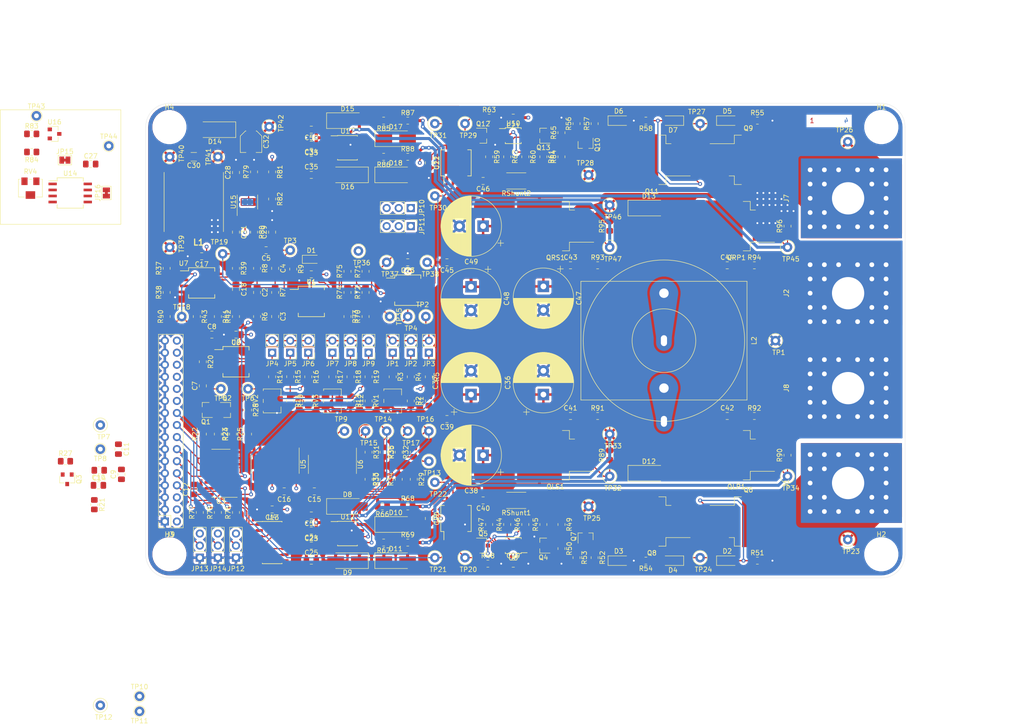
<source format=kicad_pcb>
(kicad_pcb (version 20171130) (host pcbnew "(5.1.10-1-10_14)")
  (layers (0 F.Cu signal) (1 In1.Cu signal hide) (2 In2.Cu signal) (31 B.Cu signal) (35 F.Paste user) (36 B.SilkS user) (37 F.SilkS user) (38 B.Mask user) (39 F.Mask user) (44 Edge.Cuts user))
  (net 0 "")
  (net 1 GND)
  (net 2 VCC)
  (net 3 "Net-(C2-Pad2)")
  (net 4 "Net-(C2-Pad1)")
  (net 5 /PID/PID_Setpoint)
  (net 6 /PID/Feedback_raw)
  (net 7 "Net-(C5-Pad2)")
  (net 8 "Net-(C7-Pad2)")
  (net 9 VREF)
  (net 10 "Net-(C8-Pad1)")
  (net 11 "Net-(C9-Pad2)")
  (net 12 "Net-(C10-Pad1)")
  (net 13 "Net-(C11-Pad1)")
  (net 14 /~Over_UI_Protection)
  (net 15 "Net-(C18-Pad2)")
  (net 16 "/PWM GEN/Ramp")
  (net 17 "/MOS DRIVER L/VS")
  (net 18 "Net-(C24-Pad1)")
  (net 19 "Net-(C28-Pad1)")
  (net 20 "Net-(C29-Pad1)")
  (net 21 "Net-(C30-Pad2)")
  (net 22 "Net-(C30-Pad1)")
  (net 23 "Net-(C31-Pad1)")
  (net 24 "/MOS DRIVER R/VS")
  (net 25 "Net-(C34-Pad1)")
  (net 26 "/DC/DC CONVERTER/VD_LS")
  (net 27 "Net-(C41-Pad2)")
  (net 28 "Net-(C42-Pad2)")
  (net 29 "Net-(C43-Pad2)")
  (net 30 "/U/I SENSOR RIGHT/VD_Mos")
  (net 31 "Net-(C44-Pad2)")
  (net 32 /PID/Feedback)
  (net 33 "Net-(D2-Pad2)")
  (net 34 "Net-(D2-Pad1)")
  (net 35 "Net-(D3-Pad1)")
  (net 36 "Net-(D4-Pad2)")
  (net 37 "Net-(D5-Pad2)")
  (net 38 "Net-(D5-Pad1)")
  (net 39 "Net-(D6-Pad1)")
  (net 40 "Net-(D7-Pad2)")
  (net 41 "Net-(D8-Pad1)")
  (net 42 "Net-(D9-Pad1)")
  (net 43 "/DC/DC CONVERTER/VG_LS")
  (net 44 "Net-(D10-Pad1)")
  (net 45 "/DC/DC CONVERTER/VG_LP")
  (net 46 "Net-(D11-Pad1)")
  (net 47 /VProt_Left)
  (net 48 "/INTERNAL SUPPLIES/VIN")
  (net 49 /VProt_Right)
  (net 50 "Net-(D15-Pad1)")
  (net 51 "Net-(D16-Pad1)")
  (net 52 "/DC/DC CONVERTER/VG_RP")
  (net 53 "Net-(D17-Pad1)")
  (net 54 "/MOS DRIVER R/VG_P")
  (net 55 "Net-(D18-Pad1)")
  (net 56 /CC_CV_Mode)
  (net 57 /Dir)
  (net 58 /Mode)
  (net 59 /Rearm)
  (net 60 /Voltage_Thres)
  (net 61 /Current_Thres)
  (net 62 "/INT EXT CONFIG/~Ext_PWM")
  (net 63 "/INT EXT CONFIG/Ext_PWM")
  (net 64 /Ext_Setpoint)
  (net 65 /Voltage_Sens_R)
  (net 66 /Current_Sens_R)
  (net 67 /Voltage_Sens_L)
  (net 68 /Current_Sens_L)
  (net 69 "Net-(JP1-Pad1)")
  (net 70 "Net-(JP2-Pad1)")
  (net 71 "Net-(JP3-Pad1)")
  (net 72 "Net-(JP4-Pad1)")
  (net 73 "Net-(JP5-Pad1)")
  (net 74 "Net-(JP6-Pad1)")
  (net 75 "Net-(JP7-Pad1)")
  (net 76 "Net-(JP8-Pad1)")
  (net 77 "Net-(JP9-Pad1)")
  (net 78 "Net-(JP12-Pad2)")
  (net 79 "Net-(JP13-Pad2)")
  (net 80 "Net-(JP14-Pad2)")
  (net 81 "Net-(JP15-Pad2)")
  (net 82 "Net-(JP16-Pad2)")
  (net 83 "Net-(JP16-Pad1)")
  (net 84 "Net-(Q3-Pad1)")
  (net 85 "Net-(Q4-Pad3)")
  (net 86 "Net-(Q4-Pad2)")
  (net 87 "Net-(Q4-Pad1)")
  (net 88 "Net-(Q5-Pad3)")
  (net 89 "Net-(Q5-Pad1)")
  (net 90 "Net-(Q7-Pad1)")
  (net 91 "Net-(Q10-Pad1)")
  (net 92 "Net-(Q12-Pad3)")
  (net 93 "Net-(Q12-Pad2)")
  (net 94 "Net-(Q12-Pad1)")
  (net 95 "Net-(Q13-Pad3)")
  (net 96 "Net-(Q13-Pad1)")
  (net 97 "Net-(R1-Pad2)")
  (net 98 "Net-(R3-Pad2)")
  (net 99 "/MEASURE SELECTOR/Measure_Selected")
  (net 100 "Net-(R10-Pad2)")
  (net 101 "Net-(R12-Pad2)")
  (net 102 "Net-(R14-Pad2)")
  (net 103 "Net-(R17-Pad2)")
  (net 104 "/PROGRAMMABLE BREAKER/Voltage_Sens")
  (net 105 "/PROGRAMMABLE BREAKER/Current_Sens")
  (net 106 "Net-(R29-Pad2)")
  (net 107 "Net-(R30-Pad2)")
  (net 108 "/MOS DRIVER R/Driver_P")
  (net 109 "/DRIVER COMMAND/Driver_LS")
  (net 110 "/DRIVER COMMAND/Resistor_pull")
  (net 111 "Net-(R33-Pad1)")
  (net 112 "Net-(R34-Pad1)")
  (net 113 "/DRIVER COMMAND/Driver_LP")
  (net 114 "/DRIVER COMMAND/Driver_RS")
  (net 115 "/RAMP GENERATOR/Schmitt_offset")
  (net 116 "Net-(R39-Pad1)")
  (net 117 "Net-(R40-Pad1)")
  (net 118 "/RAMP GENERATOR/Triangle_offset")
  (net 119 "Net-(R45-Pad1)")
  (net 120 "Net-(R47-Pad1)")
  (net 121 "Net-(R49-Pad2)")
  (net 122 "Net-(R60-Pad1)")
  (net 123 "Net-(R62-Pad1)")
  (net 124 "Net-(R64-Pad2)")
  (net 125 "/PWM GEN/VDeadTime")
  (net 126 "Net-(R72-Pad2)")
  (net 127 "Net-(R73-Pad1)")
  (net 128 "/PWM GEN/Feedback_Deadtime")
  (net 129 "Net-(R79-Pad1)")
  (net 130 "Net-(R80-Pad1)")
  (net 131 "Net-(R81-Pad2)")
  (net 132 "Net-(R83-Pad2)")
  (net 133 "Net-(R84-Pad2)")
  (net 134 "/DRIVER COMMAND/PWM_Parallel")
  (net 135 "/DRIVER COMMAND/PWM_Series")
  (net 136 "/DRIVER COMMAND/Dir_Xor_Mode")
  (net 137 "Net-(U4-Pad13)")
  (net 138 "Net-(U4-Pad12)")
  (net 139 "Net-(U4-Pad10)")
  (net 140 /PWM)
  (net 141 /INT_PWM_Power)
  (net 142 /~PWM)
  (net 143 /~INT_PWM_Freewheel)
  (net 144 "Net-(Q1-Pad3)")
  (net 145 "/PROGRAMMABLE BREAKER/S")
  (net 146 /L)
  (net 147 /R)
  (module Sesame_footprint:Layer_indicator_4L_Nosilk (layer F.Cu) (at 223.998 63.645)
    (fp_text reference REF** hide)
    (fp_text value Layer_indicator_4L_Nosilk)
    (fp_text user 1 (at -3.6 0) (layer F.Cu))
    (fp_text user 4 (at 3.6 0) (layer B.Cu) (effects (justify mirror)))
    (fp_text user "           " (at 0 0) (layer F.Cu))
    (fp_text user "           " (at 0 0) (layer B.Cu) (effects (justify mirror)))
  )
  (module Sesame_footprint:Multi-coil (layer F.Cu) (at 189.2 110 270)
    (fp_text reference L2 (at 0 -19 90) (layer F.SilkS))
    (fp_text value INDUCTOR)
    (pad 2 thru_hole custom (at -10 0 270) (size 6 6) (drill 2) (layers *.Cu *.Mask) (net 24 "/MOS DRIVER R/VS") (options (clearance outline) (anchor circle)) (primitives (gr_poly (pts (xy 10 -1.5) (xy 10 1.5) (xy 0.5 2.9) (xy 0.5 -2.9)) (width 0.1))))
    (pad 1 thru_hole custom (at 10 0 270) (size 6 6) (drill 2) (layers *.Cu *.Mask) (net 17 "/MOS DRIVER L/VS") (options (clearance outline) (anchor circle)) (primitives (gr_poly (pts (xy 7 -1.5) (xy 7 1.5) (xy 0.05 2.95) (xy 0.05 -2.95)) (width 0.1))))
    (pad 2 thru_hole oval (at 0 0 270) (size 4.3 3.3) (drill oval 2.3 1.3) (layers *.Cu *.Mask) (net 24 "/MOS DRIVER R/VS"))
    (pad 1 thru_hole oval (at 17 0 270) (size 4.3 3.3) (drill oval 2.3 1.3) (layers *.Cu *.Mask) (net 17 "/MOS DRIVER L/VS"))
  )
  (module Sesame_footprint:R_0805_2012Metric_Pad1.20x1.40mm_HandSolder (layer F.Cu) (at 174.595 155.72 270)
    (fp_text reference R52 (at 0 -1.65 90) (layer F.SilkS))
    (fp_text value 100k)
    (pad 1 smd roundrect (at -1 0 270) (size 1.2 1.4) (layers F.Cu F.Paste F.Mask) (roundrect_rratio 0.208333) (net 34 "Net-(D2-Pad1)"))
    (pad 2 smd roundrect (at 1 0 270) (size 1.2 1.4) (layers F.Cu F.Paste F.Mask) (roundrect_rratio 0.208333) (net 35 "Net-(D3-Pad1)"))
  )
  (module Package_SO:SOIC-16_3.9x9.9mm_P1.27mm (layer F.Cu) (at 119.35 136.065 270)
    (fp_text reference U6 (at 0 -5.9 90) (layer F.SilkS))
    (fp_text value CD4053BM96)
    (pad 16 smd roundrect (at 2.475 -4.445 270) (size 1.95 0.6) (layers F.Cu F.Paste F.Mask) (net 2 VCC))
    (pad 15 smd roundrect (at 2.475 -3.175 270) (size 1.95 0.6) (layers F.Cu F.Paste F.Mask) (net 134 "/DRIVER COMMAND/PWM_Parallel"))
    (pad 14 smd roundrect (at 2.475 -1.905 270) (size 1.95 0.6) (layers F.Cu F.Paste F.Mask) (net 107 "Net-(R30-Pad2)"))
    (pad 13 smd roundrect (at 2.475 -0.635 270) (size 1.95 0.6) (layers F.Cu F.Paste F.Mask) (net 111 "Net-(R33-Pad1)"))
    (pad 12 smd roundrect (at 2.475 0.635 270) (size 1.95 0.6) (layers F.Cu F.Paste F.Mask) (net 112 "Net-(R34-Pad1)"))
    (pad 11 smd roundrect (at 2.475 1.905 270) (size 1.95 0.6) (layers F.Cu F.Paste F.Mask) (net 106 "Net-(R29-Pad2)"))
    (pad 10 smd roundrect (at 2.475 3.175 270) (size 1.95 0.6) (layers F.Cu F.Paste F.Mask) (net 136 "/DRIVER COMMAND/Dir_Xor_Mode"))
    (pad 9 smd roundrect (at 2.475 4.445 270) (size 1.95 0.6) (layers F.Cu F.Paste F.Mask) (net 136 "/DRIVER COMMAND/Dir_Xor_Mode"))
    (pad 8 smd roundrect (at -2.475 4.445 270) (size 1.95 0.6) (layers F.Cu F.Paste F.Mask) (net 1 GND))
    (pad 7 smd roundrect (at -2.475 3.175 270) (size 1.95 0.6) (layers F.Cu F.Paste F.Mask) (net 1 GND))
    (pad 6 smd roundrect (at -2.475 1.905 270) (size 1.95 0.6) (layers F.Cu F.Paste F.Mask) (net 14 /~Over_UI_Protection))
    (pad 5 smd roundrect (at -2.475 0.635 270) (size 1.95 0.6) (layers F.Cu F.Paste F.Mask) (net 109 "/DRIVER COMMAND/Driver_LS"))
    (pad 4 smd roundrect (at -2.475 -0.635 270) (size 1.95 0.6) (layers F.Cu F.Paste F.Mask) (net 135 "/DRIVER COMMAND/PWM_Series"))
    (pad 3 smd roundrect (at -2.475 -1.905 270) (size 1.95 0.6) (layers F.Cu F.Paste F.Mask) (net 114 "/DRIVER COMMAND/Driver_RS"))
    (pad 2 smd roundrect (at -2.475 -3.175 270) (size 1.95 0.6) (layers F.Cu F.Paste F.Mask) (net 113 "/DRIVER COMMAND/Driver_LP"))
    (pad 1 smd roundrect (at -2.475 -4.445 270) (size 1.95 0.6) (layers F.Cu F.Paste F.Mask) (net 108 "/MOS DRIVER R/Driver_P"))
  )
  (module Package_SO:SOIC-16_3.9x9.9mm_P1.27mm (layer F.Cu) (at 107.285 136.035 270)
    (fp_text reference U5 (at 0 -5.9 90) (layer F.SilkS))
    (fp_text value CD4053BM96)
    (pad 16 smd roundrect (at 2.475 -4.445 270) (size 1.95 0.6) (layers F.Cu F.Paste F.Mask) (net 2 VCC))
    (pad 15 smd roundrect (at 2.475 -3.175 270) (size 1.95 0.6) (layers F.Cu F.Paste F.Mask) (net 140 /PWM))
    (pad 14 smd roundrect (at 2.475 -1.905 270) (size 1.95 0.6) (layers F.Cu F.Paste F.Mask) (net 110 "/DRIVER COMMAND/Resistor_pull"))
    (pad 13 smd roundrect (at 2.475 -0.635 270) (size 1.95 0.6) (layers F.Cu F.Paste F.Mask) (net 1 GND))
    (pad 12 smd roundrect (at 2.475 0.635 270) (size 1.95 0.6) (layers F.Cu F.Paste F.Mask) (net 2 VCC))
    (pad 11 smd roundrect (at 2.475 1.905 270) (size 1.95 0.6) (layers F.Cu F.Paste F.Mask) (net 14 /~Over_UI_Protection))
    (pad 10 smd roundrect (at 2.475 3.175 270) (size 1.95 0.6) (layers F.Cu F.Paste F.Mask) (net 58 /Mode))
    (pad 9 smd roundrect (at 2.475 4.445 270) (size 1.95 0.6) (layers F.Cu F.Paste F.Mask) (net 58 /Mode))
    (pad 8 smd roundrect (at -2.475 4.445 270) (size 1.95 0.6) (layers F.Cu F.Paste F.Mask) (net 1 GND))
    (pad 7 smd roundrect (at -2.475 3.175 270) (size 1.95 0.6) (layers F.Cu F.Paste F.Mask) (net 1 GND))
    (pad 6 smd roundrect (at -2.475 1.905 270) (size 1.95 0.6) (layers F.Cu F.Paste F.Mask) (net 1 GND))
    (pad 5 smd roundrect (at -2.475 0.635 270) (size 1.95 0.6) (layers F.Cu F.Paste F.Mask) (net 134 "/DRIVER COMMAND/PWM_Parallel"))
    (pad 4 smd roundrect (at -2.475 -0.635 270) (size 1.95 0.6) (layers F.Cu F.Paste F.Mask) (net 142 /~PWM))
    (pad 3 smd roundrect (at -2.475 -1.905 270) (size 1.95 0.6) (layers F.Cu F.Paste F.Mask) (net 135 "/DRIVER COMMAND/PWM_Series"))
    (pad 2 smd roundrect (at -2.475 -3.175 270) (size 1.95 0.6) (layers F.Cu F.Paste F.Mask) (net 135 "/DRIVER COMMAND/PWM_Series"))
    (pad 1 smd roundrect (at -2.475 -4.445 270) (size 1.95 0.6) (layers F.Cu F.Paste F.Mask) (net 134 "/DRIVER COMMAND/PWM_Parallel"))
  )
  (module Package_SO:SOIC-16_3.9x9.9mm_P1.27mm (layer F.Cu) (at 95.855 137.94 180)
    (fp_text reference U3 (at 0 -5.9) (layer F.SilkS))
    (fp_text value CD4053BM96)
    (pad 16 smd roundrect (at 2.475 -4.445 180) (size 1.95 0.6) (layers F.Cu F.Paste F.Mask) (net 2 VCC))
    (pad 15 smd roundrect (at 2.475 -3.175 180) (size 1.95 0.6) (layers F.Cu F.Paste F.Mask) (net 105 "/PROGRAMMABLE BREAKER/Current_Sens"))
    (pad 14 smd roundrect (at 2.475 -1.905 180) (size 1.95 0.6) (layers F.Cu F.Paste F.Mask) (net 104 "/PROGRAMMABLE BREAKER/Voltage_Sens"))
    (pad 13 smd roundrect (at 2.475 -0.635 180) (size 1.95 0.6) (layers F.Cu F.Paste F.Mask) (net 65 /Voltage_Sens_R))
    (pad 12 smd roundrect (at 2.475 0.635 180) (size 1.95 0.6) (layers F.Cu F.Paste F.Mask) (net 67 /Voltage_Sens_L))
    (pad 11 smd roundrect (at 2.475 1.905 180) (size 1.95 0.6) (layers F.Cu F.Paste F.Mask) (net 57 /Dir))
    (pad 10 smd roundrect (at 2.475 3.175 180) (size 1.95 0.6) (layers F.Cu F.Paste F.Mask) (net 57 /Dir))
    (pad 9 smd roundrect (at 2.475 4.445 180) (size 1.95 0.6) (layers F.Cu F.Paste F.Mask) (net 56 /CC_CV_Mode))
    (pad 8 smd roundrect (at -2.475 4.445 180) (size 1.95 0.6) (layers F.Cu F.Paste F.Mask) (net 1 GND))
    (pad 7 smd roundrect (at -2.475 3.175 180) (size 1.95 0.6) (layers F.Cu F.Paste F.Mask) (net 1 GND))
    (pad 6 smd roundrect (at -2.475 1.905 180) (size 1.95 0.6) (layers F.Cu F.Paste F.Mask) (net 1 GND))
    (pad 5 smd roundrect (at -2.475 0.635 180) (size 1.95 0.6) (layers F.Cu F.Paste F.Mask) (net 104 "/PROGRAMMABLE BREAKER/Voltage_Sens"))
    (pad 4 smd roundrect (at -2.475 -0.635 180) (size 1.95 0.6) (layers F.Cu F.Paste F.Mask) (net 99 "/MEASURE SELECTOR/Measure_Selected"))
    (pad 3 smd roundrect (at -2.475 -1.905 180) (size 1.95 0.6) (layers F.Cu F.Paste F.Mask) (net 105 "/PROGRAMMABLE BREAKER/Current_Sens"))
    (pad 2 smd roundrect (at -2.475 -3.175 180) (size 1.95 0.6) (layers F.Cu F.Paste F.Mask) (net 68 /Current_Sens_L))
    (pad 1 smd roundrect (at -2.475 -4.445 180) (size 1.95 0.6) (layers F.Cu F.Paste F.Mask) (net 66 /Current_Sens_R))
  )
  (module Sesame_footprint:MountingHole_3.2mm_M3 (layer F.Cu) (at 85 65)
    (fp_text reference H4 (at 0 -4.2) (layer F.SilkS))
    (fp_text value MountingHole)
    (pad "" np_thru_hole circle (at 0 0) (size 3.2 3.2) (drill 3.2) (layers *.Cu *.Mask) (clearance 2))
  )
  (module Sesame_footprint:MountingHole_3.2mm_M3 (layer F.Cu) (at 85 155)
    (fp_text reference H3 (at 0 -4.2) (layer F.SilkS))
    (fp_text value MountingHole)
    (pad "" np_thru_hole circle (at 0 0) (size 3.2 3.2) (drill 3.2) (layers *.Cu *.Mask) (clearance 2))
  )
  (module Sesame_footprint:MountingHole_3.2mm_M3 (layer F.Cu) (at 235 155)
    (fp_text reference H2 (at 0 -4.2) (layer F.SilkS))
    (fp_text value MountingHole)
    (pad "" np_thru_hole circle (at 0 0) (size 3.2 3.2) (drill 3.2) (layers *.Cu *.Mask) (clearance 2))
  )
  (module Sesame_footprint:MountingHole_3.2mm_M3 (layer F.Cu) (at 235 65)
    (fp_text reference H1 (at 0 -4.2) (layer F.SilkS))
    (fp_text value MountingHole)
    (pad "" np_thru_hole circle (at 0 0) (size 3.2 3.2) (drill 3.2) (layers *.Cu *.Mask) (clearance 2))
  )
  (module Potentiometer_SMD:Potentiometer_Bourns_3214W_Vertical (layer F.Cu) (at 55.723 77.869)
    (fp_text reference RV4 (at 0 -3.5) (layer F.SilkS))
    (fp_text value 10K)
    (pad 3 smd rect (at -1.25 -1.45) (size 1.3 1.6) (layers F.Cu F.Paste F.Mask) (net 1 GND))
    (pad 2 smd rect (at 0 1.45) (size 2 1.6) (layers F.Cu F.Paste F.Mask) (net 133 "Net-(R84-Pad2)"))
    (pad 1 smd rect (at 1.25 -1.45) (size 1.3 1.6) (layers F.Cu F.Paste F.Mask) (net 133 "Net-(R84-Pad2)"))
  )
  (module Potentiometer_SMD:Potentiometer_Bourns_3214W_Vertical (layer F.Cu) (at 119.35 122.7 90)
    (fp_text reference RV3 (at 0 -3.5 90) (layer F.SilkS))
    (fp_text value 10K)
    (pad 3 smd rect (at -1.25 -1.45 90) (size 1.3 1.6) (layers F.Cu F.Paste F.Mask) (net 1 GND))
    (pad 2 smd rect (at 0 1.45 90) (size 2 1.6) (layers F.Cu F.Paste F.Mask) (net 103 "Net-(R17-Pad2)"))
    (pad 1 smd rect (at 1.25 -1.45 90) (size 1.3 1.6) (layers F.Cu F.Paste F.Mask) (net 9 VREF))
  )
  (module Potentiometer_SMD:Potentiometer_Bourns_3214W_Vertical (layer F.Cu) (at 106.65 122.7 90)
    (fp_text reference RV2 (at 0 -3.5 90) (layer F.SilkS))
    (fp_text value 10K)
    (pad 3 smd rect (at -1.25 -1.45 90) (size 1.3 1.6) (layers F.Cu F.Paste F.Mask) (net 1 GND))
    (pad 2 smd rect (at 0 1.45 90) (size 2 1.6) (layers F.Cu F.Paste F.Mask) (net 102 "Net-(R14-Pad2)"))
    (pad 1 smd rect (at 1.25 -1.45 90) (size 1.3 1.6) (layers F.Cu F.Paste F.Mask) (net 9 VREF))
  )
  (module Potentiometer_SMD:Potentiometer_Bourns_3214W_Vertical (layer F.Cu) (at 132.05 122.7 90)
    (fp_text reference RV1 (at 0 -3.5 90) (layer F.SilkS))
    (fp_text value 10K)
    (pad 3 smd rect (at -1.25 -1.45 90) (size 1.3 1.6) (layers F.Cu F.Paste F.Mask) (net 1 GND))
    (pad 2 smd rect (at 0 1.45 90) (size 2 1.6) (layers F.Cu F.Paste F.Mask) (net 98 "Net-(R3-Pad2)"))
    (pad 1 smd rect (at 1.25 -1.45 90) (size 1.3 1.6) (layers F.Cu F.Paste F.Mask) (net 9 VREF))
  )
  (module Sesame_footprint:C_0805_2012Metric_Pad1.18x1.45mm_HandSolder (layer F.Cu) (at 114.905 146.83 180)
    (fp_text reference C51 (at 0 -1.68) (layer F.SilkS))
    (fp_text value 1uF)
    (pad 1 smd roundrect (at -1.0375 0 180) (size 1.175 1.45) (layers F.Cu F.Paste F.Mask) (roundrect_rratio 0.212766) (net 2 VCC))
    (pad 2 smd roundrect (at 1.0375 0 180) (size 1.175 1.45) (layers F.Cu F.Paste F.Mask) (roundrect_rratio 0.212766) (net 1 GND))
  )
  (module Sesame_footprint:C_0805_2012Metric_Pad1.18x1.45mm_HandSolder (layer F.Cu) (at 114.905 65.55 180)
    (fp_text reference C50 (at 0 -1.68) (layer F.SilkS))
    (fp_text value 1uF)
    (pad 1 smd roundrect (at -1.0375 0 180) (size 1.175 1.45) (layers F.Cu F.Paste F.Mask) (roundrect_rratio 0.212766) (net 2 VCC))
    (pad 2 smd roundrect (at 1.0375 0 180) (size 1.175 1.45) (layers F.Cu F.Paste F.Mask) (roundrect_rratio 0.212766) (net 1 GND))
  )
  (module Sesame_footprint:CXS70-14-C (layer F.Cu) (at 228 140 90)
    (fp_text reference J1 (at 0 -13 90) (layer F.SilkS))
    (fp_text value CXS70-14-C)
    (pad 1 thru_hole custom (at 0 0 90) (size 10.8 10.8) (drill 6.8) (layers *.Cu *.Mask) (net 146 /L) (options (clearance outline) (anchor circle)) (primitives (gr_poly (pts (xy 8.35 11.3) (xy -8.35 11.3) (xy -8.35 -9.9) (xy 8.35 -9.9)) (width 0.1))))
    (pad 1 thru_hole circle (at -3 5 90) (size 2 2) (drill 1) (layers *.Cu *.Mask) (net 146 /L))
    (pad 1 thru_hole circle (at 3 5 90) (size 2 2) (drill 1) (layers *.Cu *.Mask) (net 146 /L))
    (pad 1 thru_hole circle (at 6 -2 90) (size 2 2) (drill 1) (layers *.Cu *.Mask) (net 146 /L))
    (pad 1 thru_hole circle (at 6 2 90) (size 2 2) (drill 1) (layers *.Cu *.Mask) (net 146 /L))
    (pad 1 thru_hole circle (at 6 5 90) (size 2 2) (drill 1) (layers *.Cu *.Mask) (net 146 /L))
    (pad 1 thru_hole circle (at 6 8 90) (size 2 2) (drill 1) (layers *.Cu *.Mask) (net 146 /L))
    (pad 1 thru_hole circle (at 3 8 90) (size 2 2) (drill 1) (layers *.Cu *.Mask) (net 146 /L))
    (pad 1 thru_hole circle (at 0 8 90) (size 2 2) (drill 1) (layers *.Cu *.Mask) (net 146 /L))
    (pad 1 thru_hole circle (at -3 8 90) (size 2 2) (drill 1) (layers *.Cu *.Mask) (net 146 /L))
    (pad 1 thru_hole circle (at -6 8 90) (size 2 2) (drill 1) (layers *.Cu *.Mask) (net 146 /L))
    (pad 1 thru_hole circle (at -6 5 90) (size 2 2) (drill 1) (layers *.Cu *.Mask) (net 146 /L))
    (pad 1 thru_hole circle (at -6 2 90) (size 2 2) (drill 1) (layers *.Cu *.Mask) (net 146 /L))
    (pad 1 thru_hole circle (at -6 -2 90) (size 2 2) (drill 1) (layers *.Cu *.Mask) (net 146 /L))
    (pad 1 thru_hole circle (at 3 -5 90) (size 2 2) (drill 1) (layers *.Cu *.Mask) (net 146 /L))
    (pad 1 thru_hole circle (at -3 -5 90) (size 2 2) (drill 1) (layers *.Cu *.Mask) (net 146 /L))
    (pad 1 thru_hole circle (at -6 -5 90) (size 2 2) (drill 1) (layers *.Cu *.Mask) (net 146 /L))
    (pad 1 thru_hole circle (at 6 -5 90) (size 2 2) (drill 1) (layers *.Cu *.Mask) (net 146 /L))
    (pad 1 thru_hole circle (at 6 -8 90) (size 2 2) (drill 1) (layers *.Cu *.Mask) (net 146 /L))
    (pad 1 thru_hole circle (at 3 -8 90) (size 2 2) (drill 1) (layers *.Cu *.Mask) (net 146 /L))
    (pad 1 thru_hole circle (at -6 -8 90) (size 2 2) (drill 1) (layers *.Cu *.Mask) (net 146 /L))
    (pad 1 thru_hole circle (at -3 -8 90) (size 2 2) (drill 1) (layers *.Cu *.Mask) (net 146 /L))
    (pad 1 thru_hole circle (at 0 -8 90) (size 2 2) (drill 1) (layers *.Cu *.Mask) (net 146 /L))
  )
  (module Sesame_footprint:CXS70-14-C (layer F.Cu) (at 228 80.01 90)
    (fp_text reference J7 (at 0 -13 90) (layer F.SilkS))
    (fp_text value CXS70-14-C)
    (pad 1 thru_hole custom (at 0 0 90) (size 10.8 10.8) (drill 6.8) (layers *.Cu *.Mask) (net 147 /R) (options (clearance outline) (anchor circle)) (primitives (gr_poly (pts (xy 8.35 11.3) (xy -8.35 11.3) (xy -8.35 -9.9) (xy 8.35 -9.9)) (width 0.1))))
    (pad 1 thru_hole circle (at -3 5 90) (size 2 2) (drill 1) (layers *.Cu *.Mask) (net 147 /R))
    (pad 1 thru_hole circle (at 3 5 90) (size 2 2) (drill 1) (layers *.Cu *.Mask) (net 147 /R))
    (pad 1 thru_hole circle (at 6 -2 90) (size 2 2) (drill 1) (layers *.Cu *.Mask) (net 147 /R))
    (pad 1 thru_hole circle (at 6 2 90) (size 2 2) (drill 1) (layers *.Cu *.Mask) (net 147 /R))
    (pad 1 thru_hole circle (at 6 5 90) (size 2 2) (drill 1) (layers *.Cu *.Mask) (net 147 /R))
    (pad 1 thru_hole circle (at 6 8 90) (size 2 2) (drill 1) (layers *.Cu *.Mask) (net 147 /R))
    (pad 1 thru_hole circle (at 3 8 90) (size 2 2) (drill 1) (layers *.Cu *.Mask) (net 147 /R))
    (pad 1 thru_hole circle (at 0 8 90) (size 2 2) (drill 1) (layers *.Cu *.Mask) (net 147 /R))
    (pad 1 thru_hole circle (at -3 8 90) (size 2 2) (drill 1) (layers *.Cu *.Mask) (net 147 /R))
    (pad 1 thru_hole circle (at -6 8 90) (size 2 2) (drill 1) (layers *.Cu *.Mask) (net 147 /R))
    (pad 1 thru_hole circle (at -6 5 90) (size 2 2) (drill 1) (layers *.Cu *.Mask) (net 147 /R))
    (pad 1 thru_hole circle (at -6 2 90) (size 2 2) (drill 1) (layers *.Cu *.Mask) (net 147 /R))
    (pad 1 thru_hole circle (at -6 -2 90) (size 2 2) (drill 1) (layers *.Cu *.Mask) (net 147 /R))
    (pad 1 thru_hole circle (at 3 -5 90) (size 2 2) (drill 1) (layers *.Cu *.Mask) (net 147 /R))
    (pad 1 thru_hole circle (at -3 -5 90) (size 2 2) (drill 1) (layers *.Cu *.Mask) (net 147 /R))
    (pad 1 thru_hole circle (at -6 -5 90) (size 2 2) (drill 1) (layers *.Cu *.Mask) (net 147 /R))
    (pad 1 thru_hole circle (at 6 -5 90) (size 2 2) (drill 1) (layers *.Cu *.Mask) (net 147 /R))
    (pad 1 thru_hole circle (at 6 -8 90) (size 2 2) (drill 1) (layers *.Cu *.Mask) (net 147 /R))
    (pad 1 thru_hole circle (at 3 -8 90) (size 2 2) (drill 1) (layers *.Cu *.Mask) (net 147 /R))
    (pad 1 thru_hole circle (at -6 -8 90) (size 2 2) (drill 1) (layers *.Cu *.Mask) (net 147 /R))
    (pad 1 thru_hole circle (at -3 -8 90) (size 2 2) (drill 1) (layers *.Cu *.Mask) (net 147 /R))
    (pad 1 thru_hole circle (at 0 -8 90) (size 2 2) (drill 1) (layers *.Cu *.Mask) (net 147 /R))
  )
  (module Sesame_footprint:CXS70-14-C (layer F.Cu) (at 228 120 90)
    (fp_text reference J8 (at 0 -13 90) (layer F.SilkS))
    (fp_text value CXS70-14-C)
    (pad 1 thru_hole custom (at 0 0 90) (size 10.8 10.8) (drill 6.8) (layers *.Cu *.Mask) (net 1 GND) (options (clearance outline) (anchor circle)) (primitives (gr_poly (pts (xy 8.35 11.3) (xy -8.35 11.3) (xy -8.35 -9.9) (xy 8.35 -9.9)) (width 0.1))))
    (pad 1 thru_hole circle (at -3 5 90) (size 2 2) (drill 1) (layers *.Cu *.Mask) (net 1 GND))
    (pad 1 thru_hole circle (at 3 5 90) (size 2 2) (drill 1) (layers *.Cu *.Mask) (net 1 GND))
    (pad 1 thru_hole circle (at 6 -2 90) (size 2 2) (drill 1) (layers *.Cu *.Mask) (net 1 GND))
    (pad 1 thru_hole circle (at 6 2 90) (size 2 2) (drill 1) (layers *.Cu *.Mask) (net 1 GND))
    (pad 1 thru_hole circle (at 6 5 90) (size 2 2) (drill 1) (layers *.Cu *.Mask) (net 1 GND))
    (pad 1 thru_hole circle (at 6 8 90) (size 2 2) (drill 1) (layers *.Cu *.Mask) (net 1 GND))
    (pad 1 thru_hole circle (at 3 8 90) (size 2 2) (drill 1) (layers *.Cu *.Mask) (net 1 GND))
    (pad 1 thru_hole circle (at 0 8 90) (size 2 2) (drill 1) (layers *.Cu *.Mask) (net 1 GND))
    (pad 1 thru_hole circle (at -3 8 90) (size 2 2) (drill 1) (layers *.Cu *.Mask) (net 1 GND))
    (pad 1 thru_hole circle (at -6 8 90) (size 2 2) (drill 1) (layers *.Cu *.Mask) (net 1 GND))
    (pad 1 thru_hole circle (at -6 5 90) (size 2 2) (drill 1) (layers *.Cu *.Mask) (net 1 GND))
    (pad 1 thru_hole circle (at -6 2 90) (size 2 2) (drill 1) (layers *.Cu *.Mask) (net 1 GND))
    (pad 1 thru_hole circle (at -6 -2 90) (size 2 2) (drill 1) (layers *.Cu *.Mask) (net 1 GND))
    (pad 1 thru_hole circle (at 3 -5 90) (size 2 2) (drill 1) (layers *.Cu *.Mask) (net 1 GND))
    (pad 1 thru_hole circle (at -3 -5 90) (size 2 2) (drill 1) (layers *.Cu *.Mask) (net 1 GND))
    (pad 1 thru_hole circle (at -6 -5 90) (size 2 2) (drill 1) (layers *.Cu *.Mask) (net 1 GND))
    (pad 1 thru_hole circle (at 6 -5 90) (size 2 2) (drill 1) (layers *.Cu *.Mask) (net 1 GND))
    (pad 1 thru_hole circle (at 6 -8 90) (size 2 2) (drill 1) (layers *.Cu *.Mask) (net 1 GND))
    (pad 1 thru_hole circle (at 3 -8 90) (size 2 2) (drill 1) (layers *.Cu *.Mask) (net 1 GND))
    (pad 1 thru_hole circle (at -6 -8 90) (size 2 2) (drill 1) (layers *.Cu *.Mask) (net 1 GND))
    (pad 1 thru_hole circle (at -3 -8 90) (size 2 2) (drill 1) (layers *.Cu *.Mask) (net 1 GND))
    (pad 1 thru_hole circle (at 0 -8 90) (size 2 2) (drill 1) (layers *.Cu *.Mask) (net 1 GND))
  )
  (module Sesame_footprint:CXS70-14-C (layer F.Cu) (at 228 100 90)
    (fp_text reference J2 (at 0 -13 90) (layer F.SilkS))
    (fp_text value CXS70-14-C)
    (pad 1 thru_hole custom (at 0 0 90) (size 10.8 10.8) (drill 6.8) (layers *.Cu *.Mask) (net 1 GND) (options (clearance outline) (anchor circle)) (primitives (gr_poly (pts (xy 8.35 11.3) (xy -8.35 11.3) (xy -8.35 -9.9) (xy 8.35 -9.9)) (width 0.1))))
    (pad 1 thru_hole circle (at -3 5 90) (size 2 2) (drill 1) (layers *.Cu *.Mask) (net 1 GND))
    (pad 1 thru_hole circle (at 3 5 90) (size 2 2) (drill 1) (layers *.Cu *.Mask) (net 1 GND))
    (pad 1 thru_hole circle (at 6 -2 90) (size 2 2) (drill 1) (layers *.Cu *.Mask) (net 1 GND))
    (pad 1 thru_hole circle (at 6 2 90) (size 2 2) (drill 1) (layers *.Cu *.Mask) (net 1 GND))
    (pad 1 thru_hole circle (at 6 5 90) (size 2 2) (drill 1) (layers *.Cu *.Mask) (net 1 GND))
    (pad 1 thru_hole circle (at 6 8 90) (size 2 2) (drill 1) (layers *.Cu *.Mask) (net 1 GND))
    (pad 1 thru_hole circle (at 3 8 90) (size 2 2) (drill 1) (layers *.Cu *.Mask) (net 1 GND))
    (pad 1 thru_hole circle (at 0 8 90) (size 2 2) (drill 1) (layers *.Cu *.Mask) (net 1 GND))
    (pad 1 thru_hole circle (at -3 8 90) (size 2 2) (drill 1) (layers *.Cu *.Mask) (net 1 GND))
    (pad 1 thru_hole circle (at -6 8 90) (size 2 2) (drill 1) (layers *.Cu *.Mask) (net 1 GND))
    (pad 1 thru_hole circle (at -6 5 90) (size 2 2) (drill 1) (layers *.Cu *.Mask) (net 1 GND))
    (pad 1 thru_hole circle (at -6 2 90) (size 2 2) (drill 1) (layers *.Cu *.Mask) (net 1 GND))
    (pad 1 thru_hole circle (at -6 -2 90) (size 2 2) (drill 1) (layers *.Cu *.Mask) (net 1 GND))
    (pad 1 thru_hole circle (at 3 -5 90) (size 2 2) (drill 1) (layers *.Cu *.Mask) (net 1 GND))
    (pad 1 thru_hole circle (at -3 -5 90) (size 2 2) (drill 1) (layers *.Cu *.Mask) (net 1 GND))
    (pad 1 thru_hole circle (at -6 -5 90) (size 2 2) (drill 1) (layers *.Cu *.Mask) (net 1 GND))
    (pad 1 thru_hole circle (at 6 -5 90) (size 2 2) (drill 1) (layers *.Cu *.Mask) (net 1 GND))
    (pad 1 thru_hole circle (at 6 -8 90) (size 2 2) (drill 1) (layers *.Cu *.Mask) (net 1 GND))
    (pad 1 thru_hole circle (at 3 -8 90) (size 2 2) (drill 1) (layers *.Cu *.Mask) (net 1 GND))
    (pad 1 thru_hole circle (at -6 -8 90) (size 2 2) (drill 1) (layers *.Cu *.Mask) (net 1 GND))
    (pad 1 thru_hole circle (at -3 -8 90) (size 2 2) (drill 1) (layers *.Cu *.Mask) (net 1 GND))
    (pad 1 thru_hole circle (at 0 -8 90) (size 2 2) (drill 1) (layers *.Cu *.Mask) (net 1 GND))
  )
  (module Sesame_footprint:MSE-16-1EP_3x4mm_P0.5mm_EP1.65x2.85mm_ThermalVias (layer F.Cu) (at 101.443 80.79 90)
    (fp_text reference U15 (at 0 -2.95 90) (layer F.SilkS))
    (fp_text value LT8365)
    (pad 17 smd roundrect (at 0 0 90) (size 1.65 2.85) (layers F.Cu F.Mask) (roundrect_rratio 0.151515) (net 1 GND))
    (pad 17 thru_hole circle (at -0.5 -1 90) (size 0.5 0.5) (drill 0.2) (layers *.Cu) (net 1 GND))
    (pad 17 thru_hole circle (at 0.5 -1 90) (size 0.5 0.5) (drill 0.2) (layers *.Cu) (net 1 GND))
    (pad 17 thru_hole circle (at -0.5 0 90) (size 0.5 0.5) (drill 0.2) (layers *.Cu) (net 1 GND))
    (pad 17 thru_hole circle (at 0.5 0 90) (size 0.5 0.5) (drill 0.2) (layers *.Cu) (net 1 GND))
    (pad 17 thru_hole circle (at -0.5 1 90) (size 0.5 0.5) (drill 0.2) (layers *.Cu) (net 1 GND))
    (pad 17 thru_hole circle (at 0.5 1 90) (size 0.5 0.5) (drill 0.2) (layers *.Cu) (net 1 GND))
    (pad 17 smd roundrect (at 0 0 90) (size 1.5 2.5) (layers B.Cu) (roundrect_rratio 0.166667) (net 1 GND))
    (pad 1 smd roundrect (at -2.15 -1.75 90) (size 1.45 0.3) (layers F.Cu F.Paste F.Mask) (net 48 "/INTERNAL SUPPLIES/VIN"))
    (pad 3 smd roundrect (at -2.15 -0.75 90) (size 1.45 0.3) (layers F.Cu F.Paste F.Mask) (net 48 "/INTERNAL SUPPLIES/VIN"))
    (pad 5 smd roundrect (at -2.15 0.25 90) (size 1.45 0.3) (layers F.Cu F.Paste F.Mask) (net 23 "Net-(C31-Pad1)"))
    (pad 6 smd roundrect (at -2.15 0.75 90) (size 1.45 0.3) (layers F.Cu F.Paste F.Mask))
    (pad 7 smd roundrect (at -2.15 1.25 90) (size 1.45 0.3) (layers F.Cu F.Paste F.Mask) (net 2 VCC))
    (pad 8 smd roundrect (at -2.15 1.75 90) (size 1.45 0.3) (layers F.Cu F.Paste F.Mask) (net 130 "Net-(R80-Pad1)"))
    (pad 9 smd roundrect (at 2.15 1.75 90) (size 1.45 0.3) (layers F.Cu F.Paste F.Mask) (net 131 "Net-(R81-Pad2)"))
    (pad 10 smd roundrect (at 2.15 1.25 90) (size 1.45 0.3) (layers F.Cu F.Paste F.Mask) (net 129 "Net-(R79-Pad1)"))
    (pad 11 smd roundrect (at 2.15 0.75 90) (size 1.45 0.3) (layers F.Cu F.Paste F.Mask) (net 19 "Net-(C28-Pad1)"))
    (pad 12 smd roundrect (at 2.15 0.25 90) (size 1.45 0.3) (layers F.Cu F.Paste F.Mask) (net 1 GND))
    (pad 14 smd roundrect (at 2.15 -0.75 90) (size 1.45 0.3) (layers F.Cu F.Paste F.Mask) (net 21 "Net-(C30-Pad2)"))
    (pad 16 smd roundrect (at 2.15 -1.75 90) (size 1.45 0.3) (layers F.Cu F.Paste F.Mask) (net 21 "Net-(C30-Pad2)"))
  )
  (module Sesame_footprint:R_0805_2012Metric_Pad1.20x1.40mm_HandSolder (layer F.Cu) (at 215.235 85.87 90)
    (fp_text reference R96 (at 0 -1.65 90) (layer F.SilkS))
    (fp_text value R)
    (pad 1 smd roundrect (at -1 0 90) (size 1.2 1.4) (layers F.Cu F.Paste F.Mask) (roundrect_rratio 0.208333) (net 52 "/DC/DC CONVERTER/VG_RP"))
    (pad 2 smd roundrect (at 1 0 90) (size 1.2 1.4) (layers F.Cu F.Paste F.Mask) (roundrect_rratio 0.208333) (net 1 GND))
  )
  (module Sesame_footprint:R_0805_2012Metric_Pad1.20x1.40mm_HandSolder (layer F.Cu) (at 177.77 85.87 90)
    (fp_text reference R95 (at 0 -1.65 90) (layer F.SilkS))
    (fp_text value R)
    (pad 1 smd roundrect (at -1 0 90) (size 1.2 1.4) (layers F.Cu F.Paste F.Mask) (roundrect_rratio 0.208333) (net 54 "/MOS DRIVER R/VG_P"))
    (pad 2 smd roundrect (at 1 0 90) (size 1.2 1.4) (layers F.Cu F.Paste F.Mask) (roundrect_rratio 0.208333) (net 24 "/MOS DRIVER R/VS"))
  )
  (module Sesame_footprint:R_0805_2012Metric_Pad1.20x1.40mm_HandSolder (layer F.Cu) (at 208.25 94.125)
    (fp_text reference R94 (at 0 -1.65) (layer F.SilkS))
    (fp_text value R)
    (pad 1 smd roundrect (at -1 0) (size 1.2 1.4) (layers F.Cu F.Paste F.Mask) (roundrect_rratio 0.208333) (net 31 "Net-(C44-Pad2)"))
    (pad 2 smd roundrect (at 1 0) (size 1.2 1.4) (layers F.Cu F.Paste F.Mask) (roundrect_rratio 0.208333) (net 1 GND))
  )
  (module Sesame_footprint:R_0805_2012Metric_Pad1.20x1.40mm_HandSolder (layer F.Cu) (at 175.23 94.125)
    (fp_text reference R93 (at 0 -1.65) (layer F.SilkS))
    (fp_text value R)
    (pad 1 smd roundrect (at -1 0) (size 1.2 1.4) (layers F.Cu F.Paste F.Mask) (roundrect_rratio 0.208333) (net 29 "Net-(C43-Pad2)"))
    (pad 2 smd roundrect (at 1 0) (size 1.2 1.4) (layers F.Cu F.Paste F.Mask) (roundrect_rratio 0.208333) (net 24 "/MOS DRIVER R/VS"))
  )
  (module Sesame_footprint:R_0805_2012Metric_Pad1.20x1.40mm_HandSolder (layer F.Cu) (at 208.25 125.875)
    (fp_text reference R92 (at 0 -1.65) (layer F.SilkS))
    (fp_text value R)
    (pad 1 smd roundrect (at -1 0) (size 1.2 1.4) (layers F.Cu F.Paste F.Mask) (roundrect_rratio 0.208333) (net 28 "Net-(C42-Pad2)"))
    (pad 2 smd roundrect (at 1 0) (size 1.2 1.4) (layers F.Cu F.Paste F.Mask) (roundrect_rratio 0.208333) (net 1 GND))
  )
  (module Sesame_footprint:R_0805_2012Metric_Pad1.20x1.40mm_HandSolder (layer F.Cu) (at 175.23 125.875)
    (fp_text reference R91 (at 0 -1.65) (layer F.SilkS))
    (fp_text value R)
    (pad 1 smd roundrect (at -1 0) (size 1.2 1.4) (layers F.Cu F.Paste F.Mask) (roundrect_rratio 0.208333) (net 27 "Net-(C41-Pad2)"))
    (pad 2 smd roundrect (at 1 0) (size 1.2 1.4) (layers F.Cu F.Paste F.Mask) (roundrect_rratio 0.208333) (net 17 "/MOS DRIVER L/VS"))
  )
  (module Sesame_footprint:R_0805_2012Metric_Pad1.20x1.40mm_HandSolder (layer F.Cu) (at 215.235 134.13 90)
    (fp_text reference R90 (at 0 -1.65 90) (layer F.SilkS))
    (fp_text value R)
    (pad 1 smd roundrect (at -1 0 90) (size 1.2 1.4) (layers F.Cu F.Paste F.Mask) (roundrect_rratio 0.208333) (net 45 "/DC/DC CONVERTER/VG_LP"))
    (pad 2 smd roundrect (at 1 0 90) (size 1.2 1.4) (layers F.Cu F.Paste F.Mask) (roundrect_rratio 0.208333) (net 1 GND))
  )
  (module Sesame_footprint:R_0805_2012Metric_Pad1.20x1.40mm_HandSolder (layer F.Cu) (at 177.77 134.13 90)
    (fp_text reference R89 (at 0 -1.65 90) (layer F.SilkS))
    (fp_text value R)
    (pad 1 smd roundrect (at -1 0 90) (size 1.2 1.4) (layers F.Cu F.Paste F.Mask) (roundrect_rratio 0.208333) (net 43 "/DC/DC CONVERTER/VG_LS"))
    (pad 2 smd roundrect (at 1 0 90) (size 1.2 1.4) (layers F.Cu F.Paste F.Mask) (roundrect_rratio 0.208333) (net 17 "/MOS DRIVER L/VS"))
  )
  (module Sesame_footprint:R_0805_2012Metric_Pad1.20x1.40mm_HandSolder (layer F.Cu) (at 135.225 71.265)
    (fp_text reference R88 (at 0 -1.65) (layer F.SilkS))
    (fp_text value 5)
    (pad 1 smd roundrect (at -1 0) (size 1.2 1.4) (layers F.Cu F.Paste F.Mask) (roundrect_rratio 0.208333) (net 51 "Net-(D16-Pad1)"))
    (pad 2 smd roundrect (at 1 0) (size 1.2 1.4) (layers F.Cu F.Paste F.Mask) (roundrect_rratio 0.208333) (net 54 "/MOS DRIVER R/VG_P"))
  )
  (module Sesame_footprint:R_0805_2012Metric_Pad1.20x1.40mm_HandSolder (layer F.Cu) (at 135.225 63.645)
    (fp_text reference R87 (at 0 -1.65) (layer F.SilkS))
    (fp_text value 5)
    (pad 1 smd roundrect (at -1 0) (size 1.2 1.4) (layers F.Cu F.Paste F.Mask) (roundrect_rratio 0.208333) (net 50 "Net-(D15-Pad1)"))
    (pad 2 smd roundrect (at 1 0) (size 1.2 1.4) (layers F.Cu F.Paste F.Mask) (roundrect_rratio 0.208333) (net 52 "/DC/DC CONVERTER/VG_RP"))
  )
  (module Sesame_footprint:R_0805_2012Metric_Pad1.20x1.40mm_HandSolder (layer F.Cu) (at 130.145 71.265 180)
    (fp_text reference R86 (at 0 -1.65) (layer F.SilkS))
    (fp_text value 1)
    (pad 1 smd roundrect (at -1 0 180) (size 1.2 1.4) (layers F.Cu F.Paste F.Mask) (roundrect_rratio 0.208333) (net 55 "Net-(D18-Pad1)"))
    (pad 2 smd roundrect (at 1 0 180) (size 1.2 1.4) (layers F.Cu F.Paste F.Mask) (roundrect_rratio 0.208333) (net 51 "Net-(D16-Pad1)"))
  )
  (module Sesame_footprint:R_0805_2012Metric_Pad1.20x1.40mm_HandSolder (layer F.Cu) (at 130.145 63.645 180)
    (fp_text reference R85 (at 0 -1.65) (layer F.SilkS))
    (fp_text value 1)
    (pad 1 smd roundrect (at -1 0 180) (size 1.2 1.4) (layers F.Cu F.Paste F.Mask) (roundrect_rratio 0.208333) (net 53 "Net-(D17-Pad1)"))
    (pad 2 smd roundrect (at 1 0 180) (size 1.2 1.4) (layers F.Cu F.Paste F.Mask) (roundrect_rratio 0.208333) (net 50 "Net-(D15-Pad1)"))
  )
  (module Sesame_footprint:R_0805_2012Metric_Pad1.20x1.40mm_HandSolder (layer F.Cu) (at 55.993 70.249 180)
    (fp_text reference R84 (at 0 -1.65) (layer F.SilkS))
    (fp_text value 10k)
    (pad 1 smd roundrect (at -1 0 180) (size 1.2 1.4) (layers F.Cu F.Paste F.Mask) (roundrect_rratio 0.208333) (net 9 VREF))
    (pad 2 smd roundrect (at 1 0 180) (size 1.2 1.4) (layers F.Cu F.Paste F.Mask) (roundrect_rratio 0.208333) (net 133 "Net-(R84-Pad2)"))
  )
  (module Sesame_footprint:R_0805_2012Metric_Pad1.20x1.40mm_HandSolder (layer F.Cu) (at 55.993 66.439)
    (fp_text reference R83 (at 0 -1.65) (layer F.SilkS))
    (fp_text value R)
    (pad 1 smd roundrect (at -1 0) (size 1.2 1.4) (layers F.Cu F.Paste F.Mask) (roundrect_rratio 0.208333) (net 2 VCC))
    (pad 2 smd roundrect (at 1 0) (size 1.2 1.4) (layers F.Cu F.Paste F.Mask) (roundrect_rratio 0.208333) (net 132 "Net-(R83-Pad2)"))
  )
  (module Sesame_footprint:R_0805_2012Metric_Pad1.20x1.40mm_HandSolder (layer F.Cu) (at 106.65 80.155 270)
    (fp_text reference R82 (at 0 -1.65 90) (layer F.SilkS))
    (fp_text value 296k)
    (pad 1 smd roundrect (at -1 0 270) (size 1.2 1.4) (layers F.Cu F.Paste F.Mask) (roundrect_rratio 0.208333) (net 131 "Net-(R81-Pad2)"))
    (pad 2 smd roundrect (at 1 0 270) (size 1.2 1.4) (layers F.Cu F.Paste F.Mask) (roundrect_rratio 0.208333) (net 1 GND))
  )
  (module Sesame_footprint:R_0805_2012Metric_Pad1.20x1.40mm_HandSolder (layer F.Cu) (at 106.65 74.44 270)
    (fp_text reference R81 (at 0 -1.65 90) (layer F.SilkS))
    (fp_text value 1M)
    (pad 1 smd roundrect (at -1 0 270) (size 1.2 1.4) (layers F.Cu F.Paste F.Mask) (roundrect_rratio 0.208333) (net 2 VCC))
    (pad 2 smd roundrect (at 1 0 270) (size 1.2 1.4) (layers F.Cu F.Paste F.Mask) (roundrect_rratio 0.208333) (net 131 "Net-(R81-Pad2)"))
  )
  (module Sesame_footprint:R_0805_2012Metric_Pad1.20x1.40mm_HandSolder (layer F.Cu) (at 102.84 87.14 270)
    (fp_text reference R80 (at 0 -1.65 90) (layer F.SilkS))
    (fp_text value R)
    (pad 1 smd roundrect (at -1 0 270) (size 1.2 1.4) (layers F.Cu F.Paste F.Mask) (roundrect_rratio 0.208333) (net 130 "Net-(R80-Pad1)"))
    (pad 2 smd roundrect (at 1 0 270) (size 1.2 1.4) (layers F.Cu F.Paste F.Mask) (roundrect_rratio 0.208333) (net 20 "Net-(C29-Pad1)"))
  )
  (module Sesame_footprint:R_0805_2012Metric_Pad1.20x1.40mm_HandSolder (layer F.Cu) (at 102.84 74.44 90)
    (fp_text reference R79 (at 0 -1.65 90) (layer F.SilkS))
    (fp_text value 84.5)
    (pad 1 smd roundrect (at -1 0 90) (size 1.2 1.4) (layers F.Cu F.Paste F.Mask) (roundrect_rratio 0.208333) (net 129 "Net-(R79-Pad1)"))
    (pad 2 smd roundrect (at 1 0 90) (size 1.2 1.4) (layers F.Cu F.Paste F.Mask) (roundrect_rratio 0.208333) (net 1 GND))
  )
  (module Sesame_footprint:R_0805_2012Metric_Pad1.20x1.40mm_HandSolder (layer F.Cu) (at 95.22 146.195 90)
    (fp_text reference R78 (at 0 -1.65 90) (layer F.SilkS))
    (fp_text value 10k)
    (pad 1 smd roundrect (at -1 0 90) (size 1.2 1.4) (layers F.Cu F.Paste F.Mask) (roundrect_rratio 0.208333) (net 80 "Net-(JP14-Pad2)"))
    (pad 2 smd roundrect (at 1 0 90) (size 1.2 1.4) (layers F.Cu F.Paste F.Mask) (roundrect_rratio 0.208333) (net 56 /CC_CV_Mode))
  )
  (module Sesame_footprint:R_0805_2012Metric_Pad1.20x1.40mm_HandSolder (layer F.Cu) (at 91.41 146.195 90)
    (fp_text reference R77 (at 0 -1.65 90) (layer F.SilkS))
    (fp_text value 10k)
    (pad 1 smd roundrect (at -1 0 90) (size 1.2 1.4) (layers F.Cu F.Paste F.Mask) (roundrect_rratio 0.208333) (net 79 "Net-(JP13-Pad2)"))
    (pad 2 smd roundrect (at 1 0 90) (size 1.2 1.4) (layers F.Cu F.Paste F.Mask) (roundrect_rratio 0.208333) (net 57 /Dir))
  )
  (module Sesame_footprint:R_0805_2012Metric_Pad1.20x1.40mm_HandSolder (layer F.Cu) (at 99.03 146.195 90)
    (fp_text reference R76 (at 0 -1.65 90) (layer F.SilkS))
    (fp_text value 10k)
    (pad 1 smd roundrect (at -1 0 90) (size 1.2 1.4) (layers F.Cu F.Paste F.Mask) (roundrect_rratio 0.208333) (net 78 "Net-(JP12-Pad2)"))
    (pad 2 smd roundrect (at 1 0 90) (size 1.2 1.4) (layers F.Cu F.Paste F.Mask) (roundrect_rratio 0.208333) (net 58 /Mode))
  )
  (module Sesame_footprint:R_0805_2012Metric_Pad1.20x1.40mm_HandSolder (layer F.Cu) (at 122.525 95.395 90)
    (fp_text reference R75 (at 0 -1.65 90) (layer F.SilkS))
    (fp_text value 100k)
    (pad 1 smd roundrect (at -1 0 90) (size 1.2 1.4) (layers F.Cu F.Paste F.Mask) (roundrect_rratio 0.208333) (net 126 "Net-(R72-Pad2)"))
    (pad 2 smd roundrect (at 1 0 90) (size 1.2 1.4) (layers F.Cu F.Paste F.Mask) (roundrect_rratio 0.208333) (net 128 "/PWM GEN/Feedback_Deadtime"))
  )
  (module Sesame_footprint:R_0805_2012Metric_Pad1.20x1.40mm_HandSolder (layer F.Cu) (at 122.525 99.84 90)
    (fp_text reference R74 (at 0 -1.65 90) (layer F.SilkS))
    (fp_text value 100k)
    (pad 1 smd roundrect (at -1 0 90) (size 1.2 1.4) (layers F.Cu F.Paste F.Mask) (roundrect_rratio 0.208333) (net 127 "Net-(R73-Pad1)"))
    (pad 2 smd roundrect (at 1 0 90) (size 1.2 1.4) (layers F.Cu F.Paste F.Mask) (roundrect_rratio 0.208333) (net 1 GND))
  )
  (module Sesame_footprint:R_0805_2012Metric_Pad1.20x1.40mm_HandSolder (layer F.Cu) (at 122.525 104.92 270)
    (fp_text reference R73 (at 0 -1.65 90) (layer F.SilkS))
    (fp_text value 100k)
    (pad 1 smd roundrect (at -1 0 270) (size 1.2 1.4) (layers F.Cu F.Paste F.Mask) (roundrect_rratio 0.208333) (net 127 "Net-(R73-Pad1)"))
    (pad 2 smd roundrect (at 1 0 270) (size 1.2 1.4) (layers F.Cu F.Paste F.Mask) (roundrect_rratio 0.208333) (net 32 /PID/Feedback))
  )
  (module Sesame_footprint:R_0805_2012Metric_Pad1.20x1.40mm_HandSolder (layer F.Cu) (at 126.335 99.84 90)
    (fp_text reference R72 (at 0 -1.65 90) (layer F.SilkS))
    (fp_text value 100k)
    (pad 1 smd roundrect (at -1 0 90) (size 1.2 1.4) (layers F.Cu F.Paste F.Mask) (roundrect_rratio 0.208333) (net 125 "/PWM GEN/VDeadTime"))
    (pad 2 smd roundrect (at 1 0 90) (size 1.2 1.4) (layers F.Cu F.Paste F.Mask) (roundrect_rratio 0.208333) (net 126 "Net-(R72-Pad2)"))
  )
  (module Sesame_footprint:R_0805_2012Metric_Pad1.20x1.40mm_HandSolder (layer F.Cu) (at 126.335 95.395 90)
    (fp_text reference R71 (at 0 -1.65 90) (layer F.SilkS))
    (fp_text value 4.7k)
    (pad 1 smd roundrect (at -1 0 90) (size 1.2 1.4) (layers F.Cu F.Paste F.Mask) (roundrect_rratio 0.208333) (net 125 "/PWM GEN/VDeadTime"))
    (pad 2 smd roundrect (at 1 0 90) (size 1.2 1.4) (layers F.Cu F.Paste F.Mask) (roundrect_rratio 0.208333) (net 1 GND))
  )
  (module Sesame_footprint:R_0805_2012Metric_Pad1.20x1.40mm_HandSolder (layer F.Cu) (at 126.335 104.92 90)
    (fp_text reference R70 (at 0 -1.65 90) (layer F.SilkS))
    (fp_text value 100k)
    (pad 1 smd roundrect (at -1 0 90) (size 1.2 1.4) (layers F.Cu F.Paste F.Mask) (roundrect_rratio 0.208333) (net 9 VREF))
    (pad 2 smd roundrect (at 1 0 90) (size 1.2 1.4) (layers F.Cu F.Paste F.Mask) (roundrect_rratio 0.208333) (net 125 "/PWM GEN/VDeadTime"))
  )
  (module Sesame_footprint:R_0805_2012Metric_Pad1.20x1.40mm_HandSolder (layer F.Cu) (at 135.225 152.545)
    (fp_text reference R69 (at 0 -1.65) (layer F.SilkS))
    (fp_text value 5)
    (pad 1 smd roundrect (at -1 0) (size 1.2 1.4) (layers F.Cu F.Paste F.Mask) (roundrect_rratio 0.208333) (net 42 "Net-(D9-Pad1)"))
    (pad 2 smd roundrect (at 1 0) (size 1.2 1.4) (layers F.Cu F.Paste F.Mask) (roundrect_rratio 0.208333) (net 45 "/DC/DC CONVERTER/VG_LP"))
  )
  (module Sesame_footprint:R_0805_2012Metric_Pad1.20x1.40mm_HandSolder (layer F.Cu) (at 135.225 144.925)
    (fp_text reference R68 (at 0 -1.65) (layer F.SilkS))
    (fp_text value 5)
    (pad 1 smd roundrect (at -1 0) (size 1.2 1.4) (layers F.Cu F.Paste F.Mask) (roundrect_rratio 0.208333) (net 41 "Net-(D8-Pad1)"))
    (pad 2 smd roundrect (at 1 0) (size 1.2 1.4) (layers F.Cu F.Paste F.Mask) (roundrect_rratio 0.208333) (net 43 "/DC/DC CONVERTER/VG_LS"))
  )
  (module Sesame_footprint:R_0805_2012Metric_Pad1.20x1.40mm_HandSolder (layer F.Cu) (at 130.145 152.545 180)
    (fp_text reference R67 (at 0 -1.65) (layer F.SilkS))
    (fp_text value 1)
    (pad 1 smd roundrect (at -1 0 180) (size 1.2 1.4) (layers F.Cu F.Paste F.Mask) (roundrect_rratio 0.208333) (net 46 "Net-(D11-Pad1)"))
    (pad 2 smd roundrect (at 1 0 180) (size 1.2 1.4) (layers F.Cu F.Paste F.Mask) (roundrect_rratio 0.208333) (net 42 "Net-(D9-Pad1)"))
  )
  (module Sesame_footprint:R_0805_2012Metric_Pad1.20x1.40mm_HandSolder (layer F.Cu) (at 129.875 144.925 180)
    (fp_text reference R66 (at 0 -1.65) (layer F.SilkS))
    (fp_text value 1)
    (pad 1 smd roundrect (at -1 0 180) (size 1.2 1.4) (layers F.Cu F.Paste F.Mask) (roundrect_rratio 0.208333) (net 44 "Net-(D10-Pad1)"))
    (pad 2 smd roundrect (at 1 0 180) (size 1.2 1.4) (layers F.Cu F.Paste F.Mask) (roundrect_rratio 0.208333) (net 41 "Net-(D8-Pad1)"))
  )
  (module Sesame_footprint:R_0805_2012Metric_Pad1.20x1.40mm_HandSolder (layer F.Cu) (at 167.61 66.185 90)
    (fp_text reference R65 (at 0 -1.65 90) (layer F.SilkS))
    (fp_text value 10k)
    (pad 1 smd roundrect (at -1 0 90) (size 1.2 1.4) (layers F.Cu F.Paste F.Mask) (roundrect_rratio 0.208333) (net 124 "Net-(R64-Pad2)"))
    (pad 2 smd roundrect (at 1 0 90) (size 1.2 1.4) (layers F.Cu F.Paste F.Mask) (roundrect_rratio 0.208333) (net 1 GND))
  )
  (module Sesame_footprint:R_0805_2012Metric_Pad1.20x1.40mm_HandSolder (layer F.Cu) (at 167.61 71.265 90)
    (fp_text reference R64 (at 0 -1.65 90) (layer F.SilkS))
    (fp_text value 90k)
    (pad 1 smd roundrect (at -1 0 90) (size 1.2 1.4) (layers F.Cu F.Paste F.Mask) (roundrect_rratio 0.208333) (net 49 /VProt_Right))
    (pad 2 smd roundrect (at 1 0 90) (size 1.2 1.4) (layers F.Cu F.Paste F.Mask) (roundrect_rratio 0.208333) (net 124 "Net-(R64-Pad2)"))
  )
  (module Sesame_footprint:R_0805_2012Metric_Pad1.20x1.40mm_HandSolder (layer F.Cu) (at 152.37 63.01)
    (fp_text reference R63 (at 0 -1.65) (layer F.SilkS))
    (fp_text value 20k)
    (pad 1 smd roundrect (at -1 0) (size 1.2 1.4) (layers F.Cu F.Paste F.Mask) (roundrect_rratio 0.208333) (net 93 "Net-(Q12-Pad2)"))
    (pad 2 smd roundrect (at 1 0) (size 1.2 1.4) (layers F.Cu F.Paste F.Mask) (roundrect_rratio 0.208333) (net 1 GND))
  )
  (module Sesame_footprint:R_0805_2012Metric_Pad1.20x1.40mm_HandSolder (layer F.Cu) (at 156.18 71.265 270)
    (fp_text reference R62 (at 0 -1.65 90) (layer F.SilkS))
    (fp_text value 200)
    (pad 1 smd roundrect (at -1 0 270) (size 1.2 1.4) (layers F.Cu F.Paste F.Mask) (roundrect_rratio 0.208333) (net 123 "Net-(R62-Pad1)"))
    (pad 2 smd roundrect (at 1 0 270) (size 1.2 1.4) (layers F.Cu F.Paste F.Mask) (roundrect_rratio 0.208333) (net 30 "/U/I SENSOR RIGHT/VD_Mos"))
  )
  (module Sesame_footprint:R_0805_2012Metric_Pad1.20x1.40mm_HandSolder (layer F.Cu) (at 163.8 71.265 270)
    (fp_text reference R61 (at 0 -1.65 90) (layer F.SilkS))
    (fp_text value 200)
    (pad 1 smd roundrect (at -1 0 270) (size 1.2 1.4) (layers F.Cu F.Paste F.Mask) (roundrect_rratio 0.208333) (net 95 "Net-(Q13-Pad3)"))
    (pad 2 smd roundrect (at 1 0 270) (size 1.2 1.4) (layers F.Cu F.Paste F.Mask) (roundrect_rratio 0.208333) (net 49 /VProt_Right))
  )
  (module Sesame_footprint:R_0805_2012Metric_Pad1.20x1.40mm_HandSolder (layer F.Cu) (at 159.99 71.265 270)
    (fp_text reference R60 (at 0 -1.65 90) (layer F.SilkS))
    (fp_text value 200)
    (pad 1 smd roundrect (at -1 0 270) (size 1.2 1.4) (layers F.Cu F.Paste F.Mask) (roundrect_rratio 0.208333) (net 122 "Net-(R60-Pad1)"))
    (pad 2 smd roundrect (at 1 0 270) (size 1.2 1.4) (layers F.Cu F.Paste F.Mask) (roundrect_rratio 0.208333) (net 49 /VProt_Right))
  )
  (module Sesame_footprint:R_0805_2012Metric_Pad1.20x1.40mm_HandSolder (layer F.Cu) (at 152.37 71.265 270)
    (fp_text reference R59 (at 0 -1.65 90) (layer F.SilkS))
    (fp_text value 200)
    (pad 1 smd roundrect (at -1 0 270) (size 1.2 1.4) (layers F.Cu F.Paste F.Mask) (roundrect_rratio 0.208333) (net 92 "Net-(Q12-Pad3)"))
    (pad 2 smd roundrect (at 1 0 270) (size 1.2 1.4) (layers F.Cu F.Paste F.Mask) (roundrect_rratio 0.208333) (net 30 "/U/I SENSOR RIGHT/VD_Mos"))
  )
  (module Sesame_footprint:R_0805_2012Metric_Pad1.20x1.40mm_HandSolder (layer F.Cu) (at 185.39 63.645 180)
    (fp_text reference R58 (at 0 -1.65) (layer F.SilkS))
    (fp_text value 1M)
    (pad 1 smd roundrect (at -1 0 180) (size 1.2 1.4) (layers F.Cu F.Paste F.Mask) (roundrect_rratio 0.208333) (net 40 "Net-(D7-Pad2)"))
    (pad 2 smd roundrect (at 1 0 180) (size 1.2 1.4) (layers F.Cu F.Paste F.Mask) (roundrect_rratio 0.208333) (net 1 GND))
  )
  (module Sesame_footprint:R_0805_2012Metric_Pad1.20x1.40mm_HandSolder (layer F.Cu) (at 174.595 64.28 90)
    (fp_text reference R57 (at 0 -1.65 90) (layer F.SilkS))
    (fp_text value 100k)
    (pad 1 smd roundrect (at -1 0 90) (size 1.2 1.4) (layers F.Cu F.Paste F.Mask) (roundrect_rratio 0.208333) (net 91 "Net-(Q10-Pad1)"))
    (pad 2 smd roundrect (at 1 0 90) (size 1.2 1.4) (layers F.Cu F.Paste F.Mask) (roundrect_rratio 0.208333) (net 39 "Net-(D6-Pad1)"))
  )
  (module Sesame_footprint:R_0805_2012Metric_Pad1.20x1.40mm_HandSolder (layer F.Cu) (at 170.785 64.28 90)
    (fp_text reference R56 (at 0 -1.65 90) (layer F.SilkS))
    (fp_text value 100k)
    (pad 1 smd roundrect (at -1 0 90) (size 1.2 1.4) (layers F.Cu F.Paste F.Mask) (roundrect_rratio 0.208333) (net 38 "Net-(D5-Pad1)"))
    (pad 2 smd roundrect (at 1 0 90) (size 1.2 1.4) (layers F.Cu F.Paste F.Mask) (roundrect_rratio 0.208333) (net 39 "Net-(D6-Pad1)"))
  )
  (module Sesame_footprint:R_0805_2012Metric_Pad1.20x1.40mm_HandSolder (layer F.Cu) (at 208.885 63.645)
    (fp_text reference R55 (at 0 -1.65) (layer F.SilkS))
    (fp_text value 330k)
    (pad 1 smd roundrect (at -1 0) (size 1.2 1.4) (layers F.Cu F.Paste F.Mask) (roundrect_rratio 0.208333) (net 37 "Net-(D5-Pad2)"))
    (pad 2 smd roundrect (at 1 0) (size 1.2 1.4) (layers F.Cu F.Paste F.Mask) (roundrect_rratio 0.208333) (net 1 GND))
  )
  (module Sesame_footprint:R_0805_2012Metric_Pad1.20x1.40mm_HandSolder (layer F.Cu) (at 185.39 156.355 180)
    (fp_text reference R54 (at 0 -1.65) (layer F.SilkS))
    (fp_text value 1M)
    (pad 1 smd roundrect (at -1 0 180) (size 1.2 1.4) (layers F.Cu F.Paste F.Mask) (roundrect_rratio 0.208333) (net 36 "Net-(D4-Pad2)"))
    (pad 2 smd roundrect (at 1 0 180) (size 1.2 1.4) (layers F.Cu F.Paste F.Mask) (roundrect_rratio 0.208333) (net 1 GND))
  )
  (module Sesame_footprint:R_0805_2012Metric_Pad1.20x1.40mm_HandSolder (layer F.Cu) (at 170.785 155.72 270)
    (fp_text reference R53 (at 0 -1.65 90) (layer F.SilkS))
    (fp_text value 100k)
    (pad 1 smd roundrect (at -1 0 270) (size 1.2 1.4) (layers F.Cu F.Paste F.Mask) (roundrect_rratio 0.208333) (net 90 "Net-(Q7-Pad1)"))
    (pad 2 smd roundrect (at 1 0 270) (size 1.2 1.4) (layers F.Cu F.Paste F.Mask) (roundrect_rratio 0.208333) (net 35 "Net-(D3-Pad1)"))
  )
  (module Sesame_footprint:R_0805_2012Metric_Pad1.20x1.40mm_HandSolder (layer F.Cu) (at 208.885 156.355)
    (fp_text reference R51 (at 0 -1.65) (layer F.SilkS))
    (fp_text value 330k)
    (pad 1 smd roundrect (at -1 0) (size 1.2 1.4) (layers F.Cu F.Paste F.Mask) (roundrect_rratio 0.208333) (net 33 "Net-(D2-Pad2)"))
    (pad 2 smd roundrect (at 1 0) (size 1.2 1.4) (layers F.Cu F.Paste F.Mask) (roundrect_rratio 0.208333) (net 1 GND))
  )
  (module Sesame_footprint:R_0805_2012Metric_Pad1.20x1.40mm_HandSolder (layer F.Cu) (at 167.61 153.815 270)
    (fp_text reference R50 (at 0 -1.65 90) (layer F.SilkS))
    (fp_text value 10k)
    (pad 1 smd roundrect (at -1 0 270) (size 1.2 1.4) (layers F.Cu F.Paste F.Mask) (roundrect_rratio 0.208333) (net 121 "Net-(R49-Pad2)"))
    (pad 2 smd roundrect (at 1 0 270) (size 1.2 1.4) (layers F.Cu F.Paste F.Mask) (roundrect_rratio 0.208333) (net 1 GND))
  )
  (module Sesame_footprint:R_0805_2012Metric_Pad1.20x1.40mm_HandSolder (layer F.Cu) (at 167.61 148.735 270)
    (fp_text reference R49 (at 0 -1.65 90) (layer F.SilkS))
    (fp_text value 90k)
    (pad 1 smd roundrect (at -1 0 270) (size 1.2 1.4) (layers F.Cu F.Paste F.Mask) (roundrect_rratio 0.208333) (net 47 /VProt_Left))
    (pad 2 smd roundrect (at 1 0 270) (size 1.2 1.4) (layers F.Cu F.Paste F.Mask) (roundrect_rratio 0.208333) (net 121 "Net-(R49-Pad2)"))
  )
  (module Sesame_footprint:R_0805_2012Metric_Pad1.20x1.40mm_HandSolder (layer F.Cu) (at 152.1 156.99)
    (fp_text reference R48 (at 0 -1.65) (layer F.SilkS))
    (fp_text value 20k)
    (pad 1 smd roundrect (at -1 0) (size 1.2 1.4) (layers F.Cu F.Paste F.Mask) (roundrect_rratio 0.208333) (net 86 "Net-(Q4-Pad2)"))
    (pad 2 smd roundrect (at 1 0) (size 1.2 1.4) (layers F.Cu F.Paste F.Mask) (roundrect_rratio 0.208333) (net 1 GND))
  )
  (module Sesame_footprint:R_0805_2012Metric_Pad1.20x1.40mm_HandSolder (layer F.Cu) (at 152.37 148.735 90)
    (fp_text reference R47 (at 0 -1.65 90) (layer F.SilkS))
    (fp_text value 200)
    (pad 1 smd roundrect (at -1 0 90) (size 1.2 1.4) (layers F.Cu F.Paste F.Mask) (roundrect_rratio 0.208333) (net 120 "Net-(R47-Pad1)"))
    (pad 2 smd roundrect (at 1 0 90) (size 1.2 1.4) (layers F.Cu F.Paste F.Mask) (roundrect_rratio 0.208333) (net 26 "/DC/DC CONVERTER/VD_LS"))
  )
  (module Sesame_footprint:R_0805_2012Metric_Pad1.20x1.40mm_HandSolder (layer F.Cu) (at 159.99 148.735 90)
    (fp_text reference R46 (at 0 -1.65 90) (layer F.SilkS))
    (fp_text value 200)
    (pad 1 smd roundrect (at -1 0 90) (size 1.2 1.4) (layers F.Cu F.Paste F.Mask) (roundrect_rratio 0.208333) (net 88 "Net-(Q5-Pad3)"))
    (pad 2 smd roundrect (at 1 0 90) (size 1.2 1.4) (layers F.Cu F.Paste F.Mask) (roundrect_rratio 0.208333) (net 47 /VProt_Left))
  )
  (module Sesame_footprint:R_0805_2012Metric_Pad1.20x1.40mm_HandSolder (layer F.Cu) (at 163.8 148.735 90)
    (fp_text reference R45 (at 0 -1.65 90) (layer F.SilkS))
    (fp_text value 200)
    (pad 1 smd roundrect (at -1 0 90) (size 1.2 1.4) (layers F.Cu F.Paste F.Mask) (roundrect_rratio 0.208333) (net 119 "Net-(R45-Pad1)"))
    (pad 2 smd roundrect (at 1 0 90) (size 1.2 1.4) (layers F.Cu F.Paste F.Mask) (roundrect_rratio 0.208333) (net 47 /VProt_Left))
  )
  (module Sesame_footprint:R_0805_2012Metric_Pad1.20x1.40mm_HandSolder (layer F.Cu) (at 156.18 148.735 90)
    (fp_text reference R44 (at 0 -1.65 90) (layer F.SilkS))
    (fp_text value 200)
    (pad 1 smd roundrect (at -1 0 90) (size 1.2 1.4) (layers F.Cu F.Paste F.Mask) (roundrect_rratio 0.208333) (net 85 "Net-(Q4-Pad3)"))
    (pad 2 smd roundrect (at 1 0 90) (size 1.2 1.4) (layers F.Cu F.Paste F.Mask) (roundrect_rratio 0.208333) (net 26 "/DC/DC CONVERTER/VD_LS"))
  )
  (module Sesame_footprint:R_0805_2012Metric_Pad1.20x1.40mm_HandSolder (layer F.Cu) (at 90.775 104.92 270)
    (fp_text reference R43 (at 0 -1.65 90) (layer F.SilkS))
    (fp_text value 680)
    (pad 1 smd roundrect (at -1 0 270) (size 1.2 1.4) (layers F.Cu F.Paste F.Mask) (roundrect_rratio 0.208333) (net 15 "Net-(C18-Pad2)"))
    (pad 2 smd roundrect (at 1 0 270) (size 1.2 1.4) (layers F.Cu F.Paste F.Mask) (roundrect_rratio 0.208333) (net 117 "Net-(R40-Pad1)"))
  )
  (module Sesame_footprint:R_0805_2012Metric_Pad1.20x1.40mm_HandSolder (layer F.Cu) (at 99.03 104.92 90)
    (fp_text reference R42 (at 0 -1.65 90) (layer F.SilkS))
    (fp_text value 18k)
    (pad 1 smd roundrect (at -1 0 90) (size 1.2 1.4) (layers F.Cu F.Paste F.Mask) (roundrect_rratio 0.208333) (net 1 GND))
    (pad 2 smd roundrect (at 1 0 90) (size 1.2 1.4) (layers F.Cu F.Paste F.Mask) (roundrect_rratio 0.208333) (net 118 "/RAMP GENERATOR/Triangle_offset"))
  )
  (module Sesame_footprint:R_0805_2012Metric_Pad1.20x1.40mm_HandSolder (layer F.Cu) (at 95.22 104.92 270)
    (fp_text reference R41 (at 0 -1.65 90) (layer F.SilkS))
    (fp_text value 13k)
    (pad 1 smd roundrect (at -1 0 270) (size 1.2 1.4) (layers F.Cu F.Paste F.Mask) (roundrect_rratio 0.208333) (net 118 "/RAMP GENERATOR/Triangle_offset"))
    (pad 2 smd roundrect (at 1 0 270) (size 1.2 1.4) (layers F.Cu F.Paste F.Mask) (roundrect_rratio 0.208333) (net 9 VREF))
  )
  (module Sesame_footprint:R_0805_2012Metric_Pad1.20x1.40mm_HandSolder (layer F.Cu) (at 84.425 104.92 90)
    (fp_text reference R40 (at 0 -1.27 90) (layer F.SilkS))
    (fp_text value 10k)
    (pad 1 smd roundrect (at -1 0 90) (size 1.2 1.4) (layers F.Cu F.Paste F.Mask) (roundrect_rratio 0.208333) (net 117 "Net-(R40-Pad1)"))
    (pad 2 smd roundrect (at 1 0 90) (size 1.2 1.4) (layers F.Cu F.Paste F.Mask) (roundrect_rratio 0.208333) (net 116 "Net-(R39-Pad1)"))
  )
  (module Sesame_footprint:R_0805_2012Metric_Pad1.20x1.40mm_HandSolder (layer F.Cu) (at 99.03 94.76 270)
    (fp_text reference R39 (at 0 -1.65 90) (layer F.SilkS))
    (fp_text value 6.8k)
    (pad 1 smd roundrect (at -1 0 270) (size 1.2 1.4) (layers F.Cu F.Paste F.Mask) (roundrect_rratio 0.208333) (net 116 "Net-(R39-Pad1)"))
    (pad 2 smd roundrect (at 1 0 270) (size 1.2 1.4) (layers F.Cu F.Paste F.Mask) (roundrect_rratio 0.208333) (net 16 "/PWM GEN/Ramp"))
  )
  (module Sesame_footprint:R_0805_2012Metric_Pad1.20x1.40mm_HandSolder (layer F.Cu) (at 84.425 99.84 90)
    (fp_text reference R38 (at 0 -1.65 90) (layer F.SilkS))
    (fp_text value 11k)
    (pad 1 smd roundrect (at -1 0 90) (size 1.2 1.4) (layers F.Cu F.Paste F.Mask) (roundrect_rratio 0.208333) (net 1 GND))
    (pad 2 smd roundrect (at 1 0 90) (size 1.2 1.4) (layers F.Cu F.Paste F.Mask) (roundrect_rratio 0.208333) (net 115 "/RAMP GENERATOR/Schmitt_offset"))
  )
  (module Sesame_footprint:R_0805_2012Metric_Pad1.20x1.40mm_HandSolder (layer F.Cu) (at 84.425 94.76 90)
    (fp_text reference R37 (at 0 -1.65 90) (layer F.SilkS))
    (fp_text value 10k)
    (pad 1 smd roundrect (at -1 0 90) (size 1.2 1.4) (layers F.Cu F.Paste F.Mask) (roundrect_rratio 0.208333) (net 115 "/RAMP GENERATOR/Schmitt_offset"))
    (pad 2 smd roundrect (at 1 0 90) (size 1.2 1.4) (layers F.Cu F.Paste F.Mask) (roundrect_rratio 0.208333) (net 9 VREF))
  )
  (module Sesame_footprint:R_0805_2012Metric_Pad1.20x1.40mm_HandSolder (layer F.Cu) (at 133.32 133.495 90)
    (fp_text reference R36 (at 0 -1.65 90) (layer F.SilkS))
    (fp_text value 10k)
    (pad 1 smd roundrect (at -1 0 90) (size 1.2 1.4) (layers F.Cu F.Paste F.Mask) (roundrect_rratio 0.208333) (net 110 "/DRIVER COMMAND/Resistor_pull"))
    (pad 2 smd roundrect (at 1 0 90) (size 1.2 1.4) (layers F.Cu F.Paste F.Mask) (roundrect_rratio 0.208333) (net 114 "/DRIVER COMMAND/Driver_RS"))
  )
  (module Sesame_footprint:R_0805_2012Metric_Pad1.20x1.40mm_HandSolder (layer F.Cu) (at 130.145 133.495 270)
    (fp_text reference R35 (at 0 -1.65 90) (layer F.SilkS))
    (fp_text value 10k)
    (pad 1 smd roundrect (at -1 0 270) (size 1.2 1.4) (layers F.Cu F.Paste F.Mask) (roundrect_rratio 0.208333) (net 113 "/DRIVER COMMAND/Driver_LP"))
    (pad 2 smd roundrect (at 1 0 270) (size 1.2 1.4) (layers F.Cu F.Paste F.Mask) (roundrect_rratio 0.208333) (net 1 GND))
  )
  (module Sesame_footprint:R_0805_2012Metric_Pad1.20x1.40mm_HandSolder (layer F.Cu) (at 133.32 139.21 90)
    (fp_text reference R34 (at 0 -1.65 90) (layer F.SilkS))
    (fp_text value NC)
    (pad 1 smd roundrect (at -1 0 90) (size 1.2 1.4) (layers F.Cu F.Paste F.Mask) (roundrect_rratio 0.208333) (net 112 "Net-(R34-Pad1)"))
    (pad 2 smd roundrect (at 1 0 90) (size 1.2 1.4) (layers F.Cu F.Paste F.Mask) (roundrect_rratio 0.208333) (net 1 GND))
  )
  (module Sesame_footprint:R_0805_2012Metric_Pad1.20x1.40mm_HandSolder (layer F.Cu) (at 130.145 139.21 90)
    (fp_text reference R33 (at 0 -1.65 90) (layer F.SilkS))
    (fp_text value NC)
    (pad 1 smd roundrect (at -1 0 90) (size 1.2 1.4) (layers F.Cu F.Paste F.Mask) (roundrect_rratio 0.208333) (net 111 "Net-(R33-Pad1)"))
    (pad 2 smd roundrect (at 1 0 90) (size 1.2 1.4) (layers F.Cu F.Paste F.Mask) (roundrect_rratio 0.208333) (net 1 GND))
  )
  (module Sesame_footprint:R_0805_2012Metric_Pad1.20x1.40mm_HandSolder (layer F.Cu) (at 136.495 133.495 90)
    (fp_text reference R32 (at 0 -1.65 90) (layer F.SilkS))
    (fp_text value 10k)
    (pad 1 smd roundrect (at -1 0 90) (size 1.2 1.4) (layers F.Cu F.Paste F.Mask) (roundrect_rratio 0.208333) (net 110 "/DRIVER COMMAND/Resistor_pull"))
    (pad 2 smd roundrect (at 1 0 90) (size 1.2 1.4) (layers F.Cu F.Paste F.Mask) (roundrect_rratio 0.208333) (net 109 "/DRIVER COMMAND/Driver_LS"))
  )
  (module Sesame_footprint:R_0805_2012Metric_Pad1.20x1.40mm_HandSolder (layer F.Cu) (at 126.97 133.495 270)
    (fp_text reference R31 (at 0 -1.65 90) (layer F.SilkS))
    (fp_text value 10k)
    (pad 1 smd roundrect (at -1 0 270) (size 1.2 1.4) (layers F.Cu F.Paste F.Mask) (roundrect_rratio 0.208333) (net 108 "/MOS DRIVER R/Driver_P"))
    (pad 2 smd roundrect (at 1 0 270) (size 1.2 1.4) (layers F.Cu F.Paste F.Mask) (roundrect_rratio 0.208333) (net 1 GND))
  )
  (module Sesame_footprint:R_0805_2012Metric_Pad1.20x1.40mm_HandSolder (layer F.Cu) (at 126.97 139.21 270)
    (fp_text reference R30 (at 0 -1.65 90) (layer F.SilkS))
    (fp_text value 10k)
    (pad 1 smd roundrect (at -1 0 270) (size 1.2 1.4) (layers F.Cu F.Paste F.Mask) (roundrect_rratio 0.208333) (net 1 GND))
    (pad 2 smd roundrect (at 1 0 270) (size 1.2 1.4) (layers F.Cu F.Paste F.Mask) (roundrect_rratio 0.208333) (net 107 "Net-(R30-Pad2)"))
  )
  (module Sesame_footprint:R_0805_2012Metric_Pad1.20x1.40mm_HandSolder (layer F.Cu) (at 136.495 139.21 270)
    (fp_text reference R29 (at 0 -1.65 90) (layer F.SilkS))
    (fp_text value 10k)
    (pad 1 smd roundrect (at -1 0 270) (size 1.2 1.4) (layers F.Cu F.Paste F.Mask) (roundrect_rratio 0.208333) (net 1 GND))
    (pad 2 smd roundrect (at 1 0 270) (size 1.2 1.4) (layers F.Cu F.Paste F.Mask) (roundrect_rratio 0.208333) (net 106 "Net-(R29-Pad2)"))
  )
  (module Sesame_footprint:R_0805_2012Metric_Pad1.20x1.40mm_HandSolder (layer F.Cu) (at 63.105 135.4)
    (fp_text reference R27 (at 0 -1.65) (layer F.SilkS))
    (fp_text value 47k)
    (pad 1 smd roundrect (at -1 0) (size 1.2 1.4) (layers F.Cu F.Paste F.Mask) (roundrect_rratio 0.208333) (net 14 /~Over_UI_Protection))
    (pad 2 smd roundrect (at 1 0) (size 1.2 1.4) (layers F.Cu F.Paste F.Mask) (roundrect_rratio 0.208333) (net 1 GND))
  )
  (module Sesame_footprint:R_0805_2012Metric_Pad1.20x1.40mm_HandSolder (layer F.Cu) (at 101.57 124.605 270)
    (fp_text reference R26 (at 0 -1.65 90) (layer F.SilkS))
    (fp_text value 10k)
    (pad 1 smd roundrect (at -1 0 270) (size 1.2 1.4) (layers F.Cu F.Paste F.Mask) (roundrect_rratio 0.208333) (net 84 "Net-(Q3-Pad1)"))
    (pad 2 smd roundrect (at 1 0 270) (size 1.2 1.4) (layers F.Cu F.Paste F.Mask) (roundrect_rratio 0.208333) (net 13 "Net-(C11-Pad1)"))
  )
  (module Sesame_footprint:R_0805_2012Metric_Pad1.20x1.40mm_HandSolder (layer F.Cu) (at 101.57 129.685 90)
    (fp_text reference R25 (at 0 -1.65 90) (layer F.SilkS))
    (fp_text value 47k)
    (pad 1 smd roundrect (at -1 0 90) (size 1.2 1.4) (layers F.Cu F.Paste F.Mask) (roundrect_rratio 0.208333) (net 2 VCC))
    (pad 2 smd roundrect (at 1 0 90) (size 1.2 1.4) (layers F.Cu F.Paste F.Mask) (roundrect_rratio 0.208333) (net 13 "Net-(C11-Pad1)"))
  )
  (module Sesame_footprint:R_0805_2012Metric_Pad1.20x1.40mm_HandSolder (layer F.Cu) (at 95.22 129.685 270)
    (fp_text reference R24 (at 0 -1.65 90) (layer F.SilkS))
    (fp_text value 47k)
    (pad 1 smd roundrect (at -1 0 270) (size 1.2 1.4) (layers F.Cu F.Paste F.Mask) (roundrect_rratio 0.208333) (net 59 /Rearm))
    (pad 2 smd roundrect (at 1 0 270) (size 1.2 1.4) (layers F.Cu F.Paste F.Mask) (roundrect_rratio 0.208333) (net 13 "Net-(C11-Pad1)"))
  )
  (module Sesame_footprint:R_0805_2012Metric_Pad1.20x1.40mm_HandSolder (layer F.Cu) (at 98.395 129.685 90)
    (fp_text reference R23 (at 0 -1.65 90) (layer F.SilkS))
    (fp_text value 47k)
    (pad 1 smd roundrect (at -1 0 90) (size 1.2 1.4) (layers F.Cu F.Paste F.Mask) (roundrect_rratio 0.208333) (net 144 "Net-(Q1-Pad3)"))
    (pad 2 smd roundrect (at 1 0 90) (size 1.2 1.4) (layers F.Cu F.Paste F.Mask) (roundrect_rratio 0.208333) (net 145 "/PROGRAMMABLE BREAKER/S"))
  )
  (module Sesame_footprint:R_0805_2012Metric_Pad1.20x1.40mm_HandSolder (layer F.Cu) (at 92.045 129.685 90)
    (fp_text reference R22 (at 0 -1.65 90) (layer F.SilkS))
    (fp_text value 47k)
    (pad 1 smd roundrect (at -1 0 90) (size 1.2 1.4) (layers F.Cu F.Paste F.Mask) (roundrect_rratio 0.208333) (net 2 VCC))
    (pad 2 smd roundrect (at 1 0 90) (size 1.2 1.4) (layers F.Cu F.Paste F.Mask) (roundrect_rratio 0.208333) (net 144 "Net-(Q1-Pad3)"))
  )
  (module Sesame_footprint:R_0805_2012Metric_Pad1.20x1.40mm_HandSolder (layer F.Cu) (at 69.185 144.56 270)
    (fp_text reference R21 (at 0 -1.65 90) (layer F.SilkS))
    (fp_text value 100k)
    (pad 1 smd roundrect (at -1 0 270) (size 1.2 1.4) (layers F.Cu F.Paste F.Mask) (roundrect_rratio 0.208333) (net 12 "Net-(C10-Pad1)"))
    (pad 2 smd roundrect (at 1 0 270) (size 1.2 1.4) (layers F.Cu F.Paste F.Mask) (roundrect_rratio 0.208333) (net 105 "/PROGRAMMABLE BREAKER/Current_Sens"))
  )
  (module Sesame_footprint:R_0805_2012Metric_Pad1.20x1.40mm_HandSolder (layer F.Cu) (at 92.045 114.445 270)
    (fp_text reference R20 (at 0 -1.65 90) (layer F.SilkS))
    (fp_text value 100k)
    (pad 1 smd roundrect (at -1 0 270) (size 1.2 1.4) (layers F.Cu F.Paste F.Mask) (roundrect_rratio 0.208333) (net 10 "Net-(C8-Pad1)"))
    (pad 2 smd roundrect (at 1 0 270) (size 1.2 1.4) (layers F.Cu F.Paste F.Mask) (roundrect_rratio 0.208333) (net 104 "/PROGRAMMABLE BREAKER/Voltage_Sens"))
  )
  (module Sesame_footprint:R_0805_2012Metric_Pad1.20x1.40mm_HandSolder (layer F.Cu) (at 126.97 117.62 270)
    (fp_text reference R19 (at 0 -1.65 90) (layer F.SilkS))
    (fp_text value 100k)
    (pad 1 smd roundrect (at -1 0 270) (size 1.2 1.4) (layers F.Cu F.Paste F.Mask) (roundrect_rratio 0.208333) (net 77 "Net-(JP9-Pad1)"))
    (pad 2 smd roundrect (at 1 0 270) (size 1.2 1.4) (layers F.Cu F.Paste F.Mask) (roundrect_rratio 0.208333) (net 61 /Current_Thres))
  )
  (module Sesame_footprint:R_0805_2012Metric_Pad1.20x1.40mm_HandSolder (layer F.Cu) (at 123.16 117.62 270)
    (fp_text reference R18 (at 0 -1.65 90) (layer F.SilkS))
    (fp_text value 100k)
    (pad 1 smd roundrect (at -1 0 270) (size 1.2 1.4) (layers F.Cu F.Paste F.Mask) (roundrect_rratio 0.208333) (net 76 "Net-(JP8-Pad1)"))
    (pad 2 smd roundrect (at 1 0 270) (size 1.2 1.4) (layers F.Cu F.Paste F.Mask) (roundrect_rratio 0.208333) (net 101 "Net-(R12-Pad2)"))
  )
  (module Sesame_footprint:R_0805_2012Metric_Pad1.20x1.40mm_HandSolder (layer F.Cu) (at 119.35 117.62 270)
    (fp_text reference R17 (at 0 -1.65 90) (layer F.SilkS))
    (fp_text value 100k)
    (pad 1 smd roundrect (at -1 0 270) (size 1.2 1.4) (layers F.Cu F.Paste F.Mask) (roundrect_rratio 0.208333) (net 75 "Net-(JP7-Pad1)"))
    (pad 2 smd roundrect (at 1 0 270) (size 1.2 1.4) (layers F.Cu F.Paste F.Mask) (roundrect_rratio 0.208333) (net 103 "Net-(R17-Pad2)"))
  )
  (module Sesame_footprint:R_0805_2012Metric_Pad1.20x1.40mm_HandSolder (layer F.Cu) (at 114.27 117.62 270)
    (fp_text reference R16 (at 0 -1.65 90) (layer F.SilkS))
    (fp_text value 100k)
    (pad 1 smd roundrect (at -1 0 270) (size 1.2 1.4) (layers F.Cu F.Paste F.Mask) (roundrect_rratio 0.208333) (net 74 "Net-(JP6-Pad1)"))
    (pad 2 smd roundrect (at 1 0 270) (size 1.2 1.4) (layers F.Cu F.Paste F.Mask) (roundrect_rratio 0.208333) (net 60 /Voltage_Thres))
  )
  (module Sesame_footprint:R_0805_2012Metric_Pad1.20x1.40mm_HandSolder (layer F.Cu) (at 110.46 117.59 270)
    (fp_text reference R15 (at 0 -1.65 90) (layer F.SilkS))
    (fp_text value 100k)
    (pad 1 smd roundrect (at -1 0 270) (size 1.2 1.4) (layers F.Cu F.Paste F.Mask) (roundrect_rratio 0.208333) (net 73 "Net-(JP5-Pad1)"))
    (pad 2 smd roundrect (at 1 0 270) (size 1.2 1.4) (layers F.Cu F.Paste F.Mask) (roundrect_rratio 0.208333) (net 100 "Net-(R10-Pad2)"))
  )
  (module Sesame_footprint:R_0805_2012Metric_Pad1.20x1.40mm_HandSolder (layer F.Cu) (at 106.65 117.62 270)
    (fp_text reference R14 (at 0 -1.65 90) (layer F.SilkS))
    (fp_text value 100k)
    (pad 1 smd roundrect (at -1 0 270) (size 1.2 1.4) (layers F.Cu F.Paste F.Mask) (roundrect_rratio 0.208333) (net 72 "Net-(JP4-Pad1)"))
    (pad 2 smd roundrect (at 1 0 270) (size 1.2 1.4) (layers F.Cu F.Paste F.Mask) (roundrect_rratio 0.208333) (net 102 "Net-(R14-Pad2)"))
  )
  (module Sesame_footprint:R_0805_2012Metric_Pad1.20x1.40mm_HandSolder (layer F.Cu) (at 123.16 122.7 270)
    (fp_text reference R13 (at 0 -1.65 90) (layer F.SilkS))
    (fp_text value R)
    (pad 1 smd roundrect (at -1 0 270) (size 1.2 1.4) (layers F.Cu F.Paste F.Mask) (roundrect_rratio 0.208333) (net 101 "Net-(R12-Pad2)"))
    (pad 2 smd roundrect (at 1 0 270) (size 1.2 1.4) (layers F.Cu F.Paste F.Mask) (roundrect_rratio 0.208333) (net 1 GND))
  )
  (module Sesame_footprint:R_0805_2012Metric_Pad1.20x1.40mm_HandSolder (layer F.Cu) (at 126.97 122.7 90)
    (fp_text reference R12 (at 0 -1.65 90) (layer F.SilkS))
    (fp_text value R)
    (pad 1 smd roundrect (at -1 0 90) (size 1.2 1.4) (layers F.Cu F.Paste F.Mask) (roundrect_rratio 0.208333) (net 9 VREF))
    (pad 2 smd roundrect (at 1 0 90) (size 1.2 1.4) (layers F.Cu F.Paste F.Mask) (roundrect_rratio 0.208333) (net 101 "Net-(R12-Pad2)"))
  )
  (module Sesame_footprint:R_0805_2012Metric_Pad1.20x1.40mm_HandSolder (layer F.Cu) (at 110.46 122.7 270)
    (fp_text reference R11 (at 0 -1.65 90) (layer F.SilkS))
    (fp_text value R)
    (pad 1 smd roundrect (at -1 0 270) (size 1.2 1.4) (layers F.Cu F.Paste F.Mask) (roundrect_rratio 0.208333) (net 100 "Net-(R10-Pad2)"))
    (pad 2 smd roundrect (at 1 0 270) (size 1.2 1.4) (layers F.Cu F.Paste F.Mask) (roundrect_rratio 0.208333) (net 1 GND))
  )
  (module Sesame_footprint:R_0805_2012Metric_Pad1.20x1.40mm_HandSolder (layer F.Cu) (at 114.27 122.7 90)
    (fp_text reference R10 (at 0 -1.65 90) (layer F.SilkS))
    (fp_text value R)
    (pad 1 smd roundrect (at -1 0 90) (size 1.2 1.4) (layers F.Cu F.Paste F.Mask) (roundrect_rratio 0.208333) (net 9 VREF))
    (pad 2 smd roundrect (at 1 0 90) (size 1.2 1.4) (layers F.Cu F.Paste F.Mask) (roundrect_rratio 0.208333) (net 100 "Net-(R10-Pad2)"))
  )
  (module Sesame_footprint:R_0805_2012Metric_Pad1.20x1.40mm_HandSolder (layer F.Cu) (at 111.095 94.917 270)
    (fp_text reference R9 (at 0 -1.65 90) (layer F.SilkS))
    (fp_text value 390)
    (pad 1 smd roundrect (at -1 0 270) (size 1.2 1.4) (layers F.Cu F.Paste F.Mask) (roundrect_rratio 0.208333) (net 32 /PID/Feedback))
    (pad 2 smd roundrect (at 1 0 270) (size 1.2 1.4) (layers F.Cu F.Paste F.Mask) (roundrect_rratio 0.208333) (net 6 /PID/Feedback_raw))
  )
  (module Sesame_footprint:R_0805_2012Metric_Pad1.20x1.40mm_HandSolder (layer F.Cu) (at 103.475 94.76 270)
    (fp_text reference R8 (at 0 -1.65 90) (layer F.SilkS))
    (fp_text value 20k)
    (pad 1 smd roundrect (at -1 0 270) (size 1.2 1.4) (layers F.Cu F.Paste F.Mask) (roundrect_rratio 0.208333) (net 7 "Net-(C5-Pad2)"))
    (pad 2 smd roundrect (at 1 0 270) (size 1.2 1.4) (layers F.Cu F.Paste F.Mask) (roundrect_rratio 0.208333) (net 4 "Net-(C2-Pad1)"))
  )
  (module Sesame_footprint:R_0805_2012Metric_Pad1.20x1.40mm_HandSolder (layer F.Cu) (at 107.285 99.84 270)
    (fp_text reference R7 (at 0 -1.65 90) (layer F.SilkS))
    (fp_text value 10k)
    (pad 1 smd roundrect (at -1 0 270) (size 1.2 1.4) (layers F.Cu F.Paste F.Mask) (roundrect_rratio 0.208333) (net 4 "Net-(C2-Pad1)"))
    (pad 2 smd roundrect (at 1 0 270) (size 1.2 1.4) (layers F.Cu F.Paste F.Mask) (roundrect_rratio 0.208333) (net 99 "/MEASURE SELECTOR/Measure_Selected"))
  )
  (module Sesame_footprint:R_0805_2012Metric_Pad1.20x1.40mm_HandSolder (layer F.Cu) (at 103.475 104.92 270)
    (fp_text reference R6 (at 0 -1.65 90) (layer F.SilkS))
    (fp_text value NC)
    (pad 1 smd roundrect (at -1 0 270) (size 1.2 1.4) (layers F.Cu F.Paste F.Mask) (roundrect_rratio 0.208333) (net 3 "Net-(C2-Pad2)"))
    (pad 2 smd roundrect (at 1 0 270) (size 1.2 1.4) (layers F.Cu F.Paste F.Mask) (roundrect_rratio 0.208333) (net 99 "/MEASURE SELECTOR/Measure_Selected"))
  )
  (module Sesame_footprint:R_0805_2012Metric_Pad1.20x1.40mm_HandSolder (layer F.Cu) (at 139.67 117.62 270)
    (fp_text reference R5 (at 0 -1.65 90) (layer F.SilkS))
    (fp_text value 47k)
    (pad 1 smd roundrect (at -1 0 270) (size 1.2 1.4) (layers F.Cu F.Paste F.Mask) (roundrect_rratio 0.208333) (net 71 "Net-(JP3-Pad1)"))
    (pad 2 smd roundrect (at 1 0 270) (size 1.2 1.4) (layers F.Cu F.Paste F.Mask) (roundrect_rratio 0.208333) (net 64 /Ext_Setpoint))
  )
  (module Sesame_footprint:R_0805_2012Metric_Pad1.20x1.40mm_HandSolder (layer F.Cu) (at 135.86 117.62 270)
    (fp_text reference R4 (at 0 -1.65 90) (layer F.SilkS))
    (fp_text value 47k)
    (pad 1 smd roundrect (at -1 0 270) (size 1.2 1.4) (layers F.Cu F.Paste F.Mask) (roundrect_rratio 0.208333) (net 70 "Net-(JP2-Pad1)"))
    (pad 2 smd roundrect (at 1 0 270) (size 1.2 1.4) (layers F.Cu F.Paste F.Mask) (roundrect_rratio 0.208333) (net 97 "Net-(R1-Pad2)"))
  )
  (module Sesame_footprint:R_0805_2012Metric_Pad1.20x1.40mm_HandSolder (layer F.Cu) (at 132.05 117.62 270)
    (fp_text reference R3 (at 0 -1.65 90) (layer F.SilkS))
    (fp_text value 47k)
    (pad 1 smd roundrect (at -1 0 270) (size 1.2 1.4) (layers F.Cu F.Paste F.Mask) (roundrect_rratio 0.208333) (net 69 "Net-(JP1-Pad1)"))
    (pad 2 smd roundrect (at 1 0 270) (size 1.2 1.4) (layers F.Cu F.Paste F.Mask) (roundrect_rratio 0.208333) (net 98 "Net-(R3-Pad2)"))
  )
  (module Sesame_footprint:R_0805_2012Metric_Pad1.20x1.40mm_HandSolder (layer F.Cu) (at 135.86 122.7 270)
    (fp_text reference R2 (at 0 -1.65 90) (layer F.SilkS))
    (fp_text value 10k)
    (pad 1 smd roundrect (at -1 0 270) (size 1.2 1.4) (layers F.Cu F.Paste F.Mask) (roundrect_rratio 0.208333) (net 97 "Net-(R1-Pad2)"))
    (pad 2 smd roundrect (at 1 0 270) (size 1.2 1.4) (layers F.Cu F.Paste F.Mask) (roundrect_rratio 0.208333) (net 1 GND))
  )
  (module Sesame_footprint:R_0805_2012Metric_Pad1.20x1.40mm_HandSolder (layer F.Cu) (at 139.67 122.7 90)
    (fp_text reference R1 (at 0 -1.65 90) (layer F.SilkS))
    (fp_text value 10k)
    (pad 1 smd roundrect (at -1 0 90) (size 1.2 1.4) (layers F.Cu F.Paste F.Mask) (roundrect_rratio 0.208333) (net 9 VREF))
    (pad 2 smd roundrect (at 1 0 90) (size 1.2 1.4) (layers F.Cu F.Paste F.Mask) (roundrect_rratio 0.208333) (net 97 "Net-(R1-Pad2)"))
  )
  (module Sesame_footprint:C_0805_2012Metric_Pad1.18x1.45mm_HandSolder (layer F.Cu) (at 151.1 76.345 180)
    (fp_text reference C46 (at 0 -1.68) (layer F.SilkS))
    (fp_text value C)
    (pad 1 smd roundrect (at -1.0375 0 180) (size 1.175 1.45) (layers F.Cu F.Paste F.Mask) (roundrect_rratio 0.212766) (net 30 "/U/I SENSOR RIGHT/VD_Mos"))
    (pad 2 smd roundrect (at 1.0375 0 180) (size 1.175 1.45) (layers F.Cu F.Paste F.Mask) (roundrect_rratio 0.212766) (net 1 GND))
  )
  (module Sesame_footprint:C_0805_2012Metric_Pad1.18x1.45mm_HandSolder (layer F.Cu) (at 143.48 93.49 180)
    (fp_text reference C45 (at 0 -1.68) (layer F.SilkS))
    (fp_text value C)
    (pad 1 smd roundrect (at -1.0375 0 180) (size 1.175 1.45) (layers F.Cu F.Paste F.Mask) (roundrect_rratio 0.212766) (net 30 "/U/I SENSOR RIGHT/VD_Mos"))
    (pad 2 smd roundrect (at 1.0375 0 180) (size 1.175 1.45) (layers F.Cu F.Paste F.Mask) (roundrect_rratio 0.212766) (net 1 GND))
  )
  (module Sesame_footprint:C_0805_2012Metric_Pad1.18x1.45mm_HandSolder (layer F.Cu) (at 202.535 94.125)
    (fp_text reference C44 (at 0 -1.68) (layer F.SilkS))
    (fp_text value C)
    (pad 1 smd roundrect (at -1.0375 0) (size 1.175 1.45) (layers F.Cu F.Paste F.Mask) (roundrect_rratio 0.212766) (net 24 "/MOS DRIVER R/VS"))
    (pad 2 smd roundrect (at 1.0375 0) (size 1.175 1.45) (layers F.Cu F.Paste F.Mask) (roundrect_rratio 0.212766) (net 31 "Net-(C44-Pad2)"))
  )
  (module Sesame_footprint:C_0805_2012Metric_Pad1.18x1.45mm_HandSolder (layer F.Cu) (at 169.515 94.125)
    (fp_text reference C43 (at 0 -1.68) (layer F.SilkS))
    (fp_text value C)
    (pad 1 smd roundrect (at -1.0375 0) (size 1.175 1.45) (layers F.Cu F.Paste F.Mask) (roundrect_rratio 0.212766) (net 30 "/U/I SENSOR RIGHT/VD_Mos"))
    (pad 2 smd roundrect (at 1.0375 0) (size 1.175 1.45) (layers F.Cu F.Paste F.Mask) (roundrect_rratio 0.212766) (net 29 "Net-(C43-Pad2)"))
  )
  (module Sesame_footprint:C_0805_2012Metric_Pad1.18x1.45mm_HandSolder (layer F.Cu) (at 202.535 125.875)
    (fp_text reference C42 (at 0 -1.68) (layer F.SilkS))
    (fp_text value C)
    (pad 1 smd roundrect (at -1.0375 0) (size 1.175 1.45) (layers F.Cu F.Paste F.Mask) (roundrect_rratio 0.212766) (net 17 "/MOS DRIVER L/VS"))
    (pad 2 smd roundrect (at 1.0375 0) (size 1.175 1.45) (layers F.Cu F.Paste F.Mask) (roundrect_rratio 0.212766) (net 28 "Net-(C42-Pad2)"))
  )
  (module Sesame_footprint:C_0805_2012Metric_Pad1.18x1.45mm_HandSolder (layer F.Cu) (at 169.515 125.875)
    (fp_text reference C41 (at 0 -1.68) (layer F.SilkS))
    (fp_text value C)
    (pad 1 smd roundrect (at -1.0375 0) (size 1.175 1.45) (layers F.Cu F.Paste F.Mask) (roundrect_rratio 0.212766) (net 26 "/DC/DC CONVERTER/VD_LS"))
    (pad 2 smd roundrect (at 1.0375 0) (size 1.175 1.45) (layers F.Cu F.Paste F.Mask) (roundrect_rratio 0.212766) (net 27 "Net-(C41-Pad2)"))
  )
  (module Sesame_footprint:C_0805_2012Metric_Pad1.18x1.45mm_HandSolder (layer F.Cu) (at 151.1 143.655 180)
    (fp_text reference C40 (at 0 -1.68) (layer F.SilkS))
    (fp_text value C)
    (pad 1 smd roundrect (at -1.0375 0 180) (size 1.175 1.45) (layers F.Cu F.Paste F.Mask) (roundrect_rratio 0.212766) (net 26 "/DC/DC CONVERTER/VD_LS"))
    (pad 2 smd roundrect (at 1.0375 0 180) (size 1.175 1.45) (layers F.Cu F.Paste F.Mask) (roundrect_rratio 0.212766) (net 1 GND))
  )
  (module Sesame_footprint:C_0805_2012Metric_Pad1.18x1.45mm_HandSolder (layer F.Cu) (at 143.48 126.51 180)
    (fp_text reference C39 (at 0 -1.68) (layer F.SilkS))
    (fp_text value C)
    (pad 1 smd roundrect (at -1.0375 0 180) (size 1.175 1.45) (layers F.Cu F.Paste F.Mask) (roundrect_rratio 0.212766) (net 26 "/DC/DC CONVERTER/VD_LS"))
    (pad 2 smd roundrect (at 1.0375 0 180) (size 1.175 1.45) (layers F.Cu F.Paste F.Mask) (roundrect_rratio 0.212766) (net 1 GND))
  )
  (module Sesame_footprint:C_0805_2012Metric_Pad1.18x1.45mm_HandSolder (layer F.Cu) (at 114.905 75.075)
    (fp_text reference C35 (at 0 -1.68) (layer F.SilkS))
    (fp_text value 1u)
    (pad 1 smd roundrect (at -1.0375 0) (size 1.175 1.45) (layers F.Cu F.Paste F.Mask) (roundrect_rratio 0.212766) (net 25 "Net-(C34-Pad1)"))
    (pad 2 smd roundrect (at 1.0375 0) (size 1.175 1.45) (layers F.Cu F.Paste F.Mask) (roundrect_rratio 0.212766) (net 24 "/MOS DRIVER R/VS"))
  )
  (module Sesame_footprint:C_0805_2012Metric_Pad1.18x1.45mm_HandSolder (layer F.Cu) (at 114.905 71.9)
    (fp_text reference C34 (at 0 -1.68) (layer F.SilkS))
    (fp_text value 100n)
    (pad 1 smd roundrect (at -1.0375 0) (size 1.175 1.45) (layers F.Cu F.Paste F.Mask) (roundrect_rratio 0.212766) (net 25 "Net-(C34-Pad1)"))
    (pad 2 smd roundrect (at 1.0375 0) (size 1.175 1.45) (layers F.Cu F.Paste F.Mask) (roundrect_rratio 0.212766) (net 24 "/MOS DRIVER R/VS"))
  )
  (module Sesame_footprint:C_0805_2012Metric_Pad1.18x1.45mm_HandSolder (layer F.Cu) (at 114.905 68.725 180)
    (fp_text reference C33 (at 0 -1.68) (layer F.SilkS))
    (fp_text value 100n)
    (pad 1 smd roundrect (at -1.0375 0 180) (size 1.175 1.45) (layers F.Cu F.Paste F.Mask) (roundrect_rratio 0.212766) (net 2 VCC))
    (pad 2 smd roundrect (at 1.0375 0 180) (size 1.175 1.45) (layers F.Cu F.Paste F.Mask) (roundrect_rratio 0.212766) (net 1 GND))
  )
  (module Sesame_footprint:C_0805_2012Metric_Pad1.18x1.45mm_HandSolder (layer F.Cu) (at 99.03 87.14 270)
    (fp_text reference C31 (at 0 -1.68 90) (layer F.SilkS))
    (fp_text value C)
    (pad 1 smd roundrect (at -1.0375 0 270) (size 1.175 1.45) (layers F.Cu F.Paste F.Mask) (roundrect_rratio 0.212766) (net 23 "Net-(C31-Pad1)"))
    (pad 2 smd roundrect (at 1.0375 0 270) (size 1.175 1.45) (layers F.Cu F.Paste F.Mask) (roundrect_rratio 0.212766) (net 1 GND))
  )
  (module Sesame_footprint:C_0805_2012Metric_Pad1.18x1.45mm_HandSolder (layer F.Cu) (at 106.65 87.14 90)
    (fp_text reference C29 (at 0 -1.68 90) (layer F.SilkS))
    (fp_text value C)
    (pad 1 smd roundrect (at -1.0375 0 90) (size 1.175 1.45) (layers F.Cu F.Paste F.Mask) (roundrect_rratio 0.212766) (net 20 "Net-(C29-Pad1)"))
    (pad 2 smd roundrect (at 1.0375 0 90) (size 1.175 1.45) (layers F.Cu F.Paste F.Mask) (roundrect_rratio 0.212766) (net 1 GND))
  )
  (module Sesame_footprint:C_0805_2012Metric_Pad1.18x1.45mm_HandSolder (layer F.Cu) (at 99.03 74.567 90)
    (fp_text reference C28 (at 0 -1.68 90) (layer F.SilkS))
    (fp_text value C)
    (pad 1 smd roundrect (at -1.0375 0 90) (size 1.175 1.45) (layers F.Cu F.Paste F.Mask) (roundrect_rratio 0.212766) (net 19 "Net-(C28-Pad1)"))
    (pad 2 smd roundrect (at 1.0375 0 90) (size 1.175 1.45) (layers F.Cu F.Paste F.Mask) (roundrect_rratio 0.212766) (net 1 GND))
  )
  (module Sesame_footprint:C_0805_2012Metric_Pad1.18x1.45mm_HandSolder (layer F.Cu) (at 68.423 72.789)
    (fp_text reference C27 (at 0 -1.68) (layer F.SilkS))
    (fp_text value 100n)
    (pad 1 smd roundrect (at -1.0375 0) (size 1.175 1.45) (layers F.Cu F.Paste F.Mask) (roundrect_rratio 0.212766) (net 2 VCC))
    (pad 2 smd roundrect (at 1.0375 0) (size 1.175 1.45) (layers F.Cu F.Paste F.Mask) (roundrect_rratio 0.212766) (net 1 GND))
  )
  (module Sesame_footprint:C_0805_2012Metric_Pad1.18x1.45mm_HandSolder (layer F.Cu) (at 135.225 93.49 180)
    (fp_text reference C26 (at 0 -1.68) (layer F.SilkS))
    (fp_text value 100n)
    (pad 1 smd roundrect (at -1.0375 0 180) (size 1.175 1.45) (layers F.Cu F.Paste F.Mask) (roundrect_rratio 0.212766) (net 2 VCC))
    (pad 2 smd roundrect (at 1.0375 0 180) (size 1.175 1.45) (layers F.Cu F.Paste F.Mask) (roundrect_rratio 0.212766) (net 1 GND))
  )
  (module Sesame_footprint:C_0805_2012Metric_Pad1.18x1.45mm_HandSolder (layer F.Cu) (at 114.905 156.355)
    (fp_text reference C25 (at 0 -1.68) (layer F.SilkS))
    (fp_text value 1u)
    (pad 1 smd roundrect (at -1.0375 0) (size 1.175 1.45) (layers F.Cu F.Paste F.Mask) (roundrect_rratio 0.212766) (net 18 "Net-(C24-Pad1)"))
    (pad 2 smd roundrect (at 1.0375 0) (size 1.175 1.45) (layers F.Cu F.Paste F.Mask) (roundrect_rratio 0.212766) (net 17 "/MOS DRIVER L/VS"))
  )
  (module Sesame_footprint:C_0805_2012Metric_Pad1.18x1.45mm_HandSolder (layer F.Cu) (at 114.905 153.18)
    (fp_text reference C24 (at 0 -1.68) (layer F.SilkS))
    (fp_text value 100n)
    (pad 1 smd roundrect (at -1.0375 0) (size 1.175 1.45) (layers F.Cu F.Paste F.Mask) (roundrect_rratio 0.212766) (net 18 "Net-(C24-Pad1)"))
    (pad 2 smd roundrect (at 1.0375 0) (size 1.175 1.45) (layers F.Cu F.Paste F.Mask) (roundrect_rratio 0.212766) (net 17 "/MOS DRIVER L/VS"))
  )
  (module Sesame_footprint:C_0805_2012Metric_Pad1.18x1.45mm_HandSolder (layer F.Cu) (at 114.905 150.005 180)
    (fp_text reference C23 (at 0 -1.68) (layer F.SilkS))
    (fp_text value 100n)
    (pad 1 smd roundrect (at -1.0375 0 180) (size 1.175 1.45) (layers F.Cu F.Paste F.Mask) (roundrect_rratio 0.212766) (net 2 VCC))
    (pad 2 smd roundrect (at 1.0375 0 180) (size 1.175 1.45) (layers F.Cu F.Paste F.Mask) (roundrect_rratio 0.212766) (net 1 GND))
  )
  (module Sesame_footprint:C_0805_2012Metric_Pad1.18x1.45mm_HandSolder (layer F.Cu) (at 139.67 72.535 270)
    (fp_text reference C22 (at 0 -1.68 90) (layer F.SilkS))
    (fp_text value 100n)
    (pad 1 smd roundrect (at -1.0375 0 270) (size 1.175 1.45) (layers F.Cu F.Paste F.Mask) (roundrect_rratio 0.212766) (net 2 VCC))
    (pad 2 smd roundrect (at 1.0375 0 270) (size 1.175 1.45) (layers F.Cu F.Paste F.Mask) (roundrect_rratio 0.212766) (net 1 GND))
  )
  (module Sesame_footprint:C_0805_2012Metric_Pad1.18x1.45mm_HandSolder (layer F.Cu) (at 157.45 63.01 180)
    (fp_text reference C21 (at 0 -1.68) (layer F.SilkS))
    (fp_text value 100n)
    (pad 1 smd roundrect (at -1.0375 0 180) (size 1.175 1.45) (layers F.Cu F.Paste F.Mask) (roundrect_rratio 0.212766) (net 2 VCC))
    (pad 2 smd roundrect (at 1.0375 0 180) (size 1.175 1.45) (layers F.Cu F.Paste F.Mask) (roundrect_rratio 0.212766) (net 1 GND))
  )
  (module Sesame_footprint:C_0805_2012Metric_Pad1.18x1.45mm_HandSolder (layer F.Cu) (at 139.67 147.465 270)
    (fp_text reference C20 (at 0 -1.68 90) (layer F.SilkS))
    (fp_text value 100n)
    (pad 1 smd roundrect (at -1.0375 0 270) (size 1.175 1.45) (layers F.Cu F.Paste F.Mask) (roundrect_rratio 0.212766) (net 2 VCC))
    (pad 2 smd roundrect (at 1.0375 0 270) (size 1.175 1.45) (layers F.Cu F.Paste F.Mask) (roundrect_rratio 0.212766) (net 1 GND))
  )
  (module Sesame_footprint:C_0805_2012Metric_Pad1.18x1.45mm_HandSolder (layer F.Cu) (at 157.45 156.99)
    (fp_text reference C19 (at 0 -1.68) (layer F.SilkS))
    (fp_text value 100n)
    (pad 1 smd roundrect (at -1.0375 0) (size 1.175 1.45) (layers F.Cu F.Paste F.Mask) (roundrect_rratio 0.212766) (net 2 VCC))
    (pad 2 smd roundrect (at 1.0375 0) (size 1.175 1.45) (layers F.Cu F.Paste F.Mask) (roundrect_rratio 0.212766) (net 1 GND))
  )
  (module Sesame_footprint:C_0805_2012Metric_Pad1.18x1.45mm_HandSolder (layer F.Cu) (at 99.03 99.205 270)
    (fp_text reference C18 (at 0 -1.68 90) (layer F.SilkS))
    (fp_text value 2.2n)
    (pad 1 smd roundrect (at -1.0375 0 270) (size 1.175 1.45) (layers F.Cu F.Paste F.Mask) (roundrect_rratio 0.212766) (net 16 "/PWM GEN/Ramp"))
    (pad 2 smd roundrect (at 1.0375 0 270) (size 1.175 1.45) (layers F.Cu F.Paste F.Mask) (roundrect_rratio 0.212766) (net 15 "Net-(C18-Pad2)"))
  )
  (module Sesame_footprint:C_0805_2012Metric_Pad1.18x1.45mm_HandSolder (layer F.Cu) (at 91.809 92.22 180)
    (fp_text reference C17 (at 0 -1.68) (layer F.SilkS))
    (fp_text value 100n)
    (pad 1 smd roundrect (at -1.0375 0 180) (size 1.175 1.45) (layers F.Cu F.Paste F.Mask) (roundrect_rratio 0.212766) (net 2 VCC))
    (pad 2 smd roundrect (at 1.0375 0 180) (size 1.175 1.45) (layers F.Cu F.Paste F.Mask) (roundrect_rratio 0.212766) (net 1 GND))
  )
  (module Sesame_footprint:C_0805_2012Metric_Pad1.18x1.45mm_HandSolder (layer F.Cu) (at 109.19 141.75 180)
    (fp_text reference C16 (at 0 -1.68) (layer F.SilkS))
    (fp_text value 100n)
    (pad 1 smd roundrect (at -1.0375 0 180) (size 1.175 1.45) (layers F.Cu F.Paste F.Mask) (roundrect_rratio 0.212766) (net 2 VCC))
    (pad 2 smd roundrect (at 1.0375 0 180) (size 1.175 1.45) (layers F.Cu F.Paste F.Mask) (roundrect_rratio 0.212766) (net 1 GND))
  )
  (module Sesame_footprint:C_0805_2012Metric_Pad1.18x1.45mm_HandSolder (layer F.Cu) (at 115.54 141.75 180)
    (fp_text reference C15 (at 0 -1.68) (layer F.SilkS))
    (fp_text value 100n)
    (pad 1 smd roundrect (at -1.0375 0 180) (size 1.175 1.45) (layers F.Cu F.Paste F.Mask) (roundrect_rratio 0.212766) (net 2 VCC))
    (pad 2 smd roundrect (at 1.0375 0 180) (size 1.175 1.45) (layers F.Cu F.Paste F.Mask) (roundrect_rratio 0.212766) (net 1 GND))
  )
  (module Sesame_footprint:C_0805_2012Metric_Pad1.18x1.45mm_HandSolder (layer F.Cu) (at 70.2225 137.305 180)
    (fp_text reference C14 (at 0 -1.68) (layer F.SilkS))
    (fp_text value 470n)
    (pad 1 smd roundrect (at -1.0375 0 180) (size 1.175 1.45) (layers F.Cu F.Paste F.Mask) (roundrect_rratio 0.212766) (net 2 VCC))
    (pad 2 smd roundrect (at 1.0375 0 180) (size 1.175 1.45) (layers F.Cu F.Paste F.Mask) (roundrect_rratio 0.212766) (net 14 /~Over_UI_Protection))
  )
  (module Sesame_footprint:C_0805_2012Metric_Pad1.18x1.45mm_HandSolder (layer F.Cu) (at 106.65 145.56 180)
    (fp_text reference C13 (at 0 -1.68) (layer F.SilkS))
    (fp_text value 100n)
    (pad 1 smd roundrect (at -1.0375 0 180) (size 1.175 1.45) (layers F.Cu F.Paste F.Mask) (roundrect_rratio 0.212766) (net 2 VCC))
    (pad 2 smd roundrect (at 1.0375 0 180) (size 1.175 1.45) (layers F.Cu F.Paste F.Mask) (roundrect_rratio 0.212766) (net 1 GND))
  )
  (module Sesame_footprint:C_0805_2012Metric_Pad1.18x1.45mm_HandSolder (layer F.Cu) (at 90.14 141.3475 90)
    (fp_text reference C12 (at 0 -1.68 90) (layer F.SilkS))
    (fp_text value 100n)
    (pad 1 smd roundrect (at -1.0375 0 90) (size 1.175 1.45) (layers F.Cu F.Paste F.Mask) (roundrect_rratio 0.212766) (net 2 VCC))
    (pad 2 smd roundrect (at 1.0375 0 90) (size 1.175 1.45) (layers F.Cu F.Paste F.Mask) (roundrect_rratio 0.212766) (net 1 GND))
  )
  (module Sesame_footprint:C_0805_2012Metric_Pad1.18x1.45mm_HandSolder (layer F.Cu) (at 74.265 132.86 270)
    (fp_text reference C11 (at 0 -1.68 90) (layer F.SilkS))
    (fp_text value 10n)
    (pad 1 smd roundrect (at -1.0375 0 270) (size 1.175 1.45) (layers F.Cu F.Paste F.Mask) (roundrect_rratio 0.212766) (net 13 "Net-(C11-Pad1)"))
    (pad 2 smd roundrect (at 1.0375 0 270) (size 1.175 1.45) (layers F.Cu F.Paste F.Mask) (roundrect_rratio 0.212766) (net 1 GND))
  )
  (module Sesame_footprint:C_0805_2012Metric_Pad1.18x1.45mm_HandSolder (layer F.Cu) (at 70.0525 140.48)
    (fp_text reference C10 (at 0 -1.68) (layer F.SilkS))
    (fp_text value 10n)
    (pad 1 smd roundrect (at -1.0375 0) (size 1.175 1.45) (layers F.Cu F.Paste F.Mask) (roundrect_rratio 0.212766) (net 12 "Net-(C10-Pad1)"))
    (pad 2 smd roundrect (at 1.0375 0) (size 1.175 1.45) (layers F.Cu F.Paste F.Mask) (roundrect_rratio 0.212766) (net 1 GND))
  )
  (module Sesame_footprint:C_0805_2012Metric_Pad1.18x1.45mm_HandSolder (layer F.Cu) (at 74.9 138.1725 90)
    (fp_text reference C9 (at 0 -1.68 90) (layer F.SilkS))
    (fp_text value 470n)
    (pad 1 smd roundrect (at -1.0375 0 90) (size 1.175 1.45) (layers F.Cu F.Paste F.Mask) (roundrect_rratio 0.212766) (net 9 VREF))
    (pad 2 smd roundrect (at 1.0375 0 90) (size 1.175 1.45) (layers F.Cu F.Paste F.Mask) (roundrect_rratio 0.212766) (net 11 "Net-(C9-Pad2)"))
  )
  (module Sesame_footprint:C_0805_2012Metric_Pad1.18x1.45mm_HandSolder (layer F.Cu) (at 93.95 108.73)
    (fp_text reference C8 (at 0 -1.68) (layer F.SilkS))
    (fp_text value 10n)
    (pad 1 smd roundrect (at -1.0375 0) (size 1.175 1.45) (layers F.Cu F.Paste F.Mask) (roundrect_rratio 0.212766) (net 10 "Net-(C8-Pad1)"))
    (pad 2 smd roundrect (at 1.0375 0) (size 1.175 1.45) (layers F.Cu F.Paste F.Mask) (roundrect_rratio 0.212766) (net 1 GND))
  )
  (module Sesame_footprint:C_0805_2012Metric_Pad1.18x1.45mm_HandSolder (layer F.Cu) (at 92.045 119.525 90)
    (fp_text reference C7 (at 0 -1.68 90) (layer F.SilkS))
    (fp_text value 470n)
    (pad 1 smd roundrect (at -1.0375 0 90) (size 1.175 1.45) (layers F.Cu F.Paste F.Mask) (roundrect_rratio 0.212766) (net 9 VREF))
    (pad 2 smd roundrect (at 1.0375 0 90) (size 1.175 1.45) (layers F.Cu F.Paste F.Mask) (roundrect_rratio 0.212766) (net 8 "Net-(C7-Pad2)"))
  )
  (module Sesame_footprint:C_0805_2012Metric_Pad1.18x1.45mm_HandSolder (layer F.Cu) (at 99.03 108.73 180)
    (fp_text reference C6 (at 0 -1.68) (layer F.SilkS))
    (fp_text value 100n)
    (pad 1 smd roundrect (at -1.0375 0 180) (size 1.175 1.45) (layers F.Cu F.Paste F.Mask) (roundrect_rratio 0.212766) (net 2 VCC))
    (pad 2 smd roundrect (at 1.0375 0 180) (size 1.175 1.45) (layers F.Cu F.Paste F.Mask) (roundrect_rratio 0.212766) (net 1 GND))
  )
  (module Sesame_footprint:C_0805_2012Metric_Pad1.18x1.45mm_HandSolder (layer F.Cu) (at 105.38 90.95 180)
    (fp_text reference C5 (at 0 -1.68) (layer F.SilkS))
    (fp_text value 220n)
    (pad 1 smd roundrect (at -1.0375 0 180) (size 1.175 1.45) (layers F.Cu F.Paste F.Mask) (roundrect_rratio 0.212766) (net 6 /PID/Feedback_raw))
    (pad 2 smd roundrect (at 1.0375 0 180) (size 1.175 1.45) (layers F.Cu F.Paste F.Mask) (roundrect_rratio 0.212766) (net 7 "Net-(C5-Pad2)"))
  )
  (module Sesame_footprint:C_0805_2012Metric_Pad1.18x1.45mm_HandSolder (layer F.Cu) (at 107.285 94.76 270)
    (fp_text reference C4 (at 0 -1.68 90) (layer F.SilkS))
    (fp_text value 22n)
    (pad 1 smd roundrect (at -1.0375 0 270) (size 1.175 1.45) (layers F.Cu F.Paste F.Mask) (roundrect_rratio 0.212766) (net 6 /PID/Feedback_raw))
    (pad 2 smd roundrect (at 1.0375 0 270) (size 1.175 1.45) (layers F.Cu F.Paste F.Mask) (roundrect_rratio 0.212766) (net 4 "Net-(C2-Pad1)"))
  )
  (module Sesame_footprint:C_0805_2012Metric_Pad1.18x1.45mm_HandSolder (layer F.Cu) (at 107.285 104.92 270)
    (fp_text reference C3 (at 0 -1.68 90) (layer F.SilkS))
    (fp_text value 470n)
    (pad 1 smd roundrect (at -1.0375 0 270) (size 1.175 1.45) (layers F.Cu F.Paste F.Mask) (roundrect_rratio 0.212766) (net 5 /PID/PID_Setpoint))
    (pad 2 smd roundrect (at 1.0375 0 270) (size 1.175 1.45) (layers F.Cu F.Paste F.Mask) (roundrect_rratio 0.212766) (net 1 GND))
  )
  (module Sesame_footprint:C_0805_2012Metric_Pad1.18x1.45mm_HandSolder (layer F.Cu) (at 103.475 99.84 270)
    (fp_text reference C2 (at 0 -1.68 90) (layer F.SilkS))
    (fp_text value NC)
    (pad 1 smd roundrect (at -1.0375 0 270) (size 1.175 1.45) (layers F.Cu F.Paste F.Mask) (roundrect_rratio 0.212766) (net 4 "Net-(C2-Pad1)"))
    (pad 2 smd roundrect (at 1.0375 0 270) (size 1.175 1.45) (layers F.Cu F.Paste F.Mask) (roundrect_rratio 0.212766) (net 3 "Net-(C2-Pad2)"))
  )
  (module Sesame_footprint:C_0805_2012Metric_Pad1.18x1.45mm_HandSolder (layer F.Cu) (at 114.905 96.03 180)
    (fp_text reference C1 (at 0 -1.68) (layer F.SilkS))
    (fp_text value 100n)
    (pad 1 smd roundrect (at -1.0375 0 180) (size 1.175 1.45) (layers F.Cu F.Paste F.Mask) (roundrect_rratio 0.212766) (net 2 VCC))
    (pad 2 smd roundrect (at 1.0375 0 180) (size 1.175 1.45) (layers F.Cu F.Paste F.Mask) (roundrect_rratio 0.212766) (net 1 GND))
  )
  (module Capacitor_SMD:C_Elec_4x5.8 (layer F.Cu) (at 102.205 68.09 270)
    (fp_text reference C32 (at 0 -3.2 90) (layer F.SilkS))
    (fp_text value CP)
    (pad 2 smd roundrect (at 1.675 0 270) (size 2.65 1.6) (layers F.Cu F.Paste F.Mask) (roundrect_rratio 0.15625) (net 1 GND))
    (pad 1 smd roundrect (at -1.675 0 270) (size 2.65 1.6) (layers F.Cu F.Paste F.Mask) (roundrect_rratio 0.15625) (net 2 VCC))
  )
  (module Sesame_footprint:WE-DD_1260_128012 (layer F.Cu) (at 90.14 80.79 180)
    (fp_text reference L1 (at -1 -8.5) (layer F.SilkS) (effects (font (size 1.27 1.27) (thickness 0.254))))
    (fp_text value L_Core_Ferrite_Coupled_2_Parts hide)
    (pad 1 smd rect (at 1.5 -4.95 180) (size 2.5 3.85) (layers F.Cu F.Paste F.Mask) (net 48 "/INTERNAL SUPPLIES/VIN"))
    (pad 4 smd rect (at 1.5 4.95 180) (size 2.5 3.85) (layers F.Cu F.Paste F.Mask) (net 21 "Net-(C30-Pad2)"))
    (pad 2 smd rect (at -1.5 -4.95 180) (size 2.5 3.85) (layers F.Cu F.Paste F.Mask) (net 1 GND))
    (pad 3 smd rect (at -1.5 4.95 180) (size 2.5 3.85) (layers F.Cu F.Paste F.Mask) (net 22 "Net-(C30-Pad1)"))
  )
  (module Connector_PinSocket_2.54mm:PinSocket_2x16_P2.54mm_Vertical (layer F.Cu) (at 84.044 148.1 180)
    (fp_text reference J9 (at -1.27 -2.77) (layer F.SilkS))
    (fp_text value Conn_02x16_Odd_Even)
    (pad 32 thru_hole oval (at -2.54 38.1 180) (size 1.7 1.7) (drill 1) (layers *.Cu *.Mask) (net 64 /Ext_Setpoint))
    (pad 31 thru_hole oval (at 0 38.1 180) (size 1.7 1.7) (drill 1) (layers *.Cu *.Mask) (net 1 GND))
    (pad 30 thru_hole oval (at -2.54 35.56 180) (size 1.7 1.7) (drill 1) (layers *.Cu *.Mask) (net 59 /Rearm))
    (pad 29 thru_hole oval (at 0 35.56 180) (size 1.7 1.7) (drill 1) (layers *.Cu *.Mask) (net 1 GND))
    (pad 28 thru_hole oval (at -2.54 33.02 180) (size 1.7 1.7) (drill 1) (layers *.Cu *.Mask) (net 60 /Voltage_Thres))
    (pad 27 thru_hole oval (at 0 33.02 180) (size 1.7 1.7) (drill 1) (layers *.Cu *.Mask) (net 1 GND))
    (pad 26 thru_hole oval (at -2.54 30.48 180) (size 1.7 1.7) (drill 1) (layers *.Cu *.Mask) (net 61 /Current_Thres))
    (pad 25 thru_hole oval (at 0 30.48 180) (size 1.7 1.7) (drill 1) (layers *.Cu *.Mask) (net 1 GND))
    (pad 24 thru_hole oval (at -2.54 27.94 180) (size 1.7 1.7) (drill 1) (layers *.Cu *.Mask) (net 62 "/INT EXT CONFIG/~Ext_PWM"))
    (pad 23 thru_hole oval (at 0 27.94 180) (size 1.7 1.7) (drill 1) (layers *.Cu *.Mask) (net 1 GND))
    (pad 22 thru_hole oval (at -2.54 25.4 180) (size 1.7 1.7) (drill 1) (layers *.Cu *.Mask) (net 63 "/INT EXT CONFIG/Ext_PWM"))
    (pad 21 thru_hole oval (at 0 25.4 180) (size 1.7 1.7) (drill 1) (layers *.Cu *.Mask) (net 1 GND))
    (pad 20 thru_hole oval (at -2.54 22.86 180) (size 1.7 1.7) (drill 1) (layers *.Cu *.Mask) (net 58 /Mode))
    (pad 19 thru_hole oval (at 0 22.86 180) (size 1.7 1.7) (drill 1) (layers *.Cu *.Mask) (net 1 GND))
    (pad 18 thru_hole oval (at -2.54 20.32 180) (size 1.7 1.7) (drill 1) (layers *.Cu *.Mask) (net 56 /CC_CV_Mode))
    (pad 17 thru_hole oval (at 0 20.32 180) (size 1.7 1.7) (drill 1) (layers *.Cu *.Mask) (net 1 GND))
    (pad 16 thru_hole oval (at -2.54 17.78 180) (size 1.7 1.7) (drill 1) (layers *.Cu *.Mask) (net 57 /Dir))
    (pad 15 thru_hole oval (at 0 17.78 180) (size 1.7 1.7) (drill 1) (layers *.Cu *.Mask) (net 1 GND))
    (pad 14 thru_hole oval (at -2.54 15.24 180) (size 1.7 1.7) (drill 1) (layers *.Cu *.Mask) (net 67 /Voltage_Sens_L))
    (pad 13 thru_hole oval (at 0 15.24 180) (size 1.7 1.7) (drill 1) (layers *.Cu *.Mask) (net 1 GND))
    (pad 12 thru_hole oval (at -2.54 12.7 180) (size 1.7 1.7) (drill 1) (layers *.Cu *.Mask) (net 65 /Voltage_Sens_R))
    (pad 11 thru_hole oval (at 0 12.7 180) (size 1.7 1.7) (drill 1) (layers *.Cu *.Mask) (net 1 GND))
    (pad 10 thru_hole oval (at -2.54 10.16 180) (size 1.7 1.7) (drill 1) (layers *.Cu *.Mask) (net 68 /Current_Sens_L))
    (pad 9 thru_hole oval (at 0 10.16 180) (size 1.7 1.7) (drill 1) (layers *.Cu *.Mask) (net 1 GND))
    (pad 8 thru_hole oval (at -2.54 7.62 180) (size 1.7 1.7) (drill 1) (layers *.Cu *.Mask) (net 66 /Current_Sens_R))
    (pad 7 thru_hole oval (at 0 7.62 180) (size 1.7 1.7) (drill 1) (layers *.Cu *.Mask) (net 1 GND))
    (pad 6 thru_hole oval (at -2.54 5.08 180) (size 1.7 1.7) (drill 1) (layers *.Cu *.Mask) (net 9 VREF))
    (pad 5 thru_hole oval (at 0 5.08 180) (size 1.7 1.7) (drill 1) (layers *.Cu *.Mask) (net 1 GND))
    (pad 4 thru_hole oval (at -2.54 2.54 180) (size 1.7 1.7) (drill 1) (layers *.Cu *.Mask) (net 2 VCC))
    (pad 3 thru_hole oval (at 0 2.54 180) (size 1.7 1.7) (drill 1) (layers *.Cu *.Mask) (net 1 GND))
    (pad 2 thru_hole oval (at -2.54 0 180) (size 1.7 1.7) (drill 1) (layers *.Cu *.Mask) (net 2 VCC))
    (pad 1 thru_hole rect (at 0 0 180) (size 1.7 1.7) (drill 1) (layers *.Cu *.Mask) (net 1 GND))
  )
  (module Package_SO:SOIC-8_3.9x4.9mm_P1.27mm (layer F.Cu) (at 122.525 69.36)
    (fp_text reference U17 (at 0 -3.5) (layer F.SilkS))
    (fp_text value UCC27284-Q1)
    (pad 8 smd rect (at 2.7 -1.905) (size 1.55 0.6) (layers F.Cu F.Paste F.Mask) (net 51 "Net-(D16-Pad1)"))
    (pad 7 smd rect (at 2.7 -0.635) (size 1.55 0.6) (layers F.Cu F.Paste F.Mask) (net 1 GND))
    (pad 6 smd rect (at 2.7 0.635) (size 1.55 0.6) (layers F.Cu F.Paste F.Mask) (net 108 "/MOS DRIVER R/Driver_P"))
    (pad 5 smd rect (at 2.7 1.905) (size 1.55 0.6) (layers F.Cu F.Paste F.Mask) (net 114 "/DRIVER COMMAND/Driver_RS"))
    (pad 4 smd rect (at -2.7 1.905) (size 1.55 0.6) (layers F.Cu F.Paste F.Mask) (net 24 "/MOS DRIVER R/VS"))
    (pad 3 smd rect (at -2.7 0.635) (size 1.55 0.6) (layers F.Cu F.Paste F.Mask) (net 50 "Net-(D15-Pad1)"))
    (pad 2 smd rect (at -2.7 -0.635) (size 1.55 0.6) (layers F.Cu F.Paste F.Mask) (net 25 "Net-(C34-Pad1)"))
    (pad 1 smd rect (at -2.7 -1.905) (size 1.55 0.6) (layers F.Cu F.Paste F.Mask) (net 2 VCC))
  )
  (module Package_TO_SOT_SMD:SOT-23 (layer F.Cu) (at 60.803 66.439)
    (fp_text reference U16 (at 0 -2.5) (layer F.SilkS))
    (fp_text value LM4040DBZ-2.5)
    (pad 3 smd rect (at 1 0) (size 0.9 0.8) (layers F.Cu F.Paste F.Mask))
    (pad 2 smd rect (at -1 0.95) (size 0.9 0.8) (layers F.Cu F.Paste F.Mask) (net 1 GND))
    (pad 1 smd rect (at -1 -0.95) (size 0.9 0.8) (layers F.Cu F.Paste F.Mask) (net 132 "Net-(R83-Pad2)"))
  )
  (module Package_SO:SO-8_5.3x6.2mm_P1.27mm (layer F.Cu) (at 64.105 78.885)
    (fp_text reference U14 (at 0 -4.13) (layer F.SilkS))
    (fp_text value AD8030)
    (pad 8 smd rect (at 3.7 -1.905) (size 1.75 0.55) (layers F.Cu F.Paste F.Mask) (net 2 VCC))
    (pad 7 smd rect (at 3.7 -0.635) (size 1.75 0.55) (layers F.Cu F.Paste F.Mask) (net 82 "Net-(JP16-Pad2)"))
    (pad 6 smd rect (at 3.7 0.635) (size 1.75 0.55) (layers F.Cu F.Paste F.Mask) (net 83 "Net-(JP16-Pad1)"))
    (pad 5 smd rect (at 3.7 1.905) (size 1.75 0.55) (layers F.Cu F.Paste F.Mask) (net 81 "Net-(JP15-Pad2)"))
    (pad 4 smd rect (at -3.7 1.905) (size 1.75 0.55) (layers F.Cu F.Paste F.Mask) (net 1 GND))
    (pad 3 smd rect (at -3.7 0.635) (size 1.75 0.55) (layers F.Cu F.Paste F.Mask) (net 132 "Net-(R83-Pad2)"))
    (pad 2 smd rect (at -3.7 -0.635) (size 1.75 0.55) (layers F.Cu F.Paste F.Mask) (net 133 "Net-(R84-Pad2)"))
    (pad 1 smd rect (at -3.7 -1.905) (size 1.75 0.55) (layers F.Cu F.Paste F.Mask) (net 9 VREF))
  )
  (module Package_SO:SO-8_5.3x6.2mm_P1.27mm (layer F.Cu) (at 135.224 99.362)
    (fp_text reference U13 (at 0 -4.13) (layer F.SilkS))
    (fp_text value AD8030)
    (pad 8 smd rect (at 3.7 -1.905) (size 1.75 0.55) (layers F.Cu F.Paste F.Mask) (net 2 VCC))
    (pad 7 smd rect (at 3.7 -0.635) (size 1.75 0.55) (layers F.Cu F.Paste F.Mask) (net 141 /INT_PWM_Power))
    (pad 6 smd rect (at 3.7 0.635) (size 1.75 0.55) (layers F.Cu F.Paste F.Mask) (net 16 "/PWM GEN/Ramp"))
    (pad 5 smd rect (at 3.7 1.905) (size 1.75 0.55) (layers F.Cu F.Paste F.Mask) (net 32 /PID/Feedback))
    (pad 4 smd rect (at -3.7 1.905) (size 1.75 0.55) (layers F.Cu F.Paste F.Mask) (net 1 GND))
    (pad 3 smd rect (at -3.7 0.635) (size 1.75 0.55) (layers F.Cu F.Paste F.Mask) (net 16 "/PWM GEN/Ramp"))
    (pad 2 smd rect (at -3.7 -0.635) (size 1.75 0.55) (layers F.Cu F.Paste F.Mask) (net 128 "/PWM GEN/Feedback_Deadtime"))
    (pad 1 smd rect (at -3.7 -1.905) (size 1.75 0.55) (layers F.Cu F.Paste F.Mask) (net 143 /~INT_PWM_Freewheel))
  )
  (module Package_SO:SOIC-8_3.9x4.9mm_P1.27mm (layer F.Cu) (at 122.525 150.64)
    (fp_text reference U12 (at 0 -3.5) (layer F.SilkS))
    (fp_text value UCC27284-Q1)
    (pad 8 smd rect (at 2.7 -1.905) (size 1.55 0.6) (layers F.Cu F.Paste F.Mask) (net 42 "Net-(D9-Pad1)"))
    (pad 7 smd rect (at 2.7 -0.635) (size 1.55 0.6) (layers F.Cu F.Paste F.Mask) (net 1 GND))
    (pad 6 smd rect (at 2.7 0.635) (size 1.55 0.6) (layers F.Cu F.Paste F.Mask) (net 113 "/DRIVER COMMAND/Driver_LP"))
    (pad 5 smd rect (at 2.7 1.905) (size 1.55 0.6) (layers F.Cu F.Paste F.Mask) (net 109 "/DRIVER COMMAND/Driver_LS"))
    (pad 4 smd rect (at -2.7 1.905) (size 1.55 0.6) (layers F.Cu F.Paste F.Mask) (net 17 "/MOS DRIVER L/VS"))
    (pad 3 smd rect (at -2.7 0.635) (size 1.55 0.6) (layers F.Cu F.Paste F.Mask) (net 41 "Net-(D8-Pad1)"))
    (pad 2 smd rect (at -2.7 -0.635) (size 1.55 0.6) (layers F.Cu F.Paste F.Mask) (net 18 "Net-(C24-Pad1)"))
    (pad 1 smd rect (at -2.7 -1.905) (size 1.55 0.6) (layers F.Cu F.Paste F.Mask) (net 2 VCC))
  )
  (module Package_SO:SO-8_5.3x6.2mm_P1.27mm (layer F.Cu) (at 145.385 72.535 90)
    (fp_text reference U11 (at 0 -4.13 90) (layer F.SilkS))
    (fp_text value AD8030)
    (pad 8 smd rect (at 3.7 -1.905 90) (size 1.75 0.55) (layers F.Cu F.Paste F.Mask) (net 2 VCC))
    (pad 7 smd rect (at 3.7 -0.635 90) (size 1.75 0.55) (layers F.Cu F.Paste F.Mask) (net 65 /Voltage_Sens_R))
    (pad 6 smd rect (at 3.7 0.635 90) (size 1.75 0.55) (layers F.Cu F.Paste F.Mask) (net 65 /Voltage_Sens_R))
    (pad 5 smd rect (at 3.7 1.905 90) (size 1.75 0.55) (layers F.Cu F.Paste F.Mask) (net 124 "Net-(R64-Pad2)"))
    (pad 4 smd rect (at -3.7 1.905 90) (size 1.75 0.55) (layers F.Cu F.Paste F.Mask) (net 1 GND))
    (pad 3 smd rect (at -3.7 0.635 90) (size 1.75 0.55) (layers F.Cu F.Paste F.Mask) (net 93 "Net-(Q12-Pad2)"))
    (pad 2 smd rect (at -3.7 -0.635 90) (size 1.75 0.55) (layers F.Cu F.Paste F.Mask) (net 66 /Current_Sens_R))
    (pad 1 smd rect (at -3.7 -1.905 90) (size 1.75 0.55) (layers F.Cu F.Paste F.Mask) (net 66 /Current_Sens_R))
  )
  (module Package_SO:MSOP-8_3x3mm_P0.65mm (layer F.Cu) (at 157.45 66.82)
    (fp_text reference U10 (at 0 -2.6) (layer F.SilkS))
    (fp_text value LT6016)
    (pad 8 smd rect (at 2.2 -0.975) (size 1.45 0.45) (layers F.Cu F.Paste F.Mask) (net 2 VCC))
    (pad 7 smd rect (at 2.2 -0.325) (size 1.45 0.45) (layers F.Cu F.Paste F.Mask) (net 96 "Net-(Q13-Pad1)"))
    (pad 6 smd rect (at 2.2 0.325) (size 1.45 0.45) (layers F.Cu F.Paste F.Mask) (net 123 "Net-(R62-Pad1)"))
    (pad 5 smd rect (at 2.2 0.975) (size 1.45 0.45) (layers F.Cu F.Paste F.Mask) (net 95 "Net-(Q13-Pad3)"))
    (pad 4 smd rect (at -2.2 0.975) (size 1.45 0.45) (layers F.Cu F.Paste F.Mask) (net 1 GND))
    (pad 3 smd rect (at -2.2 0.325) (size 1.45 0.45) (layers F.Cu F.Paste F.Mask) (net 92 "Net-(Q12-Pad3)"))
    (pad 2 smd rect (at -2.2 -0.325) (size 1.45 0.45) (layers F.Cu F.Paste F.Mask) (net 122 "Net-(R60-Pad1)"))
    (pad 1 smd rect (at -2.2 -0.975) (size 1.45 0.45) (layers F.Cu F.Paste F.Mask) (net 94 "Net-(Q12-Pad1)"))
  )
  (module Package_SO:SO-8_5.3x6.2mm_P1.27mm (layer F.Cu) (at 145.385 147.465 90)
    (fp_text reference U9 (at 0 -4.13 90) (layer F.SilkS))
    (fp_text value AD8030)
    (pad 8 smd rect (at 3.7 -1.905 90) (size 1.75 0.55) (layers F.Cu F.Paste F.Mask) (net 2 VCC))
    (pad 7 smd rect (at 3.7 -0.635 90) (size 1.75 0.55) (layers F.Cu F.Paste F.Mask) (net 67 /Voltage_Sens_L))
    (pad 6 smd rect (at 3.7 0.635 90) (size 1.75 0.55) (layers F.Cu F.Paste F.Mask) (net 67 /Voltage_Sens_L))
    (pad 5 smd rect (at 3.7 1.905 90) (size 1.75 0.55) (layers F.Cu F.Paste F.Mask) (net 121 "Net-(R49-Pad2)"))
    (pad 4 smd rect (at -3.7 1.905 90) (size 1.75 0.55) (layers F.Cu F.Paste F.Mask) (net 1 GND))
    (pad 3 smd rect (at -3.7 0.635 90) (size 1.75 0.55) (layers F.Cu F.Paste F.Mask) (net 86 "Net-(Q4-Pad2)"))
    (pad 2 smd rect (at -3.7 -0.635 90) (size 1.75 0.55) (layers F.Cu F.Paste F.Mask) (net 68 /Current_Sens_L))
    (pad 1 smd rect (at -3.7 -1.905 90) (size 1.75 0.55) (layers F.Cu F.Paste F.Mask) (net 68 /Current_Sens_L))
  )
  (module Package_SO:MSOP-8_3x3mm_P0.65mm (layer F.Cu) (at 157.45 153.18 180)
    (fp_text reference U8 (at 0 -2.6) (layer F.SilkS))
    (fp_text value LT6016)
    (pad 8 smd rect (at 2.2 -0.975 180) (size 1.45 0.45) (layers F.Cu F.Paste F.Mask) (net 2 VCC))
    (pad 7 smd rect (at 2.2 -0.325 180) (size 1.45 0.45) (layers F.Cu F.Paste F.Mask) (net 89 "Net-(Q5-Pad1)"))
    (pad 6 smd rect (at 2.2 0.325 180) (size 1.45 0.45) (layers F.Cu F.Paste F.Mask) (net 120 "Net-(R47-Pad1)"))
    (pad 5 smd rect (at 2.2 0.975 180) (size 1.45 0.45) (layers F.Cu F.Paste F.Mask) (net 88 "Net-(Q5-Pad3)"))
    (pad 4 smd rect (at -2.2 0.975 180) (size 1.45 0.45) (layers F.Cu F.Paste F.Mask) (net 1 GND))
    (pad 3 smd rect (at -2.2 0.325 180) (size 1.45 0.45) (layers F.Cu F.Paste F.Mask) (net 85 "Net-(Q4-Pad3)"))
    (pad 2 smd rect (at -2.2 -0.325 180) (size 1.45 0.45) (layers F.Cu F.Paste F.Mask) (net 119 "Net-(R45-Pad1)"))
    (pad 1 smd rect (at -2.2 -0.975 180) (size 1.45 0.45) (layers F.Cu F.Paste F.Mask) (net 87 "Net-(Q4-Pad1)"))
  )
  (module Package_SO:SO-8_5.3x6.2mm_P1.27mm (layer F.Cu) (at 91.809 97.838)
    (fp_text reference U7 (at -3.81 -4.13) (layer F.SilkS))
    (fp_text value AD8030)
    (pad 8 smd rect (at 3.7 -1.905) (size 1.75 0.55) (layers F.Cu F.Paste F.Mask) (net 2 VCC))
    (pad 7 smd rect (at 3.7 -0.635) (size 1.75 0.55) (layers F.Cu F.Paste F.Mask) (net 16 "/PWM GEN/Ramp"))
    (pad 6 smd rect (at 3.7 0.635) (size 1.75 0.55) (layers F.Cu F.Paste F.Mask) (net 15 "Net-(C18-Pad2)"))
    (pad 5 smd rect (at 3.7 1.905) (size 1.75 0.55) (layers F.Cu F.Paste F.Mask) (net 118 "/RAMP GENERATOR/Triangle_offset"))
    (pad 4 smd rect (at -3.7 1.905) (size 1.75 0.55) (layers F.Cu F.Paste F.Mask) (net 1 GND))
    (pad 3 smd rect (at -3.7 0.635) (size 1.75 0.55) (layers F.Cu F.Paste F.Mask) (net 116 "Net-(R39-Pad1)"))
    (pad 2 smd rect (at -3.7 -0.635) (size 1.75 0.55) (layers F.Cu F.Paste F.Mask) (net 115 "/RAMP GENERATOR/Schmitt_offset"))
    (pad 1 smd rect (at -3.7 -1.905) (size 1.75 0.55) (layers F.Cu F.Paste F.Mask) (net 117 "Net-(R40-Pad1)"))
  )
  (module Package_SO:SOIC-14_3.9x8.7mm_P1.27mm (layer F.Cu) (at 106.65 152.545)
    (fp_text reference U4 (at 0 -5.375) (layer F.SilkS))
    (fp_text value 4011)
    (pad 14 smd rect (at 2.7 -3.81) (size 1.5 0.6) (layers F.Cu F.Paste F.Mask) (net 2 VCC))
    (pad 13 smd rect (at 2.7 -2.54) (size 1.5 0.6) (layers F.Cu F.Paste F.Mask) (net 137 "Net-(U4-Pad13)"))
    (pad 12 smd rect (at 2.7 -1.27) (size 1.5 0.6) (layers F.Cu F.Paste F.Mask) (net 138 "Net-(U4-Pad12)"))
    (pad 11 smd rect (at 2.7 0) (size 1.5 0.6) (layers F.Cu F.Paste F.Mask) (net 136 "/DRIVER COMMAND/Dir_Xor_Mode"))
    (pad 10 smd rect (at 2.7 1.27) (size 1.5 0.6) (layers F.Cu F.Paste F.Mask) (net 139 "Net-(U4-Pad10)"))
    (pad 9 smd rect (at 2.7 2.54) (size 1.5 0.6) (layers F.Cu F.Paste F.Mask) (net 57 /Dir))
    (pad 8 smd rect (at 2.7 3.81) (size 1.5 0.6) (layers F.Cu F.Paste F.Mask) (net 58 /Mode))
    (pad 7 smd rect (at -2.7 3.81) (size 1.5 0.6) (layers F.Cu F.Paste F.Mask) (net 1 GND))
    (pad 6 smd rect (at -2.7 2.54) (size 1.5 0.6) (layers F.Cu F.Paste F.Mask) (net 58 /Mode))
    (pad 5 smd rect (at -2.7 1.27) (size 1.5 0.6) (layers F.Cu F.Paste F.Mask) (net 139 "Net-(U4-Pad10)"))
    (pad 4 smd rect (at -2.7 0) (size 1.5 0.6) (layers F.Cu F.Paste F.Mask) (net 138 "Net-(U4-Pad12)"))
    (pad 3 smd rect (at -2.7 -1.27) (size 1.5 0.6) (layers F.Cu F.Paste F.Mask) (net 137 "Net-(U4-Pad13)"))
    (pad 2 smd rect (at -2.7 -2.54) (size 1.5 0.6) (layers F.Cu F.Paste F.Mask) (net 139 "Net-(U4-Pad10)"))
    (pad 1 smd rect (at -2.7 -3.81) (size 1.5 0.6) (layers F.Cu F.Paste F.Mask) (net 57 /Dir))
  )
  (module Package_SO:SO-8_5.3x6.2mm_P1.27mm (layer F.Cu) (at 99.03 114.445)
    (fp_text reference U2 (at 0 -4.13) (layer F.SilkS))
    (fp_text value LM2903)
    (pad 8 smd rect (at 3.7 -1.905) (size 1.75 0.55) (layers F.Cu F.Paste F.Mask) (net 2 VCC))
    (pad 7 smd rect (at 3.7 -0.635) (size 1.75 0.55) (layers F.Cu F.Paste F.Mask) (net 145 "/PROGRAMMABLE BREAKER/S"))
    (pad 6 smd rect (at 3.7 0.635) (size 1.75 0.55) (layers F.Cu F.Paste F.Mask) (net 12 "Net-(C10-Pad1)"))
    (pad 5 smd rect (at 3.7 1.905) (size 1.75 0.55) (layers F.Cu F.Paste F.Mask) (net 11 "Net-(C9-Pad2)"))
    (pad 4 smd rect (at -3.7 1.905) (size 1.75 0.55) (layers F.Cu F.Paste F.Mask) (net 1 GND))
    (pad 3 smd rect (at -3.7 0.635) (size 1.75 0.55) (layers F.Cu F.Paste F.Mask) (net 8 "Net-(C7-Pad2)"))
    (pad 2 smd rect (at -3.7 -0.635) (size 1.75 0.55) (layers F.Cu F.Paste F.Mask) (net 10 "Net-(C8-Pad1)"))
    (pad 1 smd rect (at -3.7 -1.905) (size 1.75 0.55) (layers F.Cu F.Paste F.Mask) (net 145 "/PROGRAMMABLE BREAKER/S"))
  )
  (module Package_SO:SO-8_5.3x6.2mm_P1.27mm (layer F.Cu) (at 114.905 101.745)
    (fp_text reference U1 (at 0 -4.13) (layer F.SilkS))
    (fp_text value AD8030)
    (pad 8 smd rect (at 3.7 -1.905) (size 1.75 0.55) (layers F.Cu F.Paste F.Mask) (net 2 VCC))
    (pad 7 smd rect (at 3.7 -0.635) (size 1.75 0.55) (layers F.Cu F.Paste F.Mask) (net 128 "/PWM GEN/Feedback_Deadtime"))
    (pad 6 smd rect (at 3.7 0.635) (size 1.75 0.55) (layers F.Cu F.Paste F.Mask) (net 126 "Net-(R72-Pad2)"))
    (pad 5 smd rect (at 3.7 1.905) (size 1.75 0.55) (layers F.Cu F.Paste F.Mask) (net 127 "Net-(R73-Pad1)"))
    (pad 4 smd rect (at -3.7 1.905) (size 1.75 0.55) (layers F.Cu F.Paste F.Mask) (net 1 GND))
    (pad 3 smd rect (at -3.7 0.635) (size 1.75 0.55) (layers F.Cu F.Paste F.Mask) (net 5 /PID/PID_Setpoint))
    (pad 2 smd rect (at -3.7 -0.635) (size 1.75 0.55) (layers F.Cu F.Paste F.Mask) (net 4 "Net-(C2-Pad1)"))
    (pad 1 smd rect (at -3.7 -1.905) (size 1.75 0.55) (layers F.Cu F.Paste F.Mask) (net 6 /PID/Feedback_raw))
  )
  (module TestPoint:TestPoint_Loop_D1.80mm_Drill1.0mm_Beaded (layer F.Cu) (at 177.77 90.315)
    (fp_text reference TP47 (at 0.7 2.5) (layer F.SilkS))
    (fp_text value TP_POP)
    (pad 1 thru_hole circle (at 0 0) (size 2 2) (drill 1) (layers *.Cu *.Mask) (net 54 "/MOS DRIVER R/VG_P"))
  )
  (module TestPoint:TestPoint_Loop_D1.80mm_Drill1.0mm_Beaded (layer F.Cu) (at 177.77 81.425)
    (fp_text reference TP46 (at 0.7 2.5) (layer F.SilkS))
    (fp_text value TP_POP)
    (pad 1 thru_hole circle (at 0 0) (size 2 2) (drill 1) (layers *.Cu *.Mask) (net 24 "/MOS DRIVER R/VS"))
  )
  (module TestPoint:TestPoint_Loop_D1.80mm_Drill1.0mm_Beaded (layer F.Cu) (at 215.235 90.315)
    (fp_text reference TP45 (at 0.7 2.5) (layer F.SilkS))
    (fp_text value TP_POP)
    (pad 1 thru_hole circle (at 0 0) (size 2 2) (drill 1) (layers *.Cu *.Mask) (net 52 "/DC/DC CONVERTER/VG_RP"))
  )
  (module TestPoint:TestPoint_THTPad_D2.0mm_Drill1.0mm (layer F.Cu) (at 72.233 68.979)
    (fp_text reference TP44 (at 0 -1.998) (layer F.SilkS))
    (fp_text value TP_NOP)
    (pad 1 thru_hole circle (at 0 0) (size 2 2) (drill 1) (layers *.Cu *.Mask) (net 82 "Net-(JP16-Pad2)"))
  )
  (module TestPoint:TestPoint_THTPad_D2.0mm_Drill1.0mm (layer F.Cu) (at 56.993 62.629)
    (fp_text reference TP43 (at 0 -1.998) (layer F.SilkS))
    (fp_text value TP_NOP)
    (pad 1 thru_hole circle (at 0 0) (size 2 2) (drill 1) (layers *.Cu *.Mask) (net 132 "Net-(R83-Pad2)"))
  )
  (module TestPoint:TestPoint_Loop_D1.80mm_Drill1.0mm_Beaded (layer F.Cu) (at 106.015 64.915 90)
    (fp_text reference TP42 (at 0.7 2.5 90) (layer F.SilkS))
    (fp_text value TP_POP)
    (pad 1 thru_hole circle (at 0 0 90) (size 2 2) (drill 1) (layers *.Cu *.Mask) (net 2 VCC))
  )
  (module TestPoint:TestPoint_THTPad_D2.0mm_Drill1.0mm (layer F.Cu) (at 95.22 71.265 90)
    (fp_text reference TP41 (at 0 -1.998 90) (layer F.SilkS))
    (fp_text value TP_NOP)
    (pad 1 thru_hole circle (at 0 0 90) (size 2 2) (drill 1) (layers *.Cu *.Mask) (net 22 "Net-(C30-Pad1)"))
  )
  (module TestPoint:TestPoint_Loop_D1.80mm_Drill1.0mm_Beaded (layer F.Cu) (at 85.06 71.265 90)
    (fp_text reference TP40 (at 0.7 2.5 90) (layer F.SilkS))
    (fp_text value TP_POP)
    (pad 1 thru_hole circle (at 0 0 90) (size 2 2) (drill 1) (layers *.Cu *.Mask) (net 21 "Net-(C30-Pad2)"))
  )
  (module TestPoint:TestPoint_Loop_D1.80mm_Drill1.0mm_Beaded (layer F.Cu) (at 85.06 90.315 90)
    (fp_text reference TP39 (at 0.7 2.5 90) (layer F.SilkS))
    (fp_text value TP_POP)
    (pad 1 thru_hole circle (at 0 0 90) (size 2 2) (drill 1) (layers *.Cu *.Mask) (net 48 "/INTERNAL SUPPLIES/VIN"))
  )
  (module TestPoint:TestPoint_Loop_D1.80mm_Drill1.0mm_Beaded (layer F.Cu) (at 139.307 93.49)
    (fp_text reference TP38 (at 0.7 2.5) (layer F.SilkS))
    (fp_text value TP_POP)
    (pad 1 thru_hole circle (at 0 0) (size 2 2) (drill 1) (layers *.Cu *.Mask) (net 141 /INT_PWM_Power))
  )
  (module TestPoint:TestPoint_Loop_D1.80mm_Drill1.0mm_Beaded (layer F.Cu) (at 130.78 93.49)
    (fp_text reference TP37 (at 0.7 2.5) (layer F.SilkS))
    (fp_text value TP_POP)
    (pad 1 thru_hole circle (at 0 0) (size 2 2) (drill 1) (layers *.Cu *.Mask) (net 143 /~INT_PWM_Freewheel))
  )
  (module TestPoint:TestPoint_Loop_D1.80mm_Drill1.0mm_Beaded (layer F.Cu) (at 124.829 91.107)
    (fp_text reference TP36 (at 0.7 2.5) (layer F.SilkS))
    (fp_text value TP_POP)
    (pad 1 thru_hole circle (at 0 0) (size 2 2) (drill 1) (layers *.Cu *.Mask) (net 128 "/PWM GEN/Feedback_Deadtime"))
  )
  (module TestPoint:TestPoint_THTPad_D2.0mm_Drill1.0mm (layer F.Cu) (at 131.415 104.92 270)
    (fp_text reference TP35 (at 0 -1.998 90) (layer F.SilkS))
    (fp_text value TP_NOP)
    (pad 1 thru_hole circle (at 0 0 270) (size 2 2) (drill 1) (layers *.Cu *.Mask) (net 125 "/PWM GEN/VDeadTime"))
  )
  (module TestPoint:TestPoint_Loop_D1.80mm_Drill1.0mm_Beaded (layer F.Cu) (at 215.235 138.575)
    (fp_text reference TP34 (at 0.7 2.5) (layer F.SilkS))
    (fp_text value TP_POP)
    (pad 1 thru_hole circle (at 0 0) (size 2 2) (drill 1) (layers *.Cu *.Mask) (net 45 "/DC/DC CONVERTER/VG_LP"))
  )
  (module TestPoint:TestPoint_Loop_D1.80mm_Drill1.0mm_Beaded (layer F.Cu) (at 177.77 129.685)
    (fp_text reference TP33 (at 0.7 2.5) (layer F.SilkS))
    (fp_text value TP_POP)
    (pad 1 thru_hole circle (at 0 0) (size 2 2) (drill 1) (layers *.Cu *.Mask) (net 17 "/MOS DRIVER L/VS"))
  )
  (module TestPoint:TestPoint_Loop_D1.80mm_Drill1.0mm_Beaded (layer F.Cu) (at 177.77 138.575)
    (fp_text reference TP32 (at 0.7 2.5) (layer F.SilkS))
    (fp_text value TP_POP)
    (pad 1 thru_hole circle (at 0 0) (size 2 2) (drill 1) (layers *.Cu *.Mask) (net 43 "/DC/DC CONVERTER/VG_LS"))
  )
  (module TestPoint:TestPoint_Loop_D1.80mm_Drill1.0mm_Beaded (layer F.Cu) (at 140.94 64.28)
    (fp_text reference TP31 (at 0.7 2.5) (layer F.SilkS))
    (fp_text value TP_POP)
    (pad 1 thru_hole circle (at 0 0) (size 2 2) (drill 1) (layers *.Cu *.Mask) (net 65 /Voltage_Sens_R))
  )
  (module TestPoint:TestPoint_Loop_D1.80mm_Drill1.0mm_Beaded (layer F.Cu) (at 140.94 79.52)
    (fp_text reference TP30 (at 0.7 2.5) (layer F.SilkS))
    (fp_text value TP_POP)
    (pad 1 thru_hole circle (at 0 0) (size 2 2) (drill 1) (layers *.Cu *.Mask) (net 66 /Current_Sens_R))
  )
  (module TestPoint:TestPoint_Loop_D1.80mm_Drill1.0mm_Beaded (layer F.Cu) (at 147.29 64.28)
    (fp_text reference TP29 (at 0.7 2.5) (layer F.SilkS))
    (fp_text value TP_POP)
    (pad 1 thru_hole circle (at 0 0) (size 2 2) (drill 1) (layers *.Cu *.Mask) (net 93 "Net-(Q12-Pad2)"))
  )
  (module TestPoint:TestPoint_Loop_D1.80mm_Drill1.0mm_Beaded (layer F.Cu) (at 173.325 75.075 180)
    (fp_text reference TP28 (at 0.7 2.5) (layer F.SilkS))
    (fp_text value TP_POP)
    (pad 1 thru_hole circle (at 0 0 180) (size 2 2) (drill 1) (layers *.Cu *.Mask) (net 49 /VProt_Right))
  )
  (module TestPoint:TestPoint_Loop_D1.80mm_Drill1.0mm_Beaded (layer F.Cu) (at 196.82 64.28 180)
    (fp_text reference TP27 (at 0.7 2.5) (layer F.SilkS))
    (fp_text value TP_POP)
    (pad 1 thru_hole circle (at 0 0 180) (size 2 2) (drill 1) (layers *.Cu *.Mask) (net 38 "Net-(D5-Pad1)"))
  )
  (module TestPoint:TestPoint_Loop_D1.80mm_Drill1.0mm_Beaded (layer F.Cu) (at 227.935 68.09 180)
    (fp_text reference TP26 (at 0.7 2.5) (layer F.SilkS))
    (fp_text value TP_POP)
    (pad 1 thru_hole circle (at 0 0 180) (size 2 2) (drill 1) (layers *.Cu *.Mask) (net 147 /R))
  )
  (module TestPoint:TestPoint_Loop_D1.80mm_Drill1.0mm_Beaded (layer F.Cu) (at 173.325 144.925)
    (fp_text reference TP25 (at 0.7 2.5) (layer F.SilkS))
    (fp_text value TP_POP)
    (pad 1 thru_hole circle (at 0 0) (size 2 2) (drill 1) (layers *.Cu *.Mask) (net 47 /VProt_Left))
  )
  (module TestPoint:TestPoint_Loop_D1.80mm_Drill1.0mm_Beaded (layer F.Cu) (at 196.82 155.72)
    (fp_text reference TP24 (at 0.7 2.5) (layer F.SilkS))
    (fp_text value TP_POP)
    (pad 1 thru_hole circle (at 0 0) (size 2 2) (drill 1) (layers *.Cu *.Mask) (net 34 "Net-(D2-Pad1)"))
  )
  (module TestPoint:TestPoint_Loop_D1.80mm_Drill1.0mm_Beaded (layer F.Cu) (at 227.935 151.91)
    (fp_text reference TP23 (at 0.7 2.5) (layer F.SilkS))
    (fp_text value TP_POP)
    (pad 1 thru_hole circle (at 0 0) (size 2 2) (drill 1) (layers *.Cu *.Mask) (net 146 /L))
  )
  (module TestPoint:TestPoint_Loop_D1.80mm_Drill1.0mm_Beaded (layer F.Cu) (at 140.94 139.845)
    (fp_text reference TP22 (at 0.7 2.5) (layer F.SilkS))
    (fp_text value TP_POP)
    (pad 1 thru_hole circle (at 0 0) (size 2 2) (drill 1) (layers *.Cu *.Mask) (net 67 /Voltage_Sens_L))
  )
  (module TestPoint:TestPoint_Loop_D1.80mm_Drill1.0mm_Beaded (layer F.Cu) (at 140.94 155.72)
    (fp_text reference TP21 (at 0.7 2.5) (layer F.SilkS))
    (fp_text value TP_POP)
    (pad 1 thru_hole circle (at 0 0) (size 2 2) (drill 1) (layers *.Cu *.Mask) (net 68 /Current_Sens_L))
  )
  (module TestPoint:TestPoint_Loop_D1.80mm_Drill1.0mm_Beaded (layer F.Cu) (at 147.29 155.72)
    (fp_text reference TP20 (at 0.7 2.5) (layer F.SilkS))
    (fp_text value TP_POP)
    (pad 1 thru_hole circle (at 0 0) (size 2 2) (drill 1) (layers *.Cu *.Mask) (net 86 "Net-(Q4-Pad2)"))
  )
  (module TestPoint:TestPoint_Loop_D1.80mm_Drill1.0mm_Beaded (layer F.Cu) (at 96.236 91.712 180)
    (fp_text reference TP19 (at 0.7 2.5) (layer F.SilkS))
    (fp_text value TP_POP)
    (pad 1 thru_hole circle (at 0 0 180) (size 2 2) (drill 1) (layers *.Cu *.Mask) (net 16 "/PWM GEN/Ramp"))
  )
  (module TestPoint:TestPoint_THTPad_D2.0mm_Drill1.0mm (layer F.Cu) (at 87.6 104.92)
    (fp_text reference TP18 (at 0 -1.998) (layer F.SilkS))
    (fp_text value TP_NOP)
    (pad 1 thru_hole circle (at 0 0) (size 2 2) (drill 1) (layers *.Cu *.Mask) (net 117 "Net-(R40-Pad1)"))
  )
  (module TestPoint:TestPoint_Loop_D1.80mm_Drill1.0mm_Beaded (layer F.Cu) (at 135.225 129.05)
    (fp_text reference TP17 (at 0.7 2.5) (layer F.SilkS))
    (fp_text value TP_POP)
    (pad 1 thru_hole circle (at 0 0) (size 2 2) (drill 1) (layers *.Cu *.Mask) (net 114 "/DRIVER COMMAND/Driver_RS"))
  )
  (module TestPoint:TestPoint_Loop_D1.80mm_Drill1.0mm_Beaded (layer F.Cu) (at 139.67 129.05 180)
    (fp_text reference TP16 (at 0.7 2.5) (layer F.SilkS))
    (fp_text value TP_POP)
    (pad 1 thru_hole circle (at 0 0 180) (size 2 2) (drill 1) (layers *.Cu *.Mask) (net 109 "/DRIVER COMMAND/Driver_LS"))
  )
  (module TestPoint:TestPoint_Loop_D1.80mm_Drill1.0mm_Beaded (layer F.Cu) (at 126.335 129.05)
    (fp_text reference TP15 (at 0.7 2.5) (layer F.SilkS))
    (fp_text value TP_POP)
    (pad 1 thru_hole circle (at 0 0) (size 2 2) (drill 1) (layers *.Cu *.Mask) (net 108 "/MOS DRIVER R/Driver_P"))
  )
  (module TestPoint:TestPoint_Loop_D1.80mm_Drill1.0mm_Beaded (layer F.Cu) (at 130.78 129.05 180)
    (fp_text reference TP14 (at 0.7 2.5) (layer F.SilkS))
    (fp_text value TP_POP)
    (pad 1 thru_hole circle (at 0 0 180) (size 2 2) (drill 1) (layers *.Cu *.Mask) (net 113 "/DRIVER COMMAND/Driver_LP"))
  )
  (module TestPoint:TestPoint_Loop_D1.80mm_Drill1.0mm_Beaded (layer F.Cu) (at 139.67 135.4)
    (fp_text reference TP13 (at 0.7 2.5) (layer F.SilkS))
    (fp_text value TP_POP)
    (pad 1 thru_hole circle (at 0 0) (size 2 2) (drill 1) (layers *.Cu *.Mask) (net 110 "/DRIVER COMMAND/Resistor_pull"))
  )
  (module TestPoint:TestPoint_Loop_D1.80mm_Drill1.0mm_Beaded (layer F.Cu) (at 70.455 186.835)
    (fp_text reference TP12 (at 0.7 2.5) (layer F.SilkS))
    (fp_text value TP_POP)
    (pad 1 thru_hole circle (at 0 0) (size 2 2) (drill 1) (layers *.Cu *.Mask) (net 136 "/DRIVER COMMAND/Dir_Xor_Mode"))
  )
  (module TestPoint:TestPoint_THTPad_D2.0mm_Drill1.0mm (layer F.Cu) (at 78.71 188.105 180)
    (fp_text reference TP11 (at 0 -1.998) (layer F.SilkS))
    (fp_text value TP_NOP)
    (pad 1 thru_hole circle (at 0 0 180) (size 2 2) (drill 1) (layers *.Cu *.Mask) (net 135 "/DRIVER COMMAND/PWM_Series"))
  )
  (module TestPoint:TestPoint_THTPad_D2.0mm_Drill1.0mm (layer F.Cu) (at 78.71 184.93)
    (fp_text reference TP10 (at 0 -1.998) (layer F.SilkS))
    (fp_text value TP_NOP)
    (pad 1 thru_hole circle (at 0 0) (size 2 2) (drill 1) (layers *.Cu *.Mask) (net 134 "/DRIVER COMMAND/PWM_Parallel"))
  )
  (module TestPoint:TestPoint_Loop_D1.80mm_Drill1.0mm_Beaded (layer F.Cu) (at 121.89 129.05 180)
    (fp_text reference TP9 (at 0.7 2.5) (layer F.SilkS))
    (fp_text value TP_POP)
    (pad 1 thru_hole circle (at 0 0 180) (size 2 2) (drill 1) (layers *.Cu *.Mask) (net 14 /~Over_UI_Protection))
  )
  (module TestPoint:TestPoint_THTPad_D2.0mm_Drill1.0mm (layer F.Cu) (at 70.455 132.86 180)
    (fp_text reference TP8 (at 0 -1.998) (layer F.SilkS))
    (fp_text value TP_NOP)
    (pad 1 thru_hole circle (at 0 0 180) (size 2 2) (drill 1) (layers *.Cu *.Mask) (net 13 "Net-(C11-Pad1)"))
  )
  (module TestPoint:TestPoint_Loop_D1.80mm_Drill1.0mm_Beaded (layer F.Cu) (at 70.455 127.78)
    (fp_text reference TP7 (at 0.7 2.5) (layer F.SilkS))
    (fp_text value TP_POP)
    (pad 1 thru_hole circle (at 0 0) (size 2 2) (drill 1) (layers *.Cu *.Mask) (net 145 "/PROGRAMMABLE BREAKER/S"))
  )
  (module TestPoint:TestPoint_THTPad_D2.0mm_Drill1.0mm (layer F.Cu) (at 101.57 120.16 180)
    (fp_text reference TP6 (at 0 -1.998) (layer F.SilkS))
    (fp_text value TP_NOP)
    (pad 1 thru_hole circle (at 0 0 180) (size 2 2) (drill 1) (layers *.Cu *.Mask) (net 11 "Net-(C9-Pad2)"))
  )
  (module TestPoint:TestPoint_THTPad_D2.0mm_Drill1.0mm (layer F.Cu) (at 95.855 120.16 180)
    (fp_text reference TP5 (at 0 -1.998) (layer F.SilkS))
    (fp_text value TP_NOP)
    (pad 1 thru_hole circle (at 0 0 180) (size 2 2) (drill 1) (layers *.Cu *.Mask) (net 8 "Net-(C7-Pad2)"))
  )
  (module TestPoint:TestPoint_Loop_D1.80mm_Drill1.0mm_Beaded (layer F.Cu) (at 135.225 104.92)
    (fp_text reference TP4 (at 0.7 2.5) (layer F.SilkS))
    (fp_text value TP_POP)
    (pad 1 thru_hole circle (at 0 0) (size 2 2) (drill 1) (layers *.Cu *.Mask) (net 32 /PID/Feedback))
  )
  (module TestPoint:TestPoint_THTPad_D2.0mm_Drill1.0mm (layer F.Cu) (at 110.46 90.95)
    (fp_text reference TP3 (at 0 -1.998) (layer F.SilkS))
    (fp_text value TP_NOP)
    (pad 1 thru_hole circle (at 0 0) (size 2 2) (drill 1) (layers *.Cu *.Mask) (net 6 /PID/Feedback_raw))
  )
  (module TestPoint:TestPoint_Loop_D1.80mm_Drill1.0mm_Beaded (layer F.Cu) (at 139.035 104.92 180)
    (fp_text reference TP2 (at 0.7 2.5) (layer F.SilkS))
    (fp_text value TP_POP)
    (pad 1 thru_hole circle (at 0 0 180) (size 2 2) (drill 1) (layers *.Cu *.Mask) (net 5 /PID/PID_Setpoint))
  )
  (module TestPoint:TestPoint_Loop_D1.80mm_Drill1.0mm_Beaded (layer F.Cu) (at 212.695 110)
    (fp_text reference TP1 (at 0.7 2.5) (layer F.SilkS))
    (fp_text value TP_POP)
    (pad 1 thru_hole circle (at 0 0) (size 2 2) (drill 1) (layers *.Cu *.Mask) (net 1 GND))
  )
  (module Resistor_SMD:R_2512_6332Metric_Pad1.52x3.35mm_HandSolder (layer F.Cu) (at 158.085 76.345 180)
    (fp_text reference RShunt2 (at 0 -2.62) (layer F.SilkS))
    (fp_text value PA2512FKF070R005E)
    (pad 2 smd roundrect (at 2.9875 0 180) (size 1.525 3.35) (layers F.Cu F.Paste F.Mask) (roundrect_rratio 0.163934) (net 30 "/U/I SENSOR RIGHT/VD_Mos"))
    (pad 1 smd roundrect (at -2.9875 0 180) (size 1.525 3.35) (layers F.Cu F.Paste F.Mask) (roundrect_rratio 0.163934) (net 49 /VProt_Right))
  )
  (module Resistor_SMD:R_2512_6332Metric_Pad1.52x3.35mm_HandSolder (layer F.Cu) (at 158.085 143.65 180)
    (fp_text reference RShunt1 (at 0 -2.62) (layer F.SilkS))
    (fp_text value PA2512FKF070R005E)
    (pad 2 smd roundrect (at 2.9875 0 180) (size 1.525 3.35) (layers F.Cu F.Paste F.Mask) (roundrect_rratio 0.163934) (net 26 "/DC/DC CONVERTER/VD_LS"))
    (pad 1 smd roundrect (at -2.9875 0 180) (size 1.525 3.35) (layers F.Cu F.Paste F.Mask) (roundrect_rratio 0.163934) (net 47 /VProt_Left))
  )
  (module Package_TO_SOT_SMD:TO-263-2 (layer F.Cu) (at 166.34 85.87 180)
    (fp_text reference QRS1 (at 0 -6.65) (layer F.SilkS))
    (fp_text value TK65G10N1)
    (pad 2 smd rect (at 3.375 0 180) (size 9.4 10.8) (layers F.Cu F.Mask) (net 30 "/U/I SENSOR RIGHT/VD_Mos"))
    (pad 3 smd rect (at -5.775 2.54 180) (size 4.6 1.1) (layers F.Cu F.Paste F.Mask) (net 24 "/MOS DRIVER R/VS"))
    (pad 1 smd rect (at -5.775 -2.54 180) (size 4.6 1.1) (layers F.Cu F.Paste F.Mask) (net 54 "/MOS DRIVER R/VG_P"))
  )
  (module Package_TO_SOT_SMD:TO-263-2 (layer F.Cu) (at 204.44 85.87 180)
    (fp_text reference QRP1 (at 0 -6.65) (layer F.SilkS))
    (fp_text value TK65G10N1)
    (pad 2 smd rect (at 3.375 0 180) (size 9.4 10.8) (layers F.Cu F.Mask) (net 24 "/MOS DRIVER R/VS"))
    (pad 3 smd rect (at -5.775 2.54 180) (size 4.6 1.1) (layers F.Cu F.Paste F.Mask) (net 1 GND))
    (pad 1 smd rect (at -5.775 -2.54 180) (size 4.6 1.1) (layers F.Cu F.Paste F.Mask) (net 52 "/DC/DC CONVERTER/VG_RP"))
  )
  (module Package_TO_SOT_SMD:TO-263-2 (layer F.Cu) (at 166.34 134.13 180)
    (fp_text reference QLS1 (at 0 -6.65) (layer F.SilkS))
    (fp_text value TK65G10N1)
    (pad 2 smd rect (at 3.375 0 180) (size 9.4 10.8) (layers F.Cu F.Mask) (net 26 "/DC/DC CONVERTER/VD_LS"))
    (pad 3 smd rect (at -5.775 2.54 180) (size 4.6 1.1) (layers F.Cu F.Paste F.Mask) (net 17 "/MOS DRIVER L/VS"))
    (pad 1 smd rect (at -5.775 -2.54 180) (size 4.6 1.1) (layers F.Cu F.Paste F.Mask) (net 43 "/DC/DC CONVERTER/VG_LS"))
  )
  (module Package_TO_SOT_SMD:TO-263-2 (layer F.Cu) (at 204.44 134.13 180)
    (fp_text reference QLP1 (at 0 -6.65) (layer F.SilkS))
    (fp_text value TK65G10N1)
    (pad 2 smd rect (at 3.375 0 180) (size 9.4 10.8) (layers F.Cu F.Mask) (net 17 "/MOS DRIVER L/VS"))
    (pad 3 smd rect (at -5.775 2.54 180) (size 4.6 1.1) (layers F.Cu F.Paste F.Mask) (net 1 GND))
    (pad 1 smd rect (at -5.775 -2.54 180) (size 4.6 1.1) (layers F.Cu F.Paste F.Mask) (net 45 "/DC/DC CONVERTER/VG_LP"))
  )
  (module Package_TO_SOT_SMD:SOT-23 (layer F.Cu) (at 163.8 66.82 180)
    (fp_text reference Q13 (at 0 -2.5) (layer F.SilkS))
    (fp_text value BC847)
    (pad 3 smd rect (at 1 0 180) (size 0.9 0.8) (layers F.Cu F.Paste F.Mask) (net 95 "Net-(Q13-Pad3)"))
    (pad 2 smd rect (at -1 0.95 180) (size 0.9 0.8) (layers F.Cu F.Paste F.Mask) (net 93 "Net-(Q12-Pad2)"))
    (pad 1 smd rect (at -1 -0.95 180) (size 0.9 0.8) (layers F.Cu F.Paste F.Mask) (net 96 "Net-(Q13-Pad1)"))
  )
  (module Package_TO_SOT_SMD:SOT-23 (layer F.Cu) (at 151.1 66.82)
    (fp_text reference Q12 (at 0 -2.5) (layer F.SilkS))
    (fp_text value BC847)
    (pad 3 smd rect (at 1 0) (size 0.9 0.8) (layers F.Cu F.Paste F.Mask) (net 92 "Net-(Q12-Pad3)"))
    (pad 2 smd rect (at -1 0.95) (size 0.9 0.8) (layers F.Cu F.Paste F.Mask) (net 93 "Net-(Q12-Pad2)"))
    (pad 1 smd rect (at -1 -0.95) (size 0.9 0.8) (layers F.Cu F.Paste F.Mask) (net 94 "Net-(Q12-Pad1)"))
  )
  (module Package_TO_SOT_SMD:TO-263-2 (layer F.Cu) (at 186.66 71.9 180)
    (fp_text reference Q11 (at 0 -6.65) (layer F.SilkS))
    (fp_text value SQM120)
    (pad 2 smd rect (at 3.375 0 180) (size 9.4 10.8) (layers F.Cu F.Mask) (net 49 /VProt_Right))
    (pad 3 smd rect (at -5.775 2.54 180) (size 4.6 1.1) (layers F.Cu F.Paste F.Mask) (net 38 "Net-(D5-Pad1)"))
    (pad 1 smd rect (at -5.775 -2.54 180) (size 4.6 1.1) (layers F.Cu F.Paste F.Mask) (net 40 "Net-(D7-Pad2)"))
  )
  (module Package_TO_SOT_SMD:SOT-23 (layer F.Cu) (at 172.69 68.725 270)
    (fp_text reference Q10 (at 0 -2.5 90) (layer F.SilkS))
    (fp_text value BC857)
    (pad 3 smd rect (at 1 0 270) (size 0.9 0.8) (layers F.Cu F.Paste F.Mask) (net 40 "Net-(D7-Pad2)"))
    (pad 2 smd rect (at -1 0.95 270) (size 0.9 0.8) (layers F.Cu F.Paste F.Mask) (net 38 "Net-(D5-Pad1)"))
    (pad 1 smd rect (at -1 -0.95 270) (size 0.9 0.8) (layers F.Cu F.Paste F.Mask) (net 91 "Net-(Q10-Pad1)"))
  )
  (module Package_TO_SOT_SMD:TO-263-2 (layer F.Cu) (at 206.98 71.9)
    (fp_text reference Q9 (at 0 -6.65) (layer F.SilkS))
    (fp_text value SQM120)
    (pad 2 smd rect (at 3.375 0) (size 9.4 10.8) (layers F.Cu F.Mask) (net 147 /R))
    (pad 3 smd rect (at -5.775 2.54) (size 4.6 1.1) (layers F.Cu F.Paste F.Mask) (net 38 "Net-(D5-Pad1)"))
    (pad 1 smd rect (at -5.775 -2.54) (size 4.6 1.1) (layers F.Cu F.Paste F.Mask) (net 37 "Net-(D5-Pad2)"))
  )
  (module Package_TO_SOT_SMD:TO-263-2 (layer F.Cu) (at 186.66 148.1 180)
    (fp_text reference Q8 (at 0 -6.65) (layer F.SilkS))
    (fp_text value SQM120)
    (pad 2 smd rect (at 3.375 0 180) (size 9.4 10.8) (layers F.Cu F.Mask) (net 47 /VProt_Left))
    (pad 3 smd rect (at -5.775 2.54 180) (size 4.6 1.1) (layers F.Cu F.Paste F.Mask) (net 34 "Net-(D2-Pad1)"))
    (pad 1 smd rect (at -5.775 -2.54 180) (size 4.6 1.1) (layers F.Cu F.Paste F.Mask) (net 36 "Net-(D4-Pad2)"))
  )
  (module Package_TO_SOT_SMD:SOT-23 (layer F.Cu) (at 172.69 151.275 90)
    (fp_text reference Q7 (at 0 -2.5 90) (layer F.SilkS))
    (fp_text value BC857)
    (pad 3 smd rect (at 1 0 90) (size 0.9 0.8) (layers F.Cu F.Paste F.Mask) (net 36 "Net-(D4-Pad2)"))
    (pad 2 smd rect (at -1 0.95 90) (size 0.9 0.8) (layers F.Cu F.Paste F.Mask) (net 34 "Net-(D2-Pad1)"))
    (pad 1 smd rect (at -1 -0.95 90) (size 0.9 0.8) (layers F.Cu F.Paste F.Mask) (net 90 "Net-(Q7-Pad1)"))
  )
  (module Package_TO_SOT_SMD:TO-263-2 (layer F.Cu) (at 206.98 148.1)
    (fp_text reference Q6 (at 0 -6.65) (layer F.SilkS))
    (fp_text value SQM120)
    (pad 2 smd rect (at 3.375 0) (size 9.4 10.8) (layers F.Cu F.Mask) (net 146 /L))
    (pad 3 smd rect (at -5.775 2.54) (size 4.6 1.1) (layers F.Cu F.Paste F.Mask) (net 34 "Net-(D2-Pad1)"))
    (pad 1 smd rect (at -5.775 -2.54) (size 4.6 1.1) (layers F.Cu F.Paste F.Mask) (net 33 "Net-(D2-Pad2)"))
  )
  (module Package_TO_SOT_SMD:SOT-23 (layer F.Cu) (at 151.1 153.18)
    (fp_text reference Q5 (at 0 -2.5) (layer F.SilkS))
    (fp_text value BC847)
    (pad 3 smd rect (at 1 0) (size 0.9 0.8) (layers F.Cu F.Paste F.Mask) (net 88 "Net-(Q5-Pad3)"))
    (pad 2 smd rect (at -1 0.95) (size 0.9 0.8) (layers F.Cu F.Paste F.Mask) (net 86 "Net-(Q4-Pad2)"))
    (pad 1 smd rect (at -1 -0.95) (size 0.9 0.8) (layers F.Cu F.Paste F.Mask) (net 89 "Net-(Q5-Pad1)"))
  )
  (module Package_TO_SOT_SMD:SOT-23 (layer F.Cu) (at 163.8 153.18 180)
    (fp_text reference Q4 (at 0 -2.5) (layer F.SilkS))
    (fp_text value BC847)
    (pad 3 smd rect (at 1 0 180) (size 0.9 0.8) (layers F.Cu F.Paste F.Mask) (net 85 "Net-(Q4-Pad3)"))
    (pad 2 smd rect (at -1 0.95 180) (size 0.9 0.8) (layers F.Cu F.Paste F.Mask) (net 86 "Net-(Q4-Pad2)"))
    (pad 1 smd rect (at -1 -0.95 180) (size 0.9 0.8) (layers F.Cu F.Paste F.Mask) (net 87 "Net-(Q4-Pad1)"))
  )
  (module Package_TO_SOT_SMD:SOT-23 (layer F.Cu) (at 63.47 139.21 270)
    (fp_text reference Q3 (at 0 -2.5 90) (layer F.SilkS))
    (fp_text value BC847)
    (pad 3 smd rect (at 1 0 270) (size 0.9 0.8) (layers F.Cu F.Paste F.Mask) (net 2 VCC))
    (pad 2 smd rect (at -1 0.95 270) (size 0.9 0.8) (layers F.Cu F.Paste F.Mask) (net 14 /~Over_UI_Protection))
    (pad 1 smd rect (at -1 -0.95 270) (size 0.9 0.8) (layers F.Cu F.Paste F.Mask) (net 84 "Net-(Q3-Pad1)"))
  )
  (module Package_TO_SOT_SMD:SOT-23 (layer F.Cu) (at 97.125 124.605)
    (fp_text reference Q2 (at 0 -2.5) (layer F.SilkS))
    (fp_text value BC847)
    (pad 3 smd rect (at 1 0) (size 0.9 0.8) (layers F.Cu F.Paste F.Mask) (net 13 "Net-(C11-Pad1)"))
    (pad 2 smd rect (at -1 0.95) (size 0.9 0.8) (layers F.Cu F.Paste F.Mask) (net 1 GND))
    (pad 1 smd rect (at -1 -0.95) (size 0.9 0.8) (layers F.Cu F.Paste F.Mask) (net 145 "/PROGRAMMABLE BREAKER/S"))
  )
  (module Package_TO_SOT_SMD:SOT-23 (layer F.Cu) (at 92.68 124.605 180)
    (fp_text reference Q1 (at 0 -2.5) (layer F.SilkS))
    (fp_text value BC847)
    (pad 3 smd rect (at 1 0 180) (size 0.9 0.8) (layers F.Cu F.Paste F.Mask) (net 144 "Net-(Q1-Pad3)"))
    (pad 2 smd rect (at -1 0.95 180) (size 0.9 0.8) (layers F.Cu F.Paste F.Mask) (net 1 GND))
    (pad 1 smd rect (at -1 -0.95 180) (size 0.9 0.8) (layers F.Cu F.Paste F.Mask) (net 59 /Rearm))
  )
  (module Jumper:SolderJumper-2_P1.3mm_Bridged_Pad1.0x1.5mm (layer F.Cu) (at 71.725 78.885 90)
    (fp_text reference JP16 (at 0 -1.8 90) (layer F.SilkS))
    (fp_text value Jumper_2_Bridged)
    (pad 2 smd rect (at 0.65 0 90) (size 1 1.5) (layers F.Cu F.Mask) (net 82 "Net-(JP16-Pad2)"))
    (pad 1 smd custom (at -0.65 0 90) (size 1 1.5) (layers F.Cu F.Mask) (net 83 "Net-(JP16-Pad1)") (options (clearance outline) (anchor rect)) (primitives (gr_poly (pts (xy 0.4 -0.3) (xy 0.9 -0.3) (xy 0.9 0.3) (xy 0.4 0.3)) (width 0))))
  )
  (module Jumper:SolderJumper-2_P1.3mm_Bridged_Pad1.0x1.5mm (layer F.Cu) (at 62.983 71.959)
    (fp_text reference JP15 (at 0 -1.8) (layer F.SilkS))
    (fp_text value Jumper_2_Bridged)
    (pad 2 smd rect (at 0.65 0) (size 1 1.5) (layers F.Cu F.Mask) (net 81 "Net-(JP15-Pad2)"))
    (pad 1 smd custom (at -0.65 0) (size 1 1.5) (layers F.Cu F.Mask) (net 9 VREF) (options (clearance outline) (anchor rect)) (primitives (gr_poly (pts (xy 0.4 -0.3) (xy 0.9 -0.3) (xy 0.9 0.3) (xy 0.4 0.3)) (width 0))))
  )
  (module Connector_PinHeader_2.54mm:PinHeader_1x03_P2.54mm_Vertical (layer F.Cu) (at 95.22 155.72 180)
    (fp_text reference JP14 (at 0 -2.33) (layer F.SilkS))
    (fp_text value Jumper_NC_Dual)
    (pad 3 thru_hole oval (at 0 5.08 180) (size 1.7 1.7) (drill 1) (layers *.Cu *.Mask) (net 2 VCC))
    (pad 2 thru_hole oval (at 0 2.54 180) (size 1.7 1.7) (drill 1) (layers *.Cu *.Mask) (net 80 "Net-(JP14-Pad2)"))
    (pad 1 thru_hole rect (at 0 0 180) (size 1.7 1.7) (drill 1) (layers *.Cu *.Mask) (net 1 GND))
  )
  (module Connector_PinHeader_2.54mm:PinHeader_1x03_P2.54mm_Vertical (layer F.Cu) (at 91.41 155.72 180)
    (fp_text reference JP13 (at 0 -2.33) (layer F.SilkS))
    (fp_text value Jumper_NC_Dual)
    (pad 3 thru_hole oval (at 0 5.08 180) (size 1.7 1.7) (drill 1) (layers *.Cu *.Mask) (net 2 VCC))
    (pad 2 thru_hole oval (at 0 2.54 180) (size 1.7 1.7) (drill 1) (layers *.Cu *.Mask) (net 79 "Net-(JP13-Pad2)"))
    (pad 1 thru_hole rect (at 0 0 180) (size 1.7 1.7) (drill 1) (layers *.Cu *.Mask) (net 1 GND))
  )
  (module Connector_PinHeader_2.54mm:PinHeader_1x03_P2.54mm_Vertical (layer F.Cu) (at 99.03 155.72 180)
    (fp_text reference JP12 (at 0 -2.33) (layer F.SilkS))
    (fp_text value Jumper_NC_Dual)
    (pad 3 thru_hole oval (at 0 5.08 180) (size 1.7 1.7) (drill 1) (layers *.Cu *.Mask) (net 2 VCC))
    (pad 2 thru_hole oval (at 0 2.54 180) (size 1.7 1.7) (drill 1) (layers *.Cu *.Mask) (net 78 "Net-(JP12-Pad2)"))
    (pad 1 thru_hole rect (at 0 0 180) (size 1.7 1.7) (drill 1) (layers *.Cu *.Mask) (net 1 GND))
  )
  (module Connector_PinHeader_2.54mm:PinHeader_1x03_P2.54mm_Vertical (layer F.Cu) (at 135.86 85.87 270)
    (fp_text reference JP11 (at 0 -2.33 90) (layer F.SilkS))
    (fp_text value Jumper_NC_Dual)
    (pad 3 thru_hole oval (at 0 5.08 270) (size 1.7 1.7) (drill 1) (layers *.Cu *.Mask) (net 62 "/INT EXT CONFIG/~Ext_PWM"))
    (pad 2 thru_hole oval (at 0 2.54 270) (size 1.7 1.7) (drill 1) (layers *.Cu *.Mask) (net 142 /~PWM))
    (pad 1 thru_hole rect (at 0 0 270) (size 1.7 1.7) (drill 1) (layers *.Cu *.Mask) (net 143 /~INT_PWM_Freewheel))
  )
  (module Connector_PinHeader_2.54mm:PinHeader_1x03_P2.54mm_Vertical (layer F.Cu) (at 135.86 82.06 270)
    (fp_text reference JP10 (at 0 -2.33 90) (layer F.SilkS))
    (fp_text value Jumper_NC_Dual)
    (pad 3 thru_hole oval (at 0 5.08 270) (size 1.7 1.7) (drill 1) (layers *.Cu *.Mask) (net 63 "/INT EXT CONFIG/Ext_PWM"))
    (pad 2 thru_hole oval (at 0 2.54 270) (size 1.7 1.7) (drill 1) (layers *.Cu *.Mask) (net 140 /PWM))
    (pad 1 thru_hole rect (at 0 0 270) (size 1.7 1.7) (drill 1) (layers *.Cu *.Mask) (net 141 /INT_PWM_Power))
  )
  (module Connector_PinHeader_2.54mm:PinHeader_1x02_P2.54mm_Vertical (layer F.Cu) (at 126.97 112.54 180)
    (fp_text reference JP9 (at 0 -2.33) (layer F.SilkS))
    (fp_text value Jumper)
    (pad 2 thru_hole oval (at 0 2.54 180) (size 1.7 1.7) (drill 1) (layers *.Cu *.Mask) (net 11 "Net-(C9-Pad2)"))
    (pad 1 thru_hole rect (at 0 0 180) (size 1.7 1.7) (drill 1) (layers *.Cu *.Mask) (net 77 "Net-(JP9-Pad1)"))
  )
  (module Connector_PinHeader_2.54mm:PinHeader_1x02_P2.54mm_Vertical (layer F.Cu) (at 123.16 112.54 180)
    (fp_text reference JP8 (at 0 -2.33) (layer F.SilkS))
    (fp_text value Jumper)
    (pad 2 thru_hole oval (at 0 2.54 180) (size 1.7 1.7) (drill 1) (layers *.Cu *.Mask) (net 11 "Net-(C9-Pad2)"))
    (pad 1 thru_hole rect (at 0 0 180) (size 1.7 1.7) (drill 1) (layers *.Cu *.Mask) (net 76 "Net-(JP8-Pad1)"))
  )
  (module Connector_PinHeader_2.54mm:PinHeader_1x02_P2.54mm_Vertical (layer F.Cu) (at 119.35 112.54 180)
    (fp_text reference JP7 (at 0 -2.33) (layer F.SilkS))
    (fp_text value Jumper)
    (pad 2 thru_hole oval (at 0 2.54 180) (size 1.7 1.7) (drill 1) (layers *.Cu *.Mask) (net 11 "Net-(C9-Pad2)"))
    (pad 1 thru_hole rect (at 0 0 180) (size 1.7 1.7) (drill 1) (layers *.Cu *.Mask) (net 75 "Net-(JP7-Pad1)"))
  )
  (module Connector_PinHeader_2.54mm:PinHeader_1x02_P2.54mm_Vertical (layer F.Cu) (at 114.27 112.54 180)
    (fp_text reference JP6 (at 0 -2.33) (layer F.SilkS))
    (fp_text value Jumper)
    (pad 2 thru_hole oval (at 0 2.54 180) (size 1.7 1.7) (drill 1) (layers *.Cu *.Mask) (net 8 "Net-(C7-Pad2)"))
    (pad 1 thru_hole rect (at 0 0 180) (size 1.7 1.7) (drill 1) (layers *.Cu *.Mask) (net 74 "Net-(JP6-Pad1)"))
  )
  (module Connector_PinHeader_2.54mm:PinHeader_1x02_P2.54mm_Vertical (layer F.Cu) (at 110.46 112.54 180)
    (fp_text reference JP5 (at 0 -2.33) (layer F.SilkS))
    (fp_text value Jumper)
    (pad 2 thru_hole oval (at 0 2.54 180) (size 1.7 1.7) (drill 1) (layers *.Cu *.Mask) (net 8 "Net-(C7-Pad2)"))
    (pad 1 thru_hole rect (at 0 0 180) (size 1.7 1.7) (drill 1) (layers *.Cu *.Mask) (net 73 "Net-(JP5-Pad1)"))
  )
  (module Connector_PinHeader_2.54mm:PinHeader_1x02_P2.54mm_Vertical (layer F.Cu) (at 106.65 112.54 180)
    (fp_text reference JP4 (at 0 -2.33) (layer F.SilkS))
    (fp_text value Jumper)
    (pad 2 thru_hole oval (at 0 2.54 180) (size 1.7 1.7) (drill 1) (layers *.Cu *.Mask) (net 8 "Net-(C7-Pad2)"))
    (pad 1 thru_hole rect (at 0 0 180) (size 1.7 1.7) (drill 1) (layers *.Cu *.Mask) (net 72 "Net-(JP4-Pad1)"))
  )
  (module Connector_PinHeader_2.54mm:PinHeader_1x02_P2.54mm_Vertical (layer F.Cu) (at 139.67 112.54 180)
    (fp_text reference JP3 (at 0 -2.33) (layer F.SilkS))
    (fp_text value Jumper)
    (pad 2 thru_hole oval (at 0 2.54 180) (size 1.7 1.7) (drill 1) (layers *.Cu *.Mask) (net 5 /PID/PID_Setpoint))
    (pad 1 thru_hole rect (at 0 0 180) (size 1.7 1.7) (drill 1) (layers *.Cu *.Mask) (net 71 "Net-(JP3-Pad1)"))
  )
  (module Connector_PinHeader_2.54mm:PinHeader_1x02_P2.54mm_Vertical (layer F.Cu) (at 135.86 112.54 180)
    (fp_text reference JP2 (at 0 -2.33) (layer F.SilkS))
    (fp_text value Jumper)
    (pad 2 thru_hole oval (at 0 2.54 180) (size 1.7 1.7) (drill 1) (layers *.Cu *.Mask) (net 5 /PID/PID_Setpoint))
    (pad 1 thru_hole rect (at 0 0 180) (size 1.7 1.7) (drill 1) (layers *.Cu *.Mask) (net 70 "Net-(JP2-Pad1)"))
  )
  (module Connector_PinHeader_2.54mm:PinHeader_1x02_P2.54mm_Vertical (layer F.Cu) (at 132.05 112.54 180)
    (fp_text reference JP1 (at 0 -2.33) (layer F.SilkS))
    (fp_text value Jumper)
    (pad 2 thru_hole oval (at 0 2.54 180) (size 1.7 1.7) (drill 1) (layers *.Cu *.Mask) (net 5 /PID/PID_Setpoint))
    (pad 1 thru_hole rect (at 0 0 180) (size 1.7 1.7) (drill 1) (layers *.Cu *.Mask) (net 69 "Net-(JP1-Pad1)"))
  )
  (module Diode_SMD:D_SMA_Handsoldering (layer F.Cu) (at 132.685 75.075)
    (fp_text reference D18 (at 0 -2.5) (layer F.SilkS))
    (fp_text value SS36)
    (pad 2 smd rect (at 2.5 0) (size 3.5 1.8) (layers F.Cu F.Paste F.Mask) (net 54 "/MOS DRIVER R/VG_P"))
    (pad 1 smd rect (at -2.5 0) (size 3.5 1.8) (layers F.Cu F.Paste F.Mask) (net 55 "Net-(D18-Pad1)"))
  )
  (module Diode_SMD:D_SMA_Handsoldering (layer F.Cu) (at 132.685 67.455)
    (fp_text reference D17 (at 0 -2.5) (layer F.SilkS))
    (fp_text value SS36)
    (pad 2 smd rect (at 2.5 0) (size 3.5 1.8) (layers F.Cu F.Paste F.Mask) (net 52 "/DC/DC CONVERTER/VG_RP"))
    (pad 1 smd rect (at -2.5 0) (size 3.5 1.8) (layers F.Cu F.Paste F.Mask) (net 53 "Net-(D17-Pad1)"))
  )
  (module Diode_SMD:D_SMA_Handsoldering (layer F.Cu) (at 122.525 75.075 180)
    (fp_text reference D16 (at 0 -2.5) (layer F.SilkS))
    (fp_text value SS36)
    (pad 2 smd rect (at 2.5 0 180) (size 3.5 1.8) (layers F.Cu F.Paste F.Mask) (net 1 GND))
    (pad 1 smd rect (at -2.5 0 180) (size 3.5 1.8) (layers F.Cu F.Paste F.Mask) (net 51 "Net-(D16-Pad1)"))
  )
  (module Diode_SMD:D_SMA_Handsoldering (layer F.Cu) (at 122.525 63.645)
    (fp_text reference D15 (at 0 -2.5) (layer F.SilkS))
    (fp_text value SS36)
    (pad 2 smd rect (at 2.5 0) (size 3.5 1.8) (layers F.Cu F.Paste F.Mask) (net 24 "/MOS DRIVER R/VS"))
    (pad 1 smd rect (at -2.5 0) (size 3.5 1.8) (layers F.Cu F.Paste F.Mask) (net 50 "Net-(D15-Pad1)"))
  )
  (module Diode_SMD:D_SMA_Handsoldering (layer F.Cu) (at 94.585 65.55 180)
    (fp_text reference D14 (at 0 -2.5) (layer F.SilkS))
    (fp_text value SS36)
    (pad 2 smd rect (at 2.5 0 180) (size 3.5 1.8) (layers F.Cu F.Paste F.Mask) (net 22 "Net-(C30-Pad1)"))
    (pad 1 smd rect (at -2.5 0 180) (size 3.5 1.8) (layers F.Cu F.Paste F.Mask) (net 2 VCC))
  )
  (module Diode_SMD:D_SMA_Handsoldering (layer F.Cu) (at 186.025 82.06)
    (fp_text reference D13 (at 0 -2.5) (layer F.SilkS))
    (fp_text value SS36)
    (pad 2 smd rect (at 2.5 0) (size 3.5 1.8) (layers F.Cu F.Paste F.Mask) (net 49 /VProt_Right))
    (pad 1 smd rect (at -2.5 0) (size 3.5 1.8) (layers F.Cu F.Paste F.Mask) (net 48 "/INTERNAL SUPPLIES/VIN"))
  )
  (module Diode_SMD:D_SMA_Handsoldering (layer F.Cu) (at 186.025 137.94)
    (fp_text reference D12 (at 0 -2.5) (layer F.SilkS))
    (fp_text value SS36)
    (pad 2 smd rect (at 2.5 0) (size 3.5 1.8) (layers F.Cu F.Paste F.Mask) (net 47 /VProt_Left))
    (pad 1 smd rect (at -2.5 0) (size 3.5 1.8) (layers F.Cu F.Paste F.Mask) (net 48 "/INTERNAL SUPPLIES/VIN"))
  )
  (module Diode_SMD:D_SMA_Handsoldering (layer F.Cu) (at 132.685 156.355)
    (fp_text reference D11 (at 0 -2.5) (layer F.SilkS))
    (fp_text value SS36)
    (pad 2 smd rect (at 2.5 0) (size 3.5 1.8) (layers F.Cu F.Paste F.Mask) (net 45 "/DC/DC CONVERTER/VG_LP"))
    (pad 1 smd rect (at -2.5 0) (size 3.5 1.8) (layers F.Cu F.Paste F.Mask) (net 46 "Net-(D11-Pad1)"))
  )
  (module Diode_SMD:D_SMA_Handsoldering (layer F.Cu) (at 132.685 148.735)
    (fp_text reference D10 (at 0 -2.5) (layer F.SilkS))
    (fp_text value SS36)
    (pad 2 smd rect (at 2.5 0) (size 3.5 1.8) (layers F.Cu F.Paste F.Mask) (net 43 "/DC/DC CONVERTER/VG_LS"))
    (pad 1 smd rect (at -2.5 0) (size 3.5 1.8) (layers F.Cu F.Paste F.Mask) (net 44 "Net-(D10-Pad1)"))
  )
  (module Diode_SMD:D_SMA_Handsoldering (layer F.Cu) (at 122.525 156.355 180)
    (fp_text reference D9 (at 0 -2.5) (layer F.SilkS))
    (fp_text value SS36)
    (pad 2 smd rect (at 2.5 0 180) (size 3.5 1.8) (layers F.Cu F.Paste F.Mask) (net 1 GND))
    (pad 1 smd rect (at -2.5 0 180) (size 3.5 1.8) (layers F.Cu F.Paste F.Mask) (net 42 "Net-(D9-Pad1)"))
  )
  (module Diode_SMD:D_SMA_Handsoldering (layer F.Cu) (at 122.525 144.925)
    (fp_text reference D8 (at 0 -2.5) (layer F.SilkS))
    (fp_text value SS36)
    (pad 2 smd rect (at 2.5 0) (size 3.5 1.8) (layers F.Cu F.Paste F.Mask) (net 17 "/MOS DRIVER L/VS"))
    (pad 1 smd rect (at -2.5 0) (size 3.5 1.8) (layers F.Cu F.Paste F.Mask) (net 41 "Net-(D8-Pad1)"))
  )
  (module Diode_SMD:D_SOD-123 (layer F.Cu) (at 191.105 63.645 180)
    (fp_text reference D7 (at 0 -2) (layer F.SilkS))
    (fp_text value MMSZ5245)
    (pad 2 smd rect (at 1.65 0 180) (size 0.9 1.2) (layers F.Cu F.Paste F.Mask) (net 40 "Net-(D7-Pad2)"))
    (pad 1 smd rect (at -1.65 0 180) (size 0.9 1.2) (layers F.Cu F.Paste F.Mask) (net 38 "Net-(D5-Pad1)"))
  )
  (module Diode_SMD:D_SOD-123 (layer F.Cu) (at 179.675 63.645)
    (fp_text reference D6 (at 0 -2) (layer F.SilkS))
    (fp_text value MMSZ5262)
    (pad 2 smd rect (at 1.65 0) (size 0.9 1.2) (layers F.Cu F.Paste F.Mask) (net 1 GND))
    (pad 1 smd rect (at -1.65 0) (size 0.9 1.2) (layers F.Cu F.Paste F.Mask) (net 39 "Net-(D6-Pad1)"))
  )
  (module Diode_SMD:D_SOD-123 (layer F.Cu) (at 202.535 63.645)
    (fp_text reference D5 (at 0 -2) (layer F.SilkS))
    (fp_text value MMSZ5245)
    (pad 2 smd rect (at 1.65 0) (size 0.9 1.2) (layers F.Cu F.Paste F.Mask) (net 37 "Net-(D5-Pad2)"))
    (pad 1 smd rect (at -1.65 0) (size 0.9 1.2) (layers F.Cu F.Paste F.Mask) (net 38 "Net-(D5-Pad1)"))
  )
  (module Diode_SMD:D_SOD-123 (layer F.Cu) (at 191.105 156.355 180)
    (fp_text reference D4 (at 0 -2) (layer F.SilkS))
    (fp_text value MMSZ5245)
    (pad 2 smd rect (at 1.65 0 180) (size 0.9 1.2) (layers F.Cu F.Paste F.Mask) (net 36 "Net-(D4-Pad2)"))
    (pad 1 smd rect (at -1.65 0 180) (size 0.9 1.2) (layers F.Cu F.Paste F.Mask) (net 34 "Net-(D2-Pad1)"))
  )
  (module Diode_SMD:D_SOD-123 (layer F.Cu) (at 179.675 156.355)
    (fp_text reference D3 (at 0 -2) (layer F.SilkS))
    (fp_text value MMSZ5262)
    (pad 2 smd rect (at 1.65 0) (size 0.9 1.2) (layers F.Cu F.Paste F.Mask) (net 1 GND))
    (pad 1 smd rect (at -1.65 0) (size 0.9 1.2) (layers F.Cu F.Paste F.Mask) (net 35 "Net-(D3-Pad1)"))
  )
  (module Diode_SMD:D_SOD-123 (layer F.Cu) (at 202.535 156.355)
    (fp_text reference D2 (at 0 -2) (layer F.SilkS))
    (fp_text value MMSZ5245)
    (pad 2 smd rect (at 1.65 0) (size 0.9 1.2) (layers F.Cu F.Paste F.Mask) (net 33 "Net-(D2-Pad2)"))
    (pad 1 smd rect (at -1.65 0) (size 0.9 1.2) (layers F.Cu F.Paste F.Mask) (net 34 "Net-(D2-Pad1)"))
  )
  (module Diode_SMD:D_SOD-323_HandSoldering (layer F.Cu) (at 114.905 92.855)
    (fp_text reference D1 (at 0 -1.85) (layer F.SilkS))
    (fp_text value BZX384B5V1)
    (pad 2 smd rect (at 1.25 0) (size 1 1) (layers F.Cu F.Paste F.Mask) (net 1 GND))
    (pad 1 smd rect (at -1.25 0) (size 1 1) (layers F.Cu F.Paste F.Mask) (net 32 /PID/Feedback))
  )
  (module Capacitor_THT:CP_Radial_D12.5mm_P5.00mm (layer F.Cu) (at 151.1 85.87 180)
    (fp_text reference C49 (at 2.5 -7.5) (layer F.SilkS))
    (fp_text value 470uF)
    (pad 2 thru_hole circle (at 5 0 180) (size 2.4 2.4) (drill 1.2) (layers *.Cu *.Mask) (net 1 GND))
    (pad 1 thru_hole rect (at 0 0 180) (size 2.4 2.4) (drill 1.2) (layers *.Cu *.Mask) (net 30 "/U/I SENSOR RIGHT/VD_Mos"))
  )
  (module Capacitor_THT:CP_Radial_D12.5mm_P5.00mm (layer F.Cu) (at 148.56 98.65 270)
    (fp_text reference C48 (at 2.5 -7.5 90) (layer F.SilkS))
    (fp_text value 470uF)
    (pad 2 thru_hole circle (at 5 0 270) (size 2.4 2.4) (drill 1.2) (layers *.Cu *.Mask) (net 1 GND))
    (pad 1 thru_hole rect (at 0 0 270) (size 2.4 2.4) (drill 1.2) (layers *.Cu *.Mask) (net 30 "/U/I SENSOR RIGHT/VD_Mos"))
  )
  (module Capacitor_THT:CP_Radial_D12.5mm_P5.00mm (layer F.Cu) (at 163.8 98.57 270)
    (fp_text reference C47 (at 2.5 -7.5 90) (layer F.SilkS))
    (fp_text value 470uF)
    (pad 2 thru_hole circle (at 5 0 270) (size 2.4 2.4) (drill 1.2) (layers *.Cu *.Mask) (net 1 GND))
    (pad 1 thru_hole rect (at 0 0 270) (size 2.4 2.4) (drill 1.2) (layers *.Cu *.Mask) (net 30 "/U/I SENSOR RIGHT/VD_Mos"))
  )
  (module Capacitor_THT:CP_Radial_D12.5mm_P5.00mm (layer F.Cu) (at 151.1 134.13 180)
    (fp_text reference C38 (at 2.5 -7.5) (layer F.SilkS))
    (fp_text value 470uF)
    (pad 2 thru_hole circle (at 5 0 180) (size 2.4 2.4) (drill 1.2) (layers *.Cu *.Mask) (net 1 GND))
    (pad 1 thru_hole rect (at 0 0 180) (size 2.4 2.4) (drill 1.2) (layers *.Cu *.Mask) (net 26 "/DC/DC CONVERTER/VD_LS"))
  )
  (module Capacitor_THT:CP_Radial_D12.5mm_P5.00mm (layer F.Cu) (at 148.56 121.35 90)
    (fp_text reference C37 (at 2.5 -7.5 90) (layer F.SilkS))
    (fp_text value 470uF)
    (pad 2 thru_hole circle (at 5 0 90) (size 2.4 2.4) (drill 1.2) (layers *.Cu *.Mask) (net 1 GND))
    (pad 1 thru_hole rect (at 0 0 90) (size 2.4 2.4) (drill 1.2) (layers *.Cu *.Mask) (net 26 "/DC/DC CONVERTER/VD_LS"))
  )
  (module Capacitor_THT:CP_Radial_D12.5mm_P5.00mm (layer F.Cu) (at 163.8 121.35 90)
    (fp_text reference C36 (at 2.5 -7.5 90) (layer F.SilkS))
    (fp_text value 470uF)
    (pad 2 thru_hole circle (at 5 0 90) (size 2.4 2.4) (drill 1.2) (layers *.Cu *.Mask) (net 1 GND))
    (pad 1 thru_hole rect (at 0 0 90) (size 2.4 2.4) (drill 1.2) (layers *.Cu *.Mask) (net 26 "/DC/DC CONVERTER/VD_LS"))
  )
  (module Capacitor_SMD:C_1206_3216Metric_Pad1.42x1.75mm_HandSolder (layer F.Cu) (at 90.14 71.265 180)
    (fp_text reference C30 (at 0 -1.82) (layer F.SilkS))
    (fp_text value 10u)
    (pad 2 smd roundrect (at 1.4875 0 180) (size 1.425 1.75) (layers F.Cu F.Paste F.Mask) (roundrect_rratio 0.175439) (net 21 "Net-(C30-Pad2)"))
    (pad 1 smd roundrect (at -1.4875 0 180) (size 1.425 1.75) (layers F.Cu F.Paste F.Mask) (roundrect_rratio 0.175439) (net 22 "Net-(C30-Pad1)"))
  )
  (gr_line (start 49.373 61.359) (end 49.373 85.489) (layer F.SilkS) (width 0.12))
  (gr_line (start 74.773 61.359) (end 49.373 61.359) (layer F.SilkS) (width 0.12))
  (gr_line (start 74.773 85.489) (end 74.773 61.359) (layer F.SilkS) (width 0.12))
  (gr_line (start 49.373 85.489) (end 74.773 85.489) (layer F.SilkS) (width 0.12))
  (gr_text "ALEEA 2021\nSESAME REV. A" (at 222.22 156.99) (layer F.Cu) (effects (font (size 1.5 1.5) (thickness 0.3))))
  (gr_line (start 235 60) (end 85 60) (layer Edge.Cuts) (width 0.05))
  (gr_line (start 240 155) (end 240 65) (layer Edge.Cuts) (width 0.05))
  (gr_line (start 85 160) (end 235 160) (layer Edge.Cuts) (width 0.05))
  (gr_line (start 80 65) (end 80 155) (layer Edge.Cuts) (width 0.05))
  (gr_arc (start 235 155) (end 235 160) (angle -90) (layer Edge.Cuts) (width 0.05))
  (gr_arc (start 235 65) (end 240 65) (angle -90) (layer Edge.Cuts) (width 0.05))
  (gr_arc (start 85 65) (end 85 60) (angle -90) (layer Edge.Cuts) (width 0.05))
  (gr_arc (start 85 155) (end 80 155) (angle -90) (layer Edge.Cuts) (width 0.05))
  (segment (start 101.693 79.913) (end 101.443 80.163) (width 0.25) (layer F.Cu) (net 1))
  (segment (start 101.693 78.513) (end 101.693 79.913) (width 0.25) (layer F.Cu) (net 1))
  (segment (start 122.525 98.84) (end 123.43 98.84) (width 0.25) (layer F.Cu) (net 1))
  (via (at 124.43 99.84) (size 0.82) (drill 0.4) (layers F.Cu B.Cu) (net 1))
  (segment (start 123.43 98.84) (end 124.43 99.84) (width 0.25) (layer F.Cu) (net 1))
  (segment (start 129.988 101.267) (end 129.51 101.745) (width 0.25) (layer F.Cu) (net 1))
  (via (at 129.51 101.745) (size 0.82) (drill 0.4) (layers F.Cu B.Cu) (net 1))
  (segment (start 131.524 101.267) (end 129.988 101.267) (width 0.25) (layer F.Cu) (net 1))
  (via (at 95.22 84.6) (size 0.82) (drill 0.4) (layers F.Cu B.Cu) (net 1))
  (via (at 95.22 85.87) (size 0.82) (drill 0.4) (layers F.Cu B.Cu) (net 1))
  (via (at 95.22 87.14) (size 0.82) (drill 0.4) (layers F.Cu B.Cu) (net 1))
  (via (at 93.95 87.14) (size 0.82) (drill 0.4) (layers F.Cu B.Cu) (net 1))
  (via (at 93.95 85.87) (size 0.82) (drill 0.4) (layers F.Cu B.Cu) (net 1))
  (via (at 93.95 84.6) (size 0.82) (drill 0.4) (layers F.Cu B.Cu) (net 1))
  (segment (start 101.943 80.79) (end 102.443 80.29) (width 0.635) (layer F.Cu) (net 1))
  (segment (start 101.443 80.79) (end 101.943 80.79) (width 0.635) (layer F.Cu) (net 1))
  (segment (start 102.443 80.29) (end 103.975 80.29) (width 0.635) (layer F.Cu) (net 1))
  (segment (start 102.443 81.29) (end 103.975 81.29) (width 0.635) (layer F.Cu) (net 1))
  (segment (start 102.443 80.29) (end 102.84 80.687) (width 0.635) (layer F.Cu) (net 1))
  (segment (start 103.475 80.79) (end 103.975 81.29) (width 0.635) (layer F.Cu) (net 1))
  (segment (start 101.443 80.79) (end 103.475 80.79) (width 0.635) (layer F.Cu) (net 1))
  (segment (start 103.975 80.29) (end 103.975 81.29) (width 0.635) (layer F.Cu) (net 1))
  (via (at 182.85 156.355) (size 0.82) (drill 0.4) (layers F.Cu B.Cu) (net 1))
  (segment (start 181.325 156.355) (end 182.85 156.355) (width 0.25) (layer F.Cu) (net 1))
  (segment (start 182.85 156.355) (end 184.39 156.355) (width 0.25) (layer F.Cu) (net 1))
  (segment (start 213.695 131.59) (end 215.235 133.13) (width 0.25) (layer F.Cu) (net 1))
  (segment (start 210.215 131.59) (end 213.695 131.59) (width 0.25) (layer F.Cu) (net 1))
  (via (at 212.06 156.355) (size 0.82) (drill 0.4) (layers F.Cu B.Cu) (net 1))
  (segment (start 209.885 156.355) (end 212.06 156.355) (width 0.25) (layer F.Cu) (net 1))
  (via (at 112.365 97.3) (size 0.82) (drill 0.4) (layers F.Cu B.Cu) (net 1))
  (segment (start 113.8675 96.03) (end 113 96.03) (width 0.25) (layer F.Cu) (net 1))
  (segment (start 113 96.03) (end 112.365 96.665) (width 0.25) (layer F.Cu) (net 1))
  (segment (start 112.365 96.665) (end 112.365 97.3) (width 0.25) (layer F.Cu) (net 1))
  (segment (start 106.65 81.155) (end 106.65 82.695) (width 0.25) (layer F.Cu) (net 1))
  (via (at 106.65 82.695) (size 0.82) (drill 0.4) (layers F.Cu B.Cu) (net 1))
  (segment (start 106.65 86.1025) (end 106.65 84.6) (width 0.25) (layer F.Cu) (net 1))
  (via (at 106.65 84.6) (size 0.82) (drill 0.4) (layers F.Cu B.Cu) (net 1))
  (segment (start 99.03 73.5295) (end 99.03 71.9) (width 0.25) (layer F.Cu) (net 1))
  (via (at 99.03 71.9) (size 0.82) (drill 0.4) (layers F.Cu B.Cu) (net 1))
  (segment (start 102.84 73.44) (end 102.84 71.9) (width 0.25) (layer F.Cu) (net 1))
  (via (at 102.84 71.9) (size 0.82) (drill 0.4) (layers F.Cu B.Cu) (net 1))
  (segment (start 102.205 71.265) (end 102.84 71.9) (width 0.25) (layer F.Cu) (net 1))
  (segment (start 102.205 69.765) (end 102.205 71.265) (width 0.25) (layer F.Cu) (net 1))
  (segment (start 97.9925 108.73) (end 96.49 108.73) (width 0.25) (layer F.Cu) (net 1))
  (via (at 96.49 108.73) (size 0.82) (drill 0.4) (layers F.Cu B.Cu) (net 1))
  (segment (start 94.9875 108.73) (end 96.49 108.73) (width 0.25) (layer F.Cu) (net 1))
  (segment (start 90.7715 92.22) (end 88.87 92.22) (width 0.25) (layer F.Cu) (net 1))
  (via (at 88.87 92.22) (size 0.82) (drill 0.4) (layers F.Cu B.Cu) (net 1))
  (segment (start 105.6125 145.56) (end 103.475 145.56) (width 0.25) (layer F.Cu) (net 1))
  (via (at 103.475 145.56) (size 0.82) (drill 0.4) (layers F.Cu B.Cu) (net 1))
  (segment (start 209.885 63.645) (end 212.06 63.645) (width 0.25) (layer F.Cu) (net 1))
  (via (at 212.06 63.645) (size 0.82) (drill 0.4) (layers F.Cu B.Cu) (net 1))
  (segment (start 167.61 154.815) (end 167.61 156.99) (width 0.25) (layer F.Cu) (net 1))
  (via (at 167.61 156.99) (size 0.82) (drill 0.4) (layers F.Cu B.Cu) (net 1))
  (segment (start 158.4875 156.99) (end 160.625 156.99) (width 0.25) (layer F.Cu) (net 1))
  (via (at 160.625 156.99) (size 0.82) (drill 0.4) (layers F.Cu B.Cu) (net 1))
  (segment (start 159.65 152.205) (end 160.965 152.205) (width 0.25) (layer F.Cu) (net 1))
  (via (at 161.895 151.275) (size 0.82) (drill 0.4) (layers F.Cu B.Cu) (net 1))
  (segment (start 160.965 152.205) (end 161.895 151.275) (width 0.25) (layer F.Cu) (net 1))
  (via (at 208.885 81.425) (size 0.82) (drill 0.4) (layers F.Cu B.Cu) (net 1))
  (via (at 208.885 80.155) (size 0.82) (drill 0.4) (layers F.Cu B.Cu) (net 1))
  (via (at 210.155 81.425) (size 0.82) (drill 0.4) (layers F.Cu B.Cu) (net 1))
  (via (at 210.155 80.155) (size 0.82) (drill 0.4) (layers F.Cu B.Cu) (net 1))
  (via (at 211.425 81.425) (size 0.82) (drill 0.4) (layers F.Cu B.Cu) (net 1))
  (via (at 211.425 80.155) (size 0.82) (drill 0.4) (layers F.Cu B.Cu) (net 1))
  (via (at 212.695 81.425) (size 0.82) (drill 0.4) (layers F.Cu B.Cu) (net 1))
  (via (at 212.695 80.155) (size 0.82) (drill 0.4) (layers F.Cu B.Cu) (net 1))
  (via (at 213.965 81.425) (size 0.82) (drill 0.4) (layers F.Cu B.Cu) (net 1))
  (via (at 213.965 80.155) (size 0.82) (drill 0.4) (layers F.Cu B.Cu) (net 1))
  (via (at 215.235 81.425) (size 0.82) (drill 0.4) (layers F.Cu B.Cu) (net 1))
  (via (at 215.235 82.695) (size 0.82) (drill 0.4) (layers F.Cu B.Cu) (net 1))
  (via (at 213.965 82.695) (size 0.82) (drill 0.4) (layers F.Cu B.Cu) (net 1))
  (via (at 210.155 85.235) (size 0.82) (drill 0.4) (layers F.Cu B.Cu) (net 1))
  (via (at 211.425 85.235) (size 0.82) (drill 0.4) (layers F.Cu B.Cu) (net 1))
  (via (at 212.695 85.235) (size 0.82) (drill 0.4) (layers F.Cu B.Cu) (net 1))
  (via (at 208.885 85.235) (size 0.82) (drill 0.4) (layers F.Cu B.Cu) (net 1))
  (via (at 210.155 78.885) (size 0.82) (drill 0.4) (layers F.Cu B.Cu) (net 1))
  (via (at 208.885 78.885) (size 0.82) (drill 0.4) (layers F.Cu B.Cu) (net 1))
  (via (at 211.425 78.885) (size 0.82) (drill 0.4) (layers F.Cu B.Cu) (net 1))
  (via (at 212.695 78.885) (size 0.82) (drill 0.4) (layers F.Cu B.Cu) (net 1))
  (via (at 216.505 82.695) (size 0.82) (drill 0.4) (layers F.Cu B.Cu) (net 1))
  (via (at 147.29 148.735) (size 0.82) (drill 0.4) (layers F.Cu B.Cu) (net 1))
  (segment (start 147.29 151.165) (end 147.29 148.735) (width 0.25) (layer F.Cu) (net 1))
  (segment (start 130.675001 124.025001) (end 130.675001 124.119001) (width 0.25) (layer F.Cu) (net 1))
  (segment (start 130.6 123.95) (end 130.675001 124.025001) (width 0.25) (layer F.Cu) (net 1))
  (segment (start 130.675001 124.119001) (end 131.796 125.24) (width 0.25) (layer F.Cu) (net 1))
  (segment (start 134.32 125.24) (end 135.86 123.7) (width 0.25) (layer F.Cu) (net 1))
  (via (at 133.066 125.24) (size 0.82) (drill 0.4) (layers F.Cu B.Cu) (net 1))
  (segment (start 131.796 125.24) (end 133.066 125.24) (width 0.25) (layer F.Cu) (net 1))
  (segment (start 133.066 125.24) (end 134.32 125.24) (width 0.25) (layer F.Cu) (net 1))
  (segment (start 117.9 123.95) (end 117.9 124.044) (width 0.25) (layer F.Cu) (net 1))
  (segment (start 117.9 124.044) (end 119.096 125.24) (width 0.25) (layer F.Cu) (net 1))
  (segment (start 121.62 125.24) (end 123.16 123.7) (width 0.25) (layer F.Cu) (net 1))
  (via (at 120.366 125.24) (size 0.82) (drill 0.4) (layers F.Cu B.Cu) (net 1))
  (segment (start 120.112 125.24) (end 120.366 125.24) (width 0.25) (layer F.Cu) (net 1))
  (segment (start 119.096 125.24) (end 120.112 125.24) (width 0.25) (layer F.Cu) (net 1))
  (segment (start 120.112 125.24) (end 121.62 125.24) (width 0.25) (layer F.Cu) (net 1))
  (segment (start 105.2 123.95) (end 105.2 124.044) (width 0.25) (layer F.Cu) (net 1))
  (segment (start 105.2 124.044) (end 106.396 125.24) (width 0.25) (layer F.Cu) (net 1))
  (segment (start 108.92 125.24) (end 110.46 123.7) (width 0.25) (layer F.Cu) (net 1))
  (via (at 107.666 125.24) (size 0.82) (drill 0.4) (layers F.Cu B.Cu) (net 1))
  (segment (start 107.92 125.24) (end 107.666 125.24) (width 0.25) (layer F.Cu) (net 1))
  (segment (start 106.396 125.24) (end 107.92 125.24) (width 0.25) (layer F.Cu) (net 1))
  (segment (start 107.92 125.24) (end 108.92 125.24) (width 0.25) (layer F.Cu) (net 1))
  (segment (start 113.8675 148.3325) (end 113.889 148.354) (width 0.635) (layer F.Cu) (net 1))
  (segment (start 113.8675 148.2485) (end 113.8675 148.3325) (width 0.635) (layer F.Cu) (net 1))
  (via (at 113.889 148.354) (size 0.82) (drill 0.4) (layers F.Cu B.Cu) (net 1))
  (segment (start 113.8675 146.83) (end 113.8675 148.2485) (width 0.635) (layer F.Cu) (net 1))
  (segment (start 113.8675 148.2485) (end 113.8675 150.005) (width 0.635) (layer F.Cu) (net 1))
  (via (at 123.414 150.005) (size 0.82) (drill 0.4) (layers F.Cu B.Cu) (net 1))
  (segment (start 125.225 150.005) (end 123.414 150.005) (width 0.635) (layer F.Cu) (net 1))
  (segment (start 153.1 156.99) (end 154.91 156.99) (width 0.25) (layer F.Cu) (net 1))
  (via (at 154.91 156.99) (size 0.82) (drill 0.4) (layers F.Cu B.Cu) (net 1))
  (via (at 182.85 63.645) (size 0.82) (drill 0.4) (layers F.Cu B.Cu) (net 1))
  (segment (start 184.39 63.645) (end 182.85 63.645) (width 0.25) (layer F.Cu) (net 1))
  (segment (start 182.85 63.645) (end 181.325 63.645) (width 0.25) (layer F.Cu) (net 1))
  (via (at 154.91 63.01) (size 0.82) (drill 0.4) (layers F.Cu B.Cu) (net 1))
  (segment (start 156.4125 63.01) (end 154.91 63.01) (width 0.25) (layer F.Cu) (net 1))
  (segment (start 154.91 63.01) (end 153.37 63.01) (width 0.25) (layer F.Cu) (net 1))
  (segment (start 155.25 67.795) (end 153.935 67.795) (width 0.25) (layer F.Cu) (net 1))
  (segment (start 153.935 67.795) (end 153.64 68.09) (width 0.25) (layer F.Cu) (net 1))
  (via (at 153.64 68.725) (size 0.82) (drill 0.4) (layers F.Cu B.Cu) (net 1))
  (segment (start 153.64 68.09) (end 153.64 68.725) (width 0.25) (layer F.Cu) (net 1))
  (segment (start 167.61 65.185) (end 167.61 63.01) (width 0.25) (layer F.Cu) (net 1))
  (via (at 167.61 63.01) (size 0.82) (drill 0.4) (layers F.Cu B.Cu) (net 1))
  (segment (start 139.67 73.5725) (end 139.67 75.71) (width 0.25) (layer F.Cu) (net 1))
  (via (at 139.67 75.71) (size 0.82) (drill 0.4) (layers F.Cu B.Cu) (net 1))
  (segment (start 113.8675 68.725) (end 113.8675 67.2225) (width 0.635) (layer F.Cu) (net 1))
  (segment (start 113.8675 67.2225) (end 113.8675 65.55) (width 0.635) (layer F.Cu) (net 1))
  (via (at 113.8675 67.2225) (size 0.82) (drill 0.4) (layers F.Cu B.Cu) (net 1))
  (segment (start 125.225 68.725) (end 125.065 68.725) (width 0.635) (layer F.Cu) (net 1))
  (via (at 123.16 68.725) (size 0.82) (drill 0.4) (layers F.Cu B.Cu) (net 1))
  (segment (start 125.065 68.725) (end 123.16 68.725) (width 0.635) (layer F.Cu) (net 1))
  (segment (start 120.025 75.075) (end 120.025 73.765) (width 0.635) (layer F.Cu) (net 1))
  (segment (start 120.025 73.765) (end 123.16 70.63) (width 0.635) (layer F.Cu) (net 1))
  (segment (start 123.16 70.63) (end 123.16 68.725) (width 0.635) (layer F.Cu) (net 1))
  (segment (start 84.418003 125.399001) (end 83.479999 125.399001) (width 0.25) (layer B.Cu) (net 1))
  (via (at 135.225 91.585) (size 0.82) (drill 0.4) (layers F.Cu B.Cu) (net 1))
  (segment (start 134.1875 91.9875) (end 134.59 91.585) (width 0.25) (layer F.Cu) (net 1))
  (segment (start 134.1875 93.49) (end 134.1875 91.9875) (width 0.25) (layer F.Cu) (net 1))
  (segment (start 134.59 91.585) (end 135.225 91.585) (width 0.25) (layer F.Cu) (net 1))
  (via (at 86.203 100.856) (size 0.82) (drill 0.4) (layers F.Cu B.Cu) (net 1))
  (segment (start 88.109 99.743) (end 86.427 99.743) (width 0.25) (layer F.Cu) (net 1))
  (segment (start 86.203 99.967) (end 86.427 99.743) (width 0.25) (layer F.Cu) (net 1))
  (segment (start 86.203 100.856) (end 86.203 99.967) (width 0.25) (layer F.Cu) (net 1))
  (segment (start 86.187 100.84) (end 86.203 100.856) (width 0.25) (layer F.Cu) (net 1))
  (segment (start 84.425 100.84) (end 86.187 100.84) (width 0.25) (layer F.Cu) (net 1))
  (segment (start 123.16 150.259) (end 123.414 150.005) (width 0.635) (layer F.Cu) (net 1))
  (segment (start 123.16 151.91) (end 123.16 150.259) (width 0.635) (layer F.Cu) (net 1))
  (segment (start 120.025 155.045) (end 123.16 151.91) (width 0.635) (layer F.Cu) (net 1))
  (segment (start 120.025 156.355) (end 120.025 155.045) (width 0.635) (layer F.Cu) (net 1))
  (segment (start 126.97 138.21) (end 130.145 138.21) (width 0.25) (layer F.Cu) (net 1))
  (segment (start 130.145 138.21) (end 133.32 138.21) (width 0.25) (layer F.Cu) (net 1))
  (segment (start 133.32 138.21) (end 136.495 138.21) (width 0.25) (layer F.Cu) (net 1))
  (segment (start 130.145 138.21) (end 130.145 136.035) (width 0.25) (layer F.Cu) (net 1))
  (segment (start 130.145 136.035) (end 130.145 134.495) (width 0.25) (layer F.Cu) (net 1))
  (segment (start 126.97 136.035) (end 126.97 134.495) (width 0.25) (layer F.Cu) (net 1))
  (segment (start 126.97 135.765) (end 126.97 136.035) (width 0.25) (layer F.Cu) (net 1))
  (segment (start 126.97 136.035) (end 126.97 138.21) (width 0.25) (layer F.Cu) (net 1))
  (segment (start 155.25 155.8275) (end 156.4125 156.99) (width 0.25) (layer F.Cu) (net 2))
  (segment (start 155.25 154.155) (end 155.25 155.8275) (width 0.25) (layer F.Cu) (net 2))
  (segment (start 118.605 99.84) (end 118.605 98.6925) (width 0.25) (layer F.Cu) (net 2))
  (segment (start 95.509 95.933) (end 95.509 94.8825) (width 0.25) (layer F.Cu) (net 2))
  (segment (start 102.73 112.54) (end 102.73 111.3925) (width 0.25) (layer F.Cu) (net 2))
  (segment (start 109.35 147.2225) (end 107.6875 145.56) (width 0.25) (layer F.Cu) (net 2))
  (segment (start 109.35 148.735) (end 109.35 147.2225) (width 0.25) (layer F.Cu) (net 2))
  (segment (start 142.3325 143.765) (end 139.67 146.4275) (width 0.25) (layer F.Cu) (net 2))
  (segment (start 143.48 143.765) (end 142.3325 143.765) (width 0.25) (layer F.Cu) (net 2))
  (segment (start 115.9425 150.005) (end 115.9425 148.9675) (width 0.635) (layer F.Cu) (net 2))
  (segment (start 115.9425 148.3325) (end 115.9425 148.5025) (width 0.635) (layer F.Cu) (net 2))
  (segment (start 115.9425 148.3325) (end 115.9425 146.83) (width 0.635) (layer F.Cu) (net 2))
  (segment (start 159.65 64.1725) (end 158.4875 63.01) (width 0.25) (layer F.Cu) (net 2))
  (segment (start 159.65 65.845) (end 159.65 64.1725) (width 0.25) (layer F.Cu) (net 2))
  (segment (start 142.3325 68.835) (end 139.67 71.4975) (width 0.25) (layer F.Cu) (net 2))
  (segment (start 143.48 68.835) (end 142.3325 68.835) (width 0.25) (layer F.Cu) (net 2))
  (segment (start 158.4875 63.01) (end 160.625 63.01) (width 0.635) (layer F.Cu) (net 2))
  (via (at 160.625 63.01) (size 0.82) (drill 0.4) (layers F.Cu B.Cu) (net 2))
  (via (at 137.765 72.535) (size 0.82) (drill 0.4) (layers F.Cu B.Cu) (net 2))
  (segment (start 115.9425 67.2479) (end 115.9464 67.2518) (width 0.635) (layer F.Cu) (net 2))
  (segment (start 115.9425 68.725) (end 115.9425 67.2479) (width 0.635) (layer F.Cu) (net 2))
  (via (at 115.9464 67.2518) (size 0.82) (drill 0.4) (layers F.Cu B.Cu) (net 2))
  (segment (start 115.9425 67.2479) (end 115.9425 65.55) (width 0.635) (layer F.Cu) (net 2))
  (segment (start 115.9464 67.2518) (end 117.2418 67.2518) (width 0.635) (layer F.Cu) (net 2))
  (segment (start 117.445 67.455) (end 119.825 67.455) (width 0.635) (layer F.Cu) (net 2))
  (segment (start 117.2418 67.2518) (end 117.445 67.455) (width 0.635) (layer F.Cu) (net 2))
  (segment (start 139.67 146.4275) (end 141.1725 146.4275) (width 0.635) (layer F.Cu) (net 2))
  (via (at 142.21 147.465) (size 0.82) (drill 0.4) (layers F.Cu B.Cu) (net 2))
  (segment (start 141.1725 146.4275) (end 142.21 147.465) (width 0.635) (layer F.Cu) (net 2))
  (segment (start 156.4125 156.99) (end 156.4125 156.1225) (width 0.635) (layer F.Cu) (net 2))
  (via (at 157.45 155.085) (size 0.82) (drill 0.4) (layers F.Cu B.Cu) (net 2))
  (segment (start 156.4125 156.1225) (end 157.45 155.085) (width 0.635) (layer F.Cu) (net 2))
  (segment (start 115.9425 148.9675) (end 115.9425 148.3325) (width 0.635) (layer F.Cu) (net 2))
  (via (at 115.9425 148.3325) (size 0.82) (drill 0.4) (layers F.Cu B.Cu) (net 2))
  (segment (start 115.9425 148.3325) (end 117.0425 148.3325) (width 0.635) (layer F.Cu) (net 2))
  (segment (start 117.445 148.735) (end 119.825 148.735) (width 0.635) (layer F.Cu) (net 2))
  (segment (start 117.0425 148.3325) (end 117.445 148.735) (width 0.635) (layer F.Cu) (net 2))
  (segment (start 138.924 96.1515) (end 136.2625 93.49) (width 0.25) (layer F.Cu) (net 2))
  (segment (start 138.924 97.457) (end 138.924 96.1515) (width 0.25) (layer F.Cu) (net 2))
  (via (at 135.225 95.395) (size 0.82) (drill 0.4) (layers F.Cu B.Cu) (net 2))
  (segment (start 115.9425 96.03) (end 118.08 96.03) (width 0.25) (layer F.Cu) (net 2))
  (via (at 118.08 96.03) (size 0.82) (drill 0.4) (layers F.Cu B.Cu) (net 2))
  (segment (start 135.86 95.395) (end 135.225 95.395) (width 0.25) (layer F.Cu) (net 2))
  (segment (start 136.2625 94.9925) (end 135.86 95.395) (width 0.25) (layer F.Cu) (net 2))
  (segment (start 136.2625 93.49) (end 136.2625 94.9925) (width 0.25) (layer F.Cu) (net 2))
  (segment (start 115.9425 96.03) (end 115.9425 97.0675) (width 0.25) (layer F.Cu) (net 2))
  (segment (start 115.9425 97.0675) (end 116.60875 97.73375) (width 0.25) (layer F.Cu) (net 2))
  (segment (start 116.60875 97.73375) (end 117.64625 97.73375) (width 0.25) (layer F.Cu) (net 2))
  (segment (start 118.605 98.6925) (end 117.64625 97.73375) (width 0.25) (layer F.Cu) (net 2))
  (segment (start 100.0675 108.73) (end 102.205 108.73) (width 0.25) (layer F.Cu) (net 2))
  (via (at 102.205 108.73) (size 0.82) (drill 0.4) (layers F.Cu B.Cu) (net 2))
  (segment (start 100.0675 108.73) (end 100.0675 109.7675) (width 0.25) (layer F.Cu) (net 2))
  (segment (start 100.73375 110.43375) (end 101.77125 110.43375) (width 0.25) (layer F.Cu) (net 2))
  (segment (start 100.0675 109.7675) (end 100.73375 110.43375) (width 0.25) (layer F.Cu) (net 2))
  (segment (start 102.73 111.3925) (end 101.77125 110.43375) (width 0.25) (layer F.Cu) (net 2))
  (segment (start 92.8465 92.22) (end 92.8465 93.6565) (width 0.25) (layer F.Cu) (net 2))
  (segment (start 92.8465 93.6565) (end 93.23175 94.04175) (width 0.25) (layer F.Cu) (net 2))
  (segment (start 93.23175 94.04175) (end 94.66825 94.04175) (width 0.25) (layer F.Cu) (net 2))
  (segment (start 95.509 94.8825) (end 94.66825 94.04175) (width 0.25) (layer F.Cu) (net 2))
  (segment (start 92.8465 92.22) (end 92.8465 90.1993) (width 0.25) (layer F.Cu) (net 2))
  (via (at 92.8465 90.1993) (size 0.82) (drill 0.4) (layers F.Cu B.Cu) (net 2))
  (segment (start 138.1675 71.4975) (end 137.765 71.9) (width 0.25) (layer F.Cu) (net 2))
  (segment (start 139.67 71.4975) (end 138.1675 71.4975) (width 0.25) (layer F.Cu) (net 2))
  (segment (start 137.765 71.9) (end 137.765 72.535) (width 0.25) (layer F.Cu) (net 2))
  (segment (start 106.65 73.44) (end 106.65 71.9) (width 0.25) (layer F.Cu) (net 2))
  (via (at 106.65 71.265) (size 0.82) (drill 0.4) (layers F.Cu B.Cu) (net 2))
  (segment (start 106.65 71.9) (end 106.65 71.265) (width 0.25) (layer F.Cu) (net 2))
  (segment (start 102.693 84.11341) (end 100.93641 85.87) (width 0.25) (layer F.Cu) (net 2))
  (segment (start 102.693 82.94) (end 102.693 84.11341) (width 0.25) (layer F.Cu) (net 2))
  (segment (start 100.93641 85.87) (end 100.93641 87.13859) (width 0.25) (layer F.Cu) (net 2))
  (via (at 100.93641 87.13859) (size 0.82) (drill 0.4) (layers F.Cu B.Cu) (net 2))
  (segment (start 93.38 142.385) (end 90.14 142.385) (width 0.25) (layer F.Cu) (net 2))
  (segment (start 107.6875 145.56) (end 109.825 145.56) (width 0.25) (layer F.Cu) (net 2))
  (via (at 109.825 145.56) (size 0.82) (drill 0.4) (layers F.Cu B.Cu) (net 2))
  (segment (start 106.65 138.51) (end 106.65 141.115) (width 0.25) (layer F.Cu) (net 2))
  (via (at 106.65 141.115) (size 0.82) (drill 0.4) (layers F.Cu B.Cu) (net 2))
  (via (at 111.73 141.115) (size 0.82) (drill 0.4) (layers F.Cu B.Cu) (net 2))
  (segment (start 111.73 138.51) (end 111.73 141.115) (width 0.25) (layer F.Cu) (net 2))
  (segment (start 103.475 100.8775) (end 103.475 103.92) (width 0.25) (layer F.Cu) (net 3))
  (segment (start 103.475 98.8025) (end 103.475 95.76) (width 0.25) (layer F.Cu) (net 4))
  (segment (start 107.285 95.7975) (end 107.285 98.84) (width 0.25) (layer F.Cu) (net 4))
  (segment (start 111.205 101.11) (end 109.825 101.11) (width 0.25) (layer F.Cu) (net 4))
  (segment (start 107.555 98.84) (end 107.285 98.84) (width 0.25) (layer F.Cu) (net 4))
  (segment (start 109.825 101.11) (end 107.555 98.84) (width 0.25) (layer F.Cu) (net 4))
  (segment (start 103.5125 98.84) (end 103.475 98.8025) (width 0.25) (layer F.Cu) (net 4))
  (segment (start 107.285 98.84) (end 103.5125 98.84) (width 0.25) (layer F.Cu) (net 4))
  (segment (start 139.67 110) (end 135.86 110) (width 0.25) (layer F.Cu) (net 5))
  (segment (start 132.05 110) (end 135.86 110) (width 0.25) (layer F.Cu) (net 5))
  (segment (start 108.7875 102.38) (end 111.205 102.38) (width 0.25) (layer F.Cu) (net 5))
  (segment (start 107.285 103.8825) (end 108.7875 102.38) (width 0.25) (layer F.Cu) (net 5))
  (segment (start 139.67 110) (end 139.67 107.46) (width 0.25) (layer F.Cu) (net 5))
  (segment (start 139.67 107.46) (end 139.035 106.825) (width 0.25) (layer F.Cu) (net 5))
  (segment (start 139.035 106.825) (end 139.035 104.92) (width 0.25) (layer F.Cu) (net 5))
  (segment (start 130.145 108.095) (end 132.05 110) (width 0.25) (layer F.Cu) (net 5))
  (segment (start 118.715 108.095) (end 130.145 108.095) (width 0.25) (layer F.Cu) (net 5))
  (segment (start 113 102.38) (end 118.715 108.095) (width 0.25) (layer F.Cu) (net 5))
  (segment (start 111.205 102.38) (end 113 102.38) (width 0.25) (layer F.Cu) (net 5))
  (segment (start 111.205 99.84) (end 109.825 99.84) (width 0.25) (layer F.Cu) (net 6))
  (segment (start 109.825 99.84) (end 109.19 99.205) (width 0.25) (layer F.Cu) (net 6))
  (segment (start 109.4795 95.917) (end 109.19 95.6275) (width 0.25) (layer F.Cu) (net 6))
  (segment (start 111.095 95.917) (end 109.4795 95.917) (width 0.25) (layer F.Cu) (net 6))
  (segment (start 109.4795 95.917) (end 109.303 95.917) (width 0.25) (layer F.Cu) (net 6))
  (segment (start 109.19 96.665) (end 109.19 96.2065) (width 0.25) (layer F.Cu) (net 6))
  (segment (start 109.19 99.205) (end 109.19 96.665) (width 0.25) (layer F.Cu) (net 6))
  (segment (start 109.19 96.2065) (end 109.4795 95.917) (width 0.25) (layer F.Cu) (net 6))
  (segment (start 109.19 96.665) (end 109.19 95.6275) (width 0.25) (layer F.Cu) (net 6))
  (segment (start 110.46 90.95) (end 108.1525 90.95) (width 0.25) (layer F.Cu) (net 6))
  (segment (start 108.1525 90.95) (end 106.4175 90.95) (width 0.25) (layer F.Cu) (net 6))
  (segment (start 109.19 92.22) (end 110.46 90.95) (width 0.25) (layer F.Cu) (net 6))
  (segment (start 108.9575 93.7225) (end 109.19 93.49) (width 0.25) (layer F.Cu) (net 6))
  (segment (start 109.19 93.49) (end 109.19 92.22) (width 0.25) (layer F.Cu) (net 6))
  (segment (start 107.285 93.7225) (end 108.9575 93.7225) (width 0.25) (layer F.Cu) (net 6))
  (segment (start 109.19 93.955) (end 108.9575 93.7225) (width 0.25) (layer F.Cu) (net 6))
  (segment (start 109.19 93.998) (end 109.19 93.955) (width 0.25) (layer F.Cu) (net 6))
  (segment (start 109.19 95.6275) (end 109.19 93.998) (width 0.25) (layer F.Cu) (net 6))
  (segment (start 109.19 93.998) (end 109.19 93.49) (width 0.25) (layer F.Cu) (net 6))
  (segment (start 103.475 91.8175) (end 104.3425 90.95) (width 0.25) (layer F.Cu) (net 7))
  (segment (start 103.475 93.76) (end 103.475 91.8175) (width 0.25) (layer F.Cu) (net 7))
  (segment (start 106.65 110) (end 110.46 110) (width 0.25) (layer F.Cu) (net 8))
  (segment (start 110.46 110) (end 114.27 110) (width 0.25) (layer F.Cu) (net 8))
  (segment (start 95.33 115.08) (end 94.204 115.08) (width 0.25) (layer F.Cu) (net 8))
  (segment (start 94.204 115.08) (end 93.442 115.842) (width 0.25) (layer F.Cu) (net 8))
  (segment (start 93.442 117.0905) (end 92.045 118.4875) (width 0.25) (layer F.Cu) (net 8))
  (segment (start 93.442 115.842) (end 93.442 117.0905) (width 0.25) (layer F.Cu) (net 8))
  (segment (start 93.7175 120.16) (end 92.045 118.4875) (width 0.25) (layer F.Cu) (net 8))
  (segment (start 95.855 120.16) (end 93.7175 120.16) (width 0.25) (layer F.Cu) (net 8))
  (segment (start 105.38 110) (end 106.65 110) (width 0.25) (layer F.Cu) (net 8))
  (segment (start 104.271999 114.410001) (end 104.67599 114.00601) (width 0.25) (layer F.Cu) (net 8))
  (segment (start 104.67599 114.00601) (end 104.675991 110.704009) (width 0.25) (layer F.Cu) (net 8))
  (segment (start 99.699999 114.410001) (end 104.271999 114.410001) (width 0.25) (layer F.Cu) (net 8))
  (segment (start 104.675991 110.704009) (end 105.38 110) (width 0.25) (layer F.Cu) (net 8))
  (segment (start 99.03 115.08) (end 99.699999 114.410001) (width 0.25) (layer F.Cu) (net 8))
  (segment (start 95.33 115.08) (end 99.03 115.08) (width 0.25) (layer F.Cu) (net 8))
  (segment (start 95.33 113.81) (end 93.95 113.81) (width 0.25) (layer F.Cu) (net 10))
  (segment (start 93.585 113.445) (end 92.045 113.445) (width 0.25) (layer F.Cu) (net 10))
  (segment (start 93.95 113.81) (end 93.585 113.445) (width 0.25) (layer F.Cu) (net 10))
  (segment (start 92.045 109.5975) (end 92.9125 108.73) (width 0.25) (layer F.Cu) (net 10))
  (segment (start 92.045 111.905) (end 92.045 109.5975) (width 0.25) (layer F.Cu) (net 10))
  (segment (start 92.045 111.651) (end 92.045 111.905) (width 0.25) (layer F.Cu) (net 10))
  (segment (start 92.045 111.905) (end 92.045 113.445) (width 0.25) (layer F.Cu) (net 10))
  (segment (start 126.97 110) (end 123.16 110) (width 0.25) (layer F.Cu) (net 11))
  (segment (start 123.16 110) (end 119.35 110) (width 0.25) (layer F.Cu) (net 11))
  (segment (start 105.38 111.27) (end 105.126 111.524) (width 0.25) (layer F.Cu) (net 11))
  (segment (start 105.126 111.524) (end 105.126 115.842) (width 0.25) (layer F.Cu) (net 11))
  (segment (start 104.618 116.35) (end 102.73 116.35) (width 0.25) (layer F.Cu) (net 11))
  (segment (start 105.126 116.096) (end 105.126 115.842) (width 0.25) (layer F.Cu) (net 11))
  (segment (start 105.126 116.35) (end 105.126 116.096) (width 0.25) (layer F.Cu) (net 11))
  (segment (start 104.872 116.35) (end 105.126 116.096) (width 0.25) (layer F.Cu) (net 11))
  (segment (start 104.618 116.35) (end 104.872 116.35) (width 0.25) (layer F.Cu) (net 11))
  (segment (start 104.872 116.35) (end 105.126 116.35) (width 0.25) (layer F.Cu) (net 11))
  (segment (start 103.094 120.16) (end 101.57 120.16) (width 0.25) (layer F.Cu) (net 11))
  (segment (start 105.126 118.128) (end 103.094 120.16) (width 0.25) (layer F.Cu) (net 11))
  (segment (start 104.872 116.35) (end 105.126 116.604) (width 0.25) (layer F.Cu) (net 11))
  (segment (start 105.126 116.604) (end 105.126 118.128) (width 0.25) (layer F.Cu) (net 11))
  (segment (start 105.126 116.35) (end 105.126 116.604) (width 0.25) (layer F.Cu) (net 11))
  (segment (start 119.35 110) (end 118.08 110) (width 0.25) (layer F.Cu) (net 11))
  (segment (start 118.08 110) (end 116.81 111.27) (width 0.25) (layer F.Cu) (net 11))
  (segment (start 116.81 111.27) (end 105.38 111.27) (width 0.25) (layer F.Cu) (net 11))
  (segment (start 117.445 133.59) (end 117.445 132.615) (width 0.25) (layer F.Cu) (net 14))
  (segment (start 121.01 129.05) (end 121.89 129.05) (width 0.25) (layer F.Cu) (net 14))
  (segment (start 117.445 132.615) (end 121.01 129.05) (width 0.25) (layer F.Cu) (net 14))
  (segment (start 95.509 98.473) (end 97.028 98.473) (width 0.25) (layer F.Cu) (net 15))
  (segment (start 98.7975 100.2425) (end 99.03 100.2425) (width 0.25) (layer F.Cu) (net 15))
  (segment (start 97.028 98.473) (end 98.7975 100.2425) (width 0.25) (layer F.Cu) (net 15))
  (segment (start 90.775 103.92) (end 90.775 99.84) (width 0.25) (layer F.Cu) (net 15))
  (segment (start 92.142 98.473) (end 95.509 98.473) (width 0.25) (layer F.Cu) (net 15))
  (segment (start 90.775 99.84) (end 92.142 98.473) (width 0.25) (layer F.Cu) (net 15))
  (segment (start 131.524 99.997) (end 138.924 99.997) (width 0.25) (layer F.Cu) (net 16))
  (segment (start 95.509 97.203) (end 97.028 97.203) (width 0.25) (layer F.Cu) (net 16))
  (segment (start 97.9925 98.1675) (end 99.03 98.1675) (width 0.25) (layer F.Cu) (net 16))
  (segment (start 97.028 97.203) (end 97.9925 98.1675) (width 0.25) (layer F.Cu) (net 16))
  (segment (start 99.03 98.1675) (end 99.03 95.76) (width 0.25) (layer F.Cu) (net 16))
  (segment (start 131.524 99.997) (end 129.794 99.997) (width 0.25) (layer F.Cu) (net 16))
  (segment (start 129.794 99.997) (end 129.54 99.997) (width 0.25) (layer F.Cu) (net 16))
  (via (at 129.54 99.997) (size 0.82) (drill 0.4) (layers F.Cu B.Cu) (net 16))
  (segment (start 98.59519 91.712) (end 96.236 91.712) (width 0.25) (layer F.Cu) (net 16))
  (segment (start 99.03 95.76) (end 100.57 95.76) (width 0.25) (layer F.Cu) (net 16))
  (segment (start 100.046 91.712) (end 98.59519 91.712) (width 0.25) (layer F.Cu) (net 16))
  (segment (start 100.808 95.522) (end 100.808 92.474) (width 0.25) (layer F.Cu) (net 16))
  (segment (start 100.808 92.474) (end 100.046 91.712) (width 0.25) (layer F.Cu) (net 16))
  (segment (start 100.57 95.76) (end 100.808 95.522) (width 0.25) (layer F.Cu) (net 16))
  (segment (start 96.236 96.411) (end 96.236 93.109) (width 0.25) (layer B.Cu) (net 16))
  (segment (start 98.014 98.189) (end 96.236 96.411) (width 0.25) (layer B.Cu) (net 16))
  (segment (start 96.236 93.109) (end 96.236 91.712) (width 0.25) (layer B.Cu) (net 16))
  (segment (start 127.732 98.189) (end 98.014 98.189) (width 0.25) (layer B.Cu) (net 16))
  (segment (start 129.54 99.997) (end 127.732 98.189) (width 0.25) (layer B.Cu) (net 16))
  (segment (start 187.93 120) (end 193 120) (width 0.25) (layer F.Cu) (net 17))
  (segment (start 177.77 126.51) (end 177.77 129.685) (width 0.25) (layer F.Cu) (net 17))
  (segment (start 176.23 125.875) (end 177.135 125.875) (width 0.25) (layer F.Cu) (net 17))
  (segment (start 177.135 125.875) (end 177.77 126.51) (width 0.25) (layer F.Cu) (net 17))
  (segment (start 125.025 144.925) (end 125.025 146.108) (width 0.25) (layer F.Cu) (net 17))
  (via (at 126.335 146.83) (size 0.82) (drill 0.4) (layers F.Cu B.Cu) (net 17))
  (via (at 125.065 146.83) (size 0.82) (drill 0.4) (layers F.Cu B.Cu) (net 17))
  (segment (start 125.025 146.79) (end 125.065 146.83) (width 0.635) (layer F.Cu) (net 17))
  (segment (start 125.025 144.925) (end 125.025 146.79) (width 0.635) (layer F.Cu) (net 17))
  (segment (start 125.065 146.83) (end 124.303 146.83) (width 0.635) (layer F.Cu) (net 17))
  (segment (start 115.9425 153.18) (end 115.9425 156.355) (width 0.635) (layer F.Cu) (net 17))
  (segment (start 119.825 152.545) (end 118.715 152.545) (width 0.635) (layer F.Cu) (net 17))
  (segment (start 118.08 153.18) (end 115.9425 153.18) (width 0.635) (layer F.Cu) (net 17))
  (segment (start 118.715 152.545) (end 118.08 153.18) (width 0.635) (layer F.Cu) (net 17))
  (segment (start 121.001 152.545) (end 122.15351 151.39249) (width 0.635) (layer F.Cu) (net 17))
  (segment (start 119.825 152.545) (end 121.001 152.545) (width 0.635) (layer F.Cu) (net 17))
  (segment (start 122.15351 151.39249) (end 122.15351 147.96349) (width 0.635) (layer F.Cu) (net 17))
  (segment (start 123.287 146.83) (end 124.303 146.83) (width 0.635) (layer F.Cu) (net 17))
  (segment (start 122.15351 147.96349) (end 123.287 146.83) (width 0.635) (layer F.Cu) (net 17))
  (segment (start 129.167501 143.997499) (end 126.335 146.83) (width 0.635) (layer B.Cu) (net 17))
  (segment (start 144.31501 139.00999) (end 139.327501 143.997499) (width 0.635) (layer B.Cu) (net 17))
  (segment (start 144.404128 139.00999) (end 144.31501 139.00999) (width 0.635) (layer B.Cu) (net 17))
  (segment (start 144.604138 138.80998) (end 144.404128 139.00999) (width 0.635) (layer B.Cu) (net 17))
  (segment (start 173.72502 138.80998) (end 144.604138 138.80998) (width 0.635) (layer B.Cu) (net 17))
  (segment (start 139.327501 143.997499) (end 129.167501 143.997499) (width 0.635) (layer B.Cu) (net 17))
  (segment (start 177.77 134.765) (end 173.72502 138.80998) (width 0.635) (layer B.Cu) (net 17))
  (segment (start 177.77 129.685) (end 177.77 134.765) (width 0.635) (layer B.Cu) (net 17))
  (segment (start 126.335 146.83) (end 125.065 146.83) (width 0.635) (layer B.Cu) (net 17))
  (segment (start 113.8675 156.355) (end 113.8675 153.18) (width 0.635) (layer F.Cu) (net 18))
  (segment (start 118.415 150.005) (end 119.825 150.005) (width 0.635) (layer F.Cu) (net 18))
  (segment (start 113.8675 153.18) (end 113.8675 152.3125) (width 0.635) (layer F.Cu) (net 18))
  (segment (start 114.7375 151.4425) (end 116.9775 151.4425) (width 0.635) (layer F.Cu) (net 18))
  (segment (start 113.8675 152.3125) (end 114.7375 151.4425) (width 0.635) (layer F.Cu) (net 18))
  (segment (start 116.9775 151.4425) (end 118.415 150.005) (width 0.635) (layer F.Cu) (net 18))
  (segment (start 99.03 76.345) (end 99.03 75.6045) (width 0.25) (layer F.Cu) (net 19))
  (segment (start 101.57 76.98) (end 99.665 76.98) (width 0.25) (layer F.Cu) (net 19))
  (segment (start 99.665 76.98) (end 99.03 76.345) (width 0.25) (layer F.Cu) (net 19))
  (segment (start 102.193 77.603) (end 101.57 76.98) (width 0.25) (layer F.Cu) (net 19))
  (segment (start 102.193 78.513) (end 102.193 77.603) (width 0.25) (layer F.Cu) (net 19))
  (segment (start 99.665 76.98) (end 100.935 76.98) (width 0.25) (layer F.Cu) (net 19))
  (segment (start 106.6125 88.14) (end 106.65 88.1775) (width 0.25) (layer F.Cu) (net 20))
  (segment (start 102.84 88.14) (end 106.6125 88.14) (width 0.25) (layer F.Cu) (net 20))
  (segment (start 101.181 84.6) (end 101.693 84.088) (width 0.25) (layer F.Cu) (net 23))
  (segment (start 101.693 84.088) (end 101.693 82.813) (width 0.25) (layer F.Cu) (net 23))
  (segment (start 99.665 84.6) (end 101.181 84.6) (width 0.25) (layer F.Cu) (net 23))
  (segment (start 99.03 85.235) (end 99.665 84.6) (width 0.25) (layer F.Cu) (net 23))
  (segment (start 99.03 86.1025) (end 99.03 85.235) (width 0.25) (layer F.Cu) (net 23))
  (segment (start 175.865 83.33) (end 177.77 81.425) (width 0.25) (layer F.Cu) (net 24))
  (segment (start 172.115 83.33) (end 175.865 83.33) (width 0.25) (layer F.Cu) (net 24))
  (segment (start 177.77 84.87) (end 177.77 81.425) (width 0.25) (layer F.Cu) (net 24))
  (segment (start 115.9425 75.075) (end 115.9425 71.9) (width 0.635) (layer F.Cu) (net 24))
  (segment (start 119.825 71.265) (end 118.207 71.265) (width 0.635) (layer F.Cu) (net 24))
  (segment (start 117.572 71.9) (end 115.9425 71.9) (width 0.635) (layer F.Cu) (net 24))
  (segment (start 118.207 71.265) (end 117.572 71.9) (width 0.635) (layer F.Cu) (net 24))
  (segment (start 121.235 71.265) (end 119.825 71.265) (width 0.635) (layer F.Cu) (net 24))
  (segment (start 122.09001 70.40999) (end 121.235 71.265) (width 0.635) (layer F.Cu) (net 24))
  (segment (start 122.09001 67.25499) (end 122.09001 70.40999) (width 0.635) (layer F.Cu) (net 24))
  (segment (start 123.795 65.55) (end 122.09001 67.25499) (width 0.635) (layer F.Cu) (net 24))
  (segment (start 125.025 63.645) (end 125.025 65.51) (width 0.635) (layer F.Cu) (net 24))
  (via (at 125.025 65.51) (size 0.82) (drill 0.4) (layers F.Cu B.Cu) (net 24))
  (via (at 123.795 65.55) (size 0.82) (drill 0.4) (layers F.Cu B.Cu) (net 24))
  (segment (start 176.70001 80.35501) (end 146.130891 80.355009) (width 0.635) (layer B.Cu) (net 24))
  (segment (start 141.864128 76.088246) (end 141.864128 69.56001) (width 0.635) (layer B.Cu) (net 24))
  (segment (start 146.130891 80.355009) (end 141.864128 76.088246) (width 0.635) (layer B.Cu) (net 24))
  (segment (start 177.77 81.425) (end 176.70001 80.35501) (width 0.635) (layer B.Cu) (net 24))
  (segment (start 123.835 65.51) (end 123.795 65.55) (width 0.635) (layer B.Cu) (net 24))
  (segment (start 125.025 65.51) (end 123.835 65.51) (width 0.635) (layer B.Cu) (net 24))
  (segment (start 128.830441 67.410441) (end 126.93 65.51) (width 0.635) (layer B.Cu) (net 24))
  (segment (start 139.714559 67.410441) (end 128.830441 67.410441) (width 0.635) (layer B.Cu) (net 24))
  (segment (start 126.93 65.51) (end 125.025 65.51) (width 0.635) (layer B.Cu) (net 24))
  (segment (start 141.864128 69.56001) (end 139.714559 67.410441) (width 0.635) (layer B.Cu) (net 24))
  (segment (start 113.8675 71.9) (end 113.8675 75.075) (width 0.635) (layer F.Cu) (net 25))
  (segment (start 119.825 68.725) (end 118.715 68.725) (width 0.635) (layer F.Cu) (net 25))
  (segment (start 118.715 68.725) (end 117.064 70.376) (width 0.635) (layer F.Cu) (net 25))
  (segment (start 117.064 70.376) (end 114.524 70.376) (width 0.635) (layer F.Cu) (net 25))
  (segment (start 113.8675 71.0325) (end 113.8675 71.9) (width 0.635) (layer F.Cu) (net 25))
  (segment (start 114.524 70.376) (end 113.8675 71.0325) (width 0.635) (layer F.Cu) (net 25))
  (segment (start 163.8 124.605) (end 163.8 121.35) (width 0.25) (layer F.Cu) (net 26))
  (segment (start 165.07 125.875) (end 163.8 124.605) (width 0.25) (layer F.Cu) (net 26))
  (segment (start 168.4775 125.875) (end 165.07 125.875) (width 0.25) (layer F.Cu) (net 26))
  (segment (start 144.5175 126.51) (end 147.29 126.51) (width 0.635) (layer F.Cu) (net 26))
  (segment (start 148.56 125.24) (end 148.56 121.35) (width 0.635) (layer F.Cu) (net 26))
  (segment (start 147.29 126.51) (end 148.56 125.24) (width 0.635) (layer F.Cu) (net 26))
  (segment (start 170.5525 125.875) (end 174.23 125.875) (width 0.25) (layer F.Cu) (net 27))
  (segment (start 203.5725 125.875) (end 207.25 125.875) (width 0.25) (layer F.Cu) (net 28))
  (segment (start 170.5525 94.125) (end 174.23 94.125) (width 0.25) (layer F.Cu) (net 29))
  (segment (start 168.4775 94.125) (end 166.34 94.125) (width 0.25) (layer F.Cu) (net 30))
  (segment (start 163.8 96.665) (end 163.8 98.57) (width 0.25) (layer F.Cu) (net 30))
  (segment (start 166.34 94.125) (end 163.8 96.665) (width 0.25) (layer F.Cu) (net 30))
  (segment (start 152.37 72.265) (end 152.735 72.265) (width 0.25) (layer F.Cu) (net 30))
  (segment (start 144.5175 93.49) (end 147.925 93.49) (width 0.635) (layer F.Cu) (net 30))
  (segment (start 148.56 94.125) (end 148.56 98.65) (width 0.635) (layer F.Cu) (net 30))
  (segment (start 147.925 93.49) (end 148.56 94.125) (width 0.635) (layer F.Cu) (net 30))
  (segment (start 203.5725 94.125) (end 207.25 94.125) (width 0.25) (layer F.Cu) (net 31))
  (segment (start 112.157 92.855) (end 111.095 93.917) (width 0.25) (layer F.Cu) (net 32))
  (segment (start 113.655 92.855) (end 112.157 92.855) (width 0.25) (layer F.Cu) (net 32))
  (segment (start 122.525 105.92) (end 118.064 105.92) (width 0.25) (layer F.Cu) (net 32))
  (segment (start 132.685 107.46) (end 135.225 104.92) (width 0.25) (layer F.Cu) (net 32))
  (segment (start 138.924 101.267) (end 136.338 101.267) (width 0.25) (layer F.Cu) (net 32))
  (segment (start 135.225 102.38) (end 135.225 104.92) (width 0.25) (layer F.Cu) (net 32))
  (segment (start 136.338 101.267) (end 135.225 102.38) (width 0.25) (layer F.Cu) (net 32))
  (segment (start 113.655 92.855) (end 113.889 92.855) (width 0.25) (layer F.Cu) (net 32))
  (segment (start 113.889 92.855) (end 114.905 93.871) (width 0.25) (layer F.Cu) (net 32))
  (segment (start 114.905 102.761) (end 115.159 103.015) (width 0.25) (layer F.Cu) (net 32))
  (segment (start 114.905 93.871) (end 114.905 102.761) (width 0.25) (layer F.Cu) (net 32))
  (segment (start 118.064 105.92) (end 115.159 103.015) (width 0.25) (layer F.Cu) (net 32))
  (segment (start 123.525 105.92) (end 125.065 107.46) (width 0.25) (layer F.Cu) (net 32))
  (segment (start 122.525 105.92) (end 123.525 105.92) (width 0.25) (layer F.Cu) (net 32))
  (segment (start 125.065 107.46) (end 132.685 107.46) (width 0.25) (layer F.Cu) (net 32))
  (segment (start 201.205 145.56) (end 198.725 145.56) (width 0.25) (layer F.Cu) (net 33))
  (via (at 196.82 143.655) (size 0.82) (drill 0.4) (layers F.Cu B.Cu) (net 33))
  (segment (start 198.725 145.56) (end 196.82 143.655) (width 0.25) (layer F.Cu) (net 33))
  (via (at 205.964 156.355) (size 0.82) (drill 0.4) (layers F.Cu B.Cu) (net 33))
  (segment (start 207.885 156.355) (end 204.185 156.355) (width 0.25) (layer F.Cu) (net 33))
  (segment (start 205.964 156.355) (end 205.964 144.925) (width 0.25) (layer B.Cu) (net 33))
  (segment (start 205.964 144.925) (end 204.694 143.655) (width 0.25) (layer B.Cu) (net 33))
  (segment (start 196.82 143.655) (end 204.694 143.655) (width 0.25) (layer B.Cu) (net 33))
  (segment (start 201.52 150.955) (end 201.205 150.64) (width 0.25) (layer F.Cu) (net 34))
  (segment (start 196.82 155.72) (end 198.598 155.72) (width 0.25) (layer F.Cu) (net 34))
  (segment (start 198.598 155.72) (end 199.233 156.355) (width 0.25) (layer F.Cu) (net 34))
  (segment (start 196.82 155.72) (end 195.042 155.72) (width 0.25) (layer F.Cu) (net 34))
  (segment (start 195.042 155.72) (end 194.407 156.355) (width 0.25) (layer F.Cu) (net 34))
  (segment (start 192.755 156.355) (end 194.407 156.355) (width 0.25) (layer F.Cu) (net 34))
  (segment (start 200.885 156.355) (end 199.233 156.355) (width 0.25) (layer F.Cu) (net 34))
  (segment (start 200.885 150.96) (end 201.205 150.64) (width 0.25) (layer F.Cu) (net 34))
  (segment (start 200.885 156.355) (end 200.885 150.96) (width 0.25) (layer F.Cu) (net 34))
  (segment (start 174.595 153.23) (end 173.64 152.275) (width 0.25) (layer F.Cu) (net 34))
  (segment (start 174.595 154.72) (end 174.595 153.23) (width 0.25) (layer F.Cu) (net 34))
  (segment (start 191.994 157.752) (end 180.564 157.752) (width 0.25) (layer F.Cu) (net 34))
  (segment (start 178.913 154.958) (end 179.802 155.847) (width 0.25) (layer F.Cu) (net 34))
  (segment (start 179.802 156.99) (end 180.564 157.752) (width 0.25) (layer F.Cu) (net 34))
  (segment (start 179.802 155.847) (end 179.802 156.99) (width 0.25) (layer F.Cu) (net 34))
  (segment (start 176.5 154.958) (end 178.913 154.958) (width 0.25) (layer F.Cu) (net 34))
  (segment (start 192.755 156.355) (end 192.755 156.991) (width 0.25) (layer F.Cu) (net 34))
  (segment (start 176.262 154.72) (end 176.5 154.958) (width 0.25) (layer F.Cu) (net 34))
  (segment (start 192.755 156.991) (end 191.994 157.752) (width 0.25) (layer F.Cu) (net 34))
  (segment (start 174.595 154.72) (end 176.262 154.72) (width 0.25) (layer F.Cu) (net 34))
  (segment (start 174.595 156.72) (end 176.262 156.72) (width 0.25) (layer F.Cu) (net 35))
  (segment (start 176.627 156.355) (end 178.025 156.355) (width 0.25) (layer F.Cu) (net 35))
  (segment (start 176.262 156.72) (end 176.627 156.355) (width 0.25) (layer F.Cu) (net 35))
  (segment (start 174.595 156.72) (end 170.785 156.72) (width 0.25) (layer F.Cu) (net 35))
  (segment (start 192.435 153.375) (end 189.455 156.355) (width 0.25) (layer F.Cu) (net 36))
  (segment (start 192.435 150.64) (end 192.435 153.375) (width 0.25) (layer F.Cu) (net 36))
  (segment (start 186.39 156.355) (end 189.455 156.355) (width 0.25) (layer F.Cu) (net 36))
  (segment (start 186.39 154.688) (end 186.39 156.355) (width 0.25) (layer F.Cu) (net 36))
  (segment (start 185.898 154.196) (end 186.39 154.688) (width 0.25) (layer F.Cu) (net 36))
  (segment (start 172.69 150.275) (end 173.468 150.275) (width 0.25) (layer F.Cu) (net 36))
  (segment (start 173.468 150.275) (end 177.389 154.196) (width 0.25) (layer F.Cu) (net 36))
  (segment (start 177.77 154.196) (end 185.898 154.196) (width 0.25) (layer F.Cu) (net 36))
  (segment (start 177.389 154.196) (end 177.77 154.196) (width 0.25) (layer F.Cu) (net 36))
  (segment (start 204.185 63.645) (end 207.885 63.645) (width 0.25) (layer F.Cu) (net 37))
  (segment (start 204.185 63.645) (end 204.185 63.9) (width 0.25) (layer F.Cu) (net 37))
  (segment (start 201.205 66.88) (end 201.205 69.36) (width 0.25) (layer F.Cu) (net 37))
  (segment (start 204.185 63.9) (end 201.205 66.88) (width 0.25) (layer F.Cu) (net 37))
  (segment (start 170.785 66.77) (end 171.74 67.725) (width 0.25) (layer F.Cu) (net 38))
  (segment (start 170.785 65.28) (end 170.785 66.77) (width 0.25) (layer F.Cu) (net 38))
  (segment (start 196.82 64.28) (end 194.915 64.28) (width 0.25) (layer F.Cu) (net 38))
  (segment (start 194.915 64.28) (end 194.28 63.645) (width 0.25) (layer F.Cu) (net 38))
  (segment (start 194.28 63.645) (end 192.755 63.645) (width 0.25) (layer F.Cu) (net 38))
  (segment (start 196.82 64.28) (end 198.725 64.28) (width 0.25) (layer F.Cu) (net 38))
  (segment (start 198.725 64.28) (end 199.36 63.645) (width 0.25) (layer F.Cu) (net 38))
  (segment (start 199.36 63.645) (end 200.885 63.645) (width 0.25) (layer F.Cu) (net 38))
  (segment (start 194.28 69.36) (end 192.435 69.36) (width 0.25) (layer F.Cu) (net 38))
  (segment (start 196.82 66.82) (end 194.28 69.36) (width 0.25) (layer F.Cu) (net 38))
  (segment (start 196.82 64.28) (end 196.82 66.82) (width 0.25) (layer F.Cu) (net 38))
  (segment (start 191.74 63.645) (end 192.755 63.645) (width 0.25) (layer F.Cu) (net 38))
  (segment (start 170.785 65.28) (end 171.785 64.28) (width 0.25) (layer F.Cu) (net 38))
  (segment (start 171.785 64.28) (end 175.865 64.28) (width 0.25) (layer F.Cu) (net 38))
  (segment (start 175.865 64.28) (end 176.5 64.915) (width 0.25) (layer F.Cu) (net 38))
  (segment (start 178.419998 64.915) (end 180.959998 62.375) (width 0.25) (layer F.Cu) (net 38))
  (segment (start 176.5 64.915) (end 178.419998 64.915) (width 0.25) (layer F.Cu) (net 38))
  (segment (start 190.47 62.375) (end 191.74 63.645) (width 0.25) (layer F.Cu) (net 38))
  (segment (start 180.959998 62.375) (end 190.47 62.375) (width 0.25) (layer F.Cu) (net 38))
  (segment (start 170.785 63.28) (end 174.595 63.28) (width 0.25) (layer F.Cu) (net 39))
  (segment (start 178.025 63.645) (end 177.135 63.645) (width 0.25) (layer F.Cu) (net 39))
  (segment (start 174.595 63.28) (end 176.135 63.28) (width 0.25) (layer F.Cu) (net 39))
  (segment (start 176.5 63.645) (end 177.135 63.645) (width 0.25) (layer F.Cu) (net 39))
  (segment (start 176.135 63.28) (end 176.5 63.645) (width 0.25) (layer F.Cu) (net 39))
  (segment (start 192.435 74.44) (end 194.28 74.44) (width 0.25) (layer F.Cu) (net 40))
  (via (at 196.82 76.98) (size 0.82) (drill 0.4) (layers F.Cu B.Cu) (net 40))
  (segment (start 194.28 74.44) (end 196.82 76.98) (width 0.25) (layer F.Cu) (net 40))
  (segment (start 196.82 76.98) (end 190.47 76.98) (width 0.25) (layer B.Cu) (net 40))
  (segment (start 190.47 76.98) (end 187.93 74.44) (width 0.25) (layer B.Cu) (net 40))
  (segment (start 187.93 74.44) (end 187.93 63.645) (width 0.25) (layer B.Cu) (net 40))
  (segment (start 187.93 63.645) (end 186.39 63.645) (width 0.25) (layer F.Cu) (net 40))
  (via (at 187.93 63.645) (size 0.82) (drill 0.4) (layers F.Cu B.Cu) (net 40))
  (segment (start 189.455 63.645) (end 187.93 63.645) (width 0.25) (layer F.Cu) (net 40))
  (segment (start 174.23 69.725) (end 172.69 69.725) (width 0.25) (layer F.Cu) (net 40))
  (segment (start 175.865 68.09) (end 174.23 69.725) (width 0.25) (layer F.Cu) (net 40))
  (segment (start 177.135 65.55) (end 175.865 66.82) (width 0.25) (layer F.Cu) (net 40))
  (segment (start 186.39 63.915) (end 184.755 65.55) (width 0.25) (layer F.Cu) (net 40))
  (segment (start 184.755 65.55) (end 177.135 65.55) (width 0.25) (layer F.Cu) (net 40))
  (segment (start 175.865 66.82) (end 175.865 68.09) (width 0.25) (layer F.Cu) (net 40))
  (segment (start 186.39 63.645) (end 186.39 63.915) (width 0.25) (layer F.Cu) (net 40))
  (segment (start 120.025 144.925) (end 120.025 145.981) (width 0.635) (layer F.Cu) (net 41))
  (segment (start 120.025 144.925) (end 120.62 144.925) (width 0.635) (layer F.Cu) (net 41))
  (segment (start 121.3185 150.7035) (end 121.3185 147.2745) (width 0.635) (layer F.Cu) (net 41))
  (segment (start 120.747 151.275) (end 121.3185 150.7035) (width 0.635) (layer F.Cu) (net 41))
  (segment (start 120.025 145.981) (end 121.3185 147.2745) (width 0.635) (layer F.Cu) (net 41))
  (segment (start 120.747 151.275) (end 119.825 151.275) (width 0.635) (layer F.Cu) (net 41))
  (segment (start 120.025 144.925) (end 120.025 143.615) (width 0.635) (layer F.Cu) (net 41))
  (segment (start 120.025 143.615) (end 120.62 143.02) (width 0.635) (layer F.Cu) (net 41))
  (segment (start 128.875 144.925) (end 128.875 143.02) (width 0.635) (layer F.Cu) (net 41))
  (segment (start 120.62 143.02) (end 128.875 143.02) (width 0.635) (layer F.Cu) (net 41))
  (segment (start 134.225 143.925) (end 134.225 144.925) (width 0.635) (layer F.Cu) (net 41))
  (segment (start 133.32 143.02) (end 134.225 143.925) (width 0.635) (layer F.Cu) (net 41))
  (segment (start 128.875 143.02) (end 133.32 143.02) (width 0.635) (layer F.Cu) (net 41))
  (segment (start 133.701 151.021) (end 129.637 151.021) (width 0.25) (layer F.Cu) (net 42))
  (segment (start 129.145 151.513) (end 129.145 152.545) (width 0.25) (layer F.Cu) (net 42))
  (segment (start 129.145 151.164) (end 129.002 151.021) (width 0.25) (layer F.Cu) (net 42))
  (segment (start 129.002 151.021) (end 128.536 151.021) (width 0.25) (layer F.Cu) (net 42))
  (segment (start 129.145 152.545) (end 129.145 151.164) (width 0.25) (layer F.Cu) (net 42))
  (segment (start 129.288 151.021) (end 129.145 151.164) (width 0.25) (layer F.Cu) (net 42))
  (segment (start 129.383 151.021) (end 129.288 151.021) (width 0.25) (layer F.Cu) (net 42))
  (segment (start 129.637 151.021) (end 129.383 151.021) (width 0.25) (layer F.Cu) (net 42))
  (segment (start 129.383 151.021) (end 129.002 151.021) (width 0.25) (layer F.Cu) (net 42))
  (segment (start 126.25 148.735) (end 128.1975 150.6825) (width 0.635) (layer F.Cu) (net 42))
  (segment (start 125.225 148.735) (end 126.25 148.735) (width 0.635) (layer F.Cu) (net 42))
  (segment (start 128.1975 150.6825) (end 128.536 151.021) (width 0.635) (layer F.Cu) (net 42))
  (segment (start 133.701 151.021) (end 134.225 151.545) (width 0.635) (layer F.Cu) (net 42))
  (segment (start 134.225 151.545) (end 134.225 152.545) (width 0.635) (layer F.Cu) (net 42))
  (segment (start 129.129 152.529) (end 129.145 152.545) (width 0.635) (layer F.Cu) (net 42))
  (segment (start 129.129 151.021) (end 129.129 152.529) (width 0.635) (layer F.Cu) (net 42))
  (segment (start 128.536 151.021) (end 129.129 151.021) (width 0.635) (layer F.Cu) (net 42))
  (segment (start 129.129 151.021) (end 133.701 151.021) (width 0.635) (layer F.Cu) (net 42))
  (segment (start 129.145 153.672) (end 128.621 154.196) (width 0.635) (layer F.Cu) (net 42))
  (segment (start 129.145 152.545) (end 129.145 153.672) (width 0.635) (layer F.Cu) (net 42))
  (segment (start 128.621 154.196) (end 125.954 154.196) (width 0.635) (layer F.Cu) (net 42))
  (segment (start 125.025 155.125) (end 125.025 156.355) (width 0.635) (layer F.Cu) (net 42))
  (segment (start 125.954 154.196) (end 125.025 155.125) (width 0.635) (layer F.Cu) (net 42))
  (segment (start 172.115 136.67) (end 174.595 136.67) (width 0.25) (layer F.Cu) (net 43))
  (segment (start 176.5 138.575) (end 177.77 138.575) (width 0.25) (layer F.Cu) (net 43))
  (segment (start 174.595 136.67) (end 176.5 138.575) (width 0.25) (layer F.Cu) (net 43))
  (segment (start 177.77 138.575) (end 177.77 135.13) (width 0.25) (layer F.Cu) (net 43))
  (segment (start 135.185 146.997) (end 136.225 145.957) (width 0.635) (layer F.Cu) (net 43))
  (segment (start 135.185 148.735) (end 135.185 146.997) (width 0.635) (layer F.Cu) (net 43))
  (segment (start 136.225 145.957) (end 136.225 144.925) (width 0.635) (layer F.Cu) (net 43))
  (via (at 138.4 144.925) (size 0.82) (drill 0.4) (layers F.Cu B.Cu) (net 43))
  (segment (start 138.4 144.925) (end 139.67 144.925) (width 0.635) (layer B.Cu) (net 43))
  (via (at 139.67 144.925) (size 0.82) (drill 0.4) (layers F.Cu B.Cu) (net 43))
  (segment (start 137.765 144.925) (end 139.67 144.925) (width 0.635) (layer F.Cu) (net 43))
  (segment (start 136.225 144.925) (end 137.765 144.925) (width 0.635) (layer F.Cu) (net 43))
  (segment (start 137.765 144.925) (end 138.4 144.925) (width 0.635) (layer F.Cu) (net 43))
  (segment (start 176.70001 139.64499) (end 177.77 138.575) (width 0.635) (layer B.Cu) (net 43))
  (segment (start 144.95001 139.64499) (end 176.70001 139.64499) (width 0.635) (layer B.Cu) (net 43))
  (segment (start 139.67 144.925) (end 144.95001 139.64499) (width 0.635) (layer B.Cu) (net 43))
  (segment (start 130.185 148.735) (end 130.185 147.425) (width 0.635) (layer F.Cu) (net 44))
  (segment (start 130.875 146.735) (end 130.875 144.925) (width 0.635) (layer F.Cu) (net 44))
  (segment (start 130.185 147.425) (end 130.875 146.735) (width 0.635) (layer F.Cu) (net 44))
  (segment (start 215.235 138.575) (end 215.235 137.305) (width 0.25) (layer F.Cu) (net 45))
  (segment (start 215.235 137.305) (end 215.235 135.13) (width 0.25) (layer F.Cu) (net 45))
  (segment (start 213.33 136.67) (end 215.235 138.575) (width 0.25) (layer F.Cu) (net 45))
  (segment (start 210.215 136.67) (end 213.33 136.67) (width 0.25) (layer F.Cu) (net 45))
  (segment (start 136.225 152.545) (end 136.225 152.942) (width 0.25) (layer F.Cu) (net 45))
  (segment (start 135.185 156.355) (end 135.185 154.744) (width 0.635) (layer F.Cu) (net 45))
  (segment (start 135.185 154.744) (end 136.225 153.704) (width 0.635) (layer F.Cu) (net 45))
  (segment (start 136.225 153.704) (end 136.225 152.545) (width 0.635) (layer F.Cu) (net 45))
  (via (at 138.4 152.545) (size 0.82) (drill 0.4) (layers F.Cu B.Cu) (net 45))
  (segment (start 137.765 152.545) (end 139.67 152.545) (width 0.635) (layer F.Cu) (net 45))
  (segment (start 136.225 152.545) (end 137.765 152.545) (width 0.635) (layer F.Cu) (net 45))
  (segment (start 137.765 152.545) (end 138.4 152.545) (width 0.635) (layer F.Cu) (net 45))
  (via (at 139.67 152.545) (size 0.82) (drill 0.4) (layers F.Cu B.Cu) (net 45))
  (segment (start 138.4 152.545) (end 139.67 152.545) (width 0.635) (layer B.Cu) (net 45))
  (segment (start 215.235 138.575) (end 213.33 140.48) (width 0.635) (layer B.Cu) (net 45))
  (segment (start 213.33 140.48) (end 145.295882 140.48) (width 0.635) (layer B.Cu) (net 45))
  (segment (start 145.295882 140.48) (end 145.022941 140.752941) (width 0.635) (layer B.Cu) (net 45))
  (segment (start 140.94 144.835882) (end 140.94 151.275) (width 0.635) (layer B.Cu) (net 45))
  (segment (start 140.94 151.275) (end 139.67 152.545) (width 0.635) (layer B.Cu) (net 45))
  (segment (start 145.095872 140.68001) (end 140.94 144.835882) (width 0.635) (layer B.Cu) (net 45))
  (segment (start 130.185 156.355) (end 130.185 155.045) (width 0.635) (layer F.Cu) (net 46))
  (segment (start 131.145 154.085) (end 131.145 152.545) (width 0.635) (layer F.Cu) (net 46))
  (segment (start 130.185 155.045) (end 131.145 154.085) (width 0.635) (layer F.Cu) (net 46))
  (segment (start 160.4375 72.7125) (end 159.99 72.265) (width 0.25) (layer F.Cu) (net 49))
  (segment (start 120.561502 69.995) (end 121.255 69.301502) (width 0.635) (layer F.Cu) (net 50))
  (segment (start 119.825 69.995) (end 120.561502 69.995) (width 0.635) (layer F.Cu) (net 50))
  (segment (start 121.255 69.301502) (end 121.255 66.82) (width 0.635) (layer F.Cu) (net 50))
  (segment (start 120.025 65.59) (end 120.025 63.645) (width 0.635) (layer F.Cu) (net 50))
  (segment (start 121.255 66.82) (end 120.025 65.59) (width 0.635) (layer F.Cu) (net 50))
  (segment (start 133.32 61.74) (end 134.225 62.645) (width 0.635) (layer F.Cu) (net 50))
  (segment (start 134.225 62.645) (end 134.225 63.645) (width 0.635) (layer F.Cu) (net 50))
  (segment (start 120.025 62.335) (end 120.62 61.74) (width 0.635) (layer F.Cu) (net 50))
  (segment (start 120.025 63.645) (end 120.025 62.335) (width 0.635) (layer F.Cu) (net 50))
  (segment (start 129.145 63.645) (end 129.145 62.01) (width 0.635) (layer F.Cu) (net 50))
  (segment (start 128.875 61.74) (end 133.32 61.74) (width 0.635) (layer F.Cu) (net 50))
  (segment (start 129.145 62.01) (end 128.875 61.74) (width 0.635) (layer F.Cu) (net 50))
  (segment (start 120.62 61.74) (end 128.875 61.74) (width 0.635) (layer F.Cu) (net 50))
  (segment (start 125.225 67.455) (end 126.335 67.455) (width 0.635) (layer F.Cu) (net 51))
  (segment (start 126.335 67.455) (end 128.24 69.36) (width 0.635) (layer F.Cu) (net 51))
  (segment (start 129.145 69.63) (end 128.875 69.36) (width 0.635) (layer F.Cu) (net 51))
  (segment (start 129.145 71.265) (end 129.145 69.63) (width 0.635) (layer F.Cu) (net 51))
  (segment (start 128.24 69.36) (end 128.875 69.36) (width 0.635) (layer F.Cu) (net 51))
  (segment (start 129.415 69.36) (end 129.145 69.63) (width 0.635) (layer F.Cu) (net 51))
  (segment (start 129.51 69.36) (end 129.415 69.36) (width 0.635) (layer F.Cu) (net 51))
  (segment (start 128.875 69.36) (end 129.51 69.36) (width 0.635) (layer F.Cu) (net 51))
  (segment (start 129.51 69.36) (end 133.32 69.36) (width 0.635) (layer F.Cu) (net 51))
  (segment (start 134.225 71.265) (end 134.225 69.63) (width 0.635) (layer F.Cu) (net 51))
  (segment (start 133.955 69.36) (end 133.32 69.36) (width 0.635) (layer F.Cu) (net 51))
  (segment (start 134.225 69.63) (end 133.955 69.36) (width 0.635) (layer F.Cu) (net 51))
  (segment (start 125.025 75.075) (end 125.025 73.845) (width 0.635) (layer F.Cu) (net 51))
  (segment (start 125.025 73.845) (end 125.7 73.17) (width 0.635) (layer F.Cu) (net 51))
  (segment (start 125.7 73.17) (end 128.24 73.17) (width 0.635) (layer F.Cu) (net 51))
  (segment (start 129.145 72.265) (end 129.145 71.265) (width 0.635) (layer F.Cu) (net 51))
  (segment (start 128.24 73.17) (end 129.145 72.265) (width 0.635) (layer F.Cu) (net 51))
  (segment (start 215.235 90.315) (end 215.235 86.87) (width 0.25) (layer F.Cu) (net 52))
  (segment (start 213.33 88.41) (end 215.235 90.315) (width 0.25) (layer F.Cu) (net 52))
  (segment (start 210.215 88.41) (end 213.33 88.41) (width 0.25) (layer F.Cu) (net 52))
  (segment (start 136.225 63.645) (end 136.225 64.55) (width 0.635) (layer F.Cu) (net 52))
  (segment (start 135.185 65.59) (end 135.185 67.455) (width 0.635) (layer F.Cu) (net 52))
  (segment (start 136.225 64.55) (end 135.185 65.59) (width 0.635) (layer F.Cu) (net 52))
  (segment (start 136.225 63.645) (end 138.4 63.645) (width 0.635) (layer F.Cu) (net 52))
  (via (at 138.4 63.645) (size 0.82) (drill 0.4) (layers F.Cu B.Cu) (net 52))
  (via (at 138.4 64.915) (size 0.82) (drill 0.4) (layers F.Cu B.Cu) (net 52))
  (segment (start 141.8925 68.4075) (end 138.4 64.915) (width 0.635) (layer B.Cu) (net 52))
  (segment (start 142.699138 69.214138) (end 141.8925 68.4075) (width 0.635) (layer B.Cu) (net 52))
  (segment (start 146.476764 79.52) (end 142.699138 75.742374) (width 0.635) (layer B.Cu) (net 52))
  (segment (start 142.699138 75.742374) (end 142.699138 69.214138) (width 0.635) (layer B.Cu) (net 52))
  (segment (start 215.235 90.315) (end 208.885 90.315) (width 0.635) (layer B.Cu) (net 52))
  (segment (start 198.09 79.52) (end 146.476764 79.52) (width 0.635) (layer B.Cu) (net 52))
  (segment (start 208.885 90.315) (end 198.09 79.52) (width 0.635) (layer B.Cu) (net 52))
  (segment (start 138.4 64.915) (end 138.4 63.645) (width 0.635) (layer B.Cu) (net 52))
  (segment (start 131.145 63.645) (end 131.145 64.55) (width 0.635) (layer F.Cu) (net 53))
  (segment (start 130.185 65.51) (end 130.185 67.455) (width 0.635) (layer F.Cu) (net 53))
  (segment (start 131.145 64.55) (end 130.185 65.51) (width 0.635) (layer F.Cu) (net 53))
  (segment (start 175.865 88.41) (end 177.77 90.315) (width 0.25) (layer F.Cu) (net 54))
  (segment (start 172.115 88.41) (end 175.865 88.41) (width 0.25) (layer F.Cu) (net 54))
  (segment (start 177.77 86.87) (end 177.77 90.315) (width 0.25) (layer F.Cu) (net 54))
  (segment (start 136.225 71.265) (end 136.225 72.17) (width 0.635) (layer F.Cu) (net 54))
  (segment (start 135.185 73.21) (end 135.185 75.075) (width 0.635) (layer F.Cu) (net 54))
  (segment (start 136.225 72.17) (end 135.185 73.21) (width 0.635) (layer F.Cu) (net 54))
  (segment (start 136.225 71.265) (end 136.495 71.265) (width 0.635) (layer F.Cu) (net 54))
  (via (at 138.4 69.36) (size 0.82) (drill 0.4) (layers F.Cu B.Cu) (net 54))
  (segment (start 136.495 71.265) (end 138.4 69.36) (width 0.635) (layer F.Cu) (net 54))
  (via (at 139.67 69.36) (size 0.82) (drill 0.4) (layers F.Cu B.Cu) (net 54))
  (segment (start 140.483236 69.36) (end 139.67 69.36) (width 0.635) (layer B.Cu) (net 54))
  (segment (start 145.785019 81.190019) (end 141.029118 76.434118) (width 0.635) (layer B.Cu) (net 54))
  (segment (start 141.029118 76.434118) (end 141.029118 69.905882) (width 0.635) (layer B.Cu) (net 54))
  (segment (start 173.725019 81.190019) (end 145.785019 81.190019) (width 0.635) (layer B.Cu) (net 54))
  (segment (start 141.029118 69.905882) (end 140.483236 69.36) (width 0.635) (layer B.Cu) (net 54))
  (segment (start 177.77 85.235) (end 173.725019 81.190019) (width 0.635) (layer B.Cu) (net 54))
  (segment (start 177.77 90.315) (end 177.77 85.235) (width 0.635) (layer B.Cu) (net 54))
  (segment (start 139.67 69.36) (end 138.4 69.36) (width 0.635) (layer B.Cu) (net 54))
  (segment (start 131.145 71.265) (end 131.145 72.17) (width 0.635) (layer F.Cu) (net 55))
  (segment (start 130.185 73.13) (end 130.185 75.075) (width 0.635) (layer F.Cu) (net 55))
  (segment (start 131.145 72.17) (end 130.185 73.13) (width 0.635) (layer F.Cu) (net 55))
  (segment (start 86.69 127.78) (end 86.584 127.78) (width 0.25) (layer F.Cu) (net 56))
  (segment (start 92.405 133.495) (end 86.69 127.78) (width 0.25) (layer F.Cu) (net 56))
  (segment (start 93.38 133.495) (end 92.405 133.495) (width 0.25) (layer F.Cu) (net 56))
  (segment (start 95.22 145.195) (end 93.585 145.195) (width 0.25) (layer F.Cu) (net 56))
  (via (at 93.315 144.925) (size 0.82) (drill 0.4) (layers F.Cu B.Cu) (net 56))
  (segment (start 93.585 145.195) (end 93.315 144.925) (width 0.25) (layer F.Cu) (net 56))
  (segment (start 90.14 131.336) (end 86.584 127.78) (width 0.25) (layer B.Cu) (net 56))
  (segment (start 90.14 141.75) (end 90.14 131.336) (width 0.25) (layer B.Cu) (net 56))
  (segment (start 93.315 144.925) (end 90.14 141.75) (width 0.25) (layer B.Cu) (net 56))
  (segment (start 103.95 148.735) (end 102.95 148.735) (width 0.25) (layer F.Cu) (net 57))
  (segment (start 101.754991 153.256401) (end 102.94859 154.45) (width 0.25) (layer F.Cu) (net 57))
  (segment (start 102.94859 154.45) (end 106.015 154.45) (width 0.25) (layer F.Cu) (net 57))
  (segment (start 106.65 155.085) (end 109.35 155.085) (width 0.25) (layer F.Cu) (net 57))
  (segment (start 106.015 154.45) (end 106.65 155.085) (width 0.25) (layer F.Cu) (net 57))
  (segment (start 93.38 136.035) (end 91.41 136.035) (width 0.25) (layer F.Cu) (net 57))
  (segment (start 91.029 134.765) (end 86.584 130.32) (width 0.25) (layer F.Cu) (net 57))
  (segment (start 93.38 134.765) (end 91.029 134.765) (width 0.25) (layer F.Cu) (net 57))
  (segment (start 91.029 135.654) (end 91.41 136.035) (width 0.25) (layer F.Cu) (net 57))
  (segment (start 91.029 134.765) (end 91.029 135.654) (width 0.25) (layer F.Cu) (net 57))
  (segment (start 91.41 145.195) (end 89.775 145.195) (width 0.25) (layer F.Cu) (net 57))
  (via (at 89.505 144.925) (size 0.82) (drill 0.4) (layers F.Cu B.Cu) (net 57))
  (segment (start 89.775 145.195) (end 89.505 144.925) (width 0.25) (layer F.Cu) (net 57))
  (segment (start 89.505 133.241) (end 86.584 130.32) (width 0.25) (layer B.Cu) (net 57))
  (segment (start 89.505 144.925) (end 89.505 133.241) (width 0.25) (layer B.Cu) (net 57))
  (segment (start 100.201409 144.189999) (end 101.75499 145.74358) (width 0.25) (layer F.Cu) (net 57))
  (segment (start 92.415001 144.189999) (end 100.201409 144.189999) (width 0.25) (layer F.Cu) (net 57))
  (segment (start 91.41 145.195) (end 92.415001 144.189999) (width 0.25) (layer F.Cu) (net 57))
  (segment (start 101.75499 150.18999) (end 101.754991 153.256401) (width 0.25) (layer F.Cu) (net 57))
  (segment (start 101.75499 149.93001) (end 101.75499 150.18999) (width 0.25) (layer F.Cu) (net 57))
  (segment (start 101.93998 148.735) (end 101.75499 148.91999) (width 0.25) (layer F.Cu) (net 57))
  (segment (start 103.95 148.735) (end 101.93998 148.735) (width 0.25) (layer F.Cu) (net 57))
  (segment (start 101.75499 148.91999) (end 101.75499 150.18999) (width 0.25) (layer F.Cu) (net 57))
  (segment (start 101.75499 148.55001) (end 101.75499 148.91999) (width 0.25) (layer F.Cu) (net 57))
  (segment (start 101.93998 148.735) (end 101.75499 148.55001) (width 0.25) (layer F.Cu) (net 57))
  (segment (start 101.75499 145.74358) (end 101.75499 148.55001) (width 0.25) (layer F.Cu) (net 57))
  (segment (start 103.95 155.085) (end 105.38 155.085) (width 0.25) (layer F.Cu) (net 58))
  (segment (start 106.65 156.355) (end 109.35 156.355) (width 0.25) (layer F.Cu) (net 58))
  (segment (start 105.38 155.085) (end 106.65 156.355) (width 0.25) (layer F.Cu) (net 58))
  (segment (start 99.03 145.195) (end 97.395 145.195) (width 0.25) (layer F.Cu) (net 58))
  (via (at 97.125 144.925) (size 0.82) (drill 0.4) (layers F.Cu B.Cu) (net 58))
  (segment (start 97.395 145.195) (end 97.125 144.925) (width 0.25) (layer F.Cu) (net 58))
  (segment (start 90.775 129.431) (end 86.584 125.24) (width 0.25) (layer B.Cu) (net 58))
  (segment (start 90.775 138.575) (end 90.775 129.431) (width 0.25) (layer B.Cu) (net 58))
  (segment (start 97.125 144.925) (end 90.775 138.575) (width 0.25) (layer B.Cu) (net 58))
  (segment (start 101.304982 153.4428) (end 102.94718 155.085) (width 0.25) (layer F.Cu) (net 58))
  (segment (start 102.94718 155.085) (end 103.95 155.085) (width 0.25) (layer F.Cu) (net 58))
  (segment (start 100.57 145.195) (end 101.304982 145.929982) (width 0.25) (layer F.Cu) (net 58))
  (segment (start 101.304982 145.929982) (end 101.304982 153.4428) (width 0.25) (layer F.Cu) (net 58))
  (segment (start 99.03 145.195) (end 100.57 145.195) (width 0.25) (layer F.Cu) (net 58))
  (segment (start 114.27 118.62) (end 114.032 118.62) (width 0.25) (layer F.Cu) (net 60))
  (via (at 112.492 120.16) (size 0.82) (drill 0.4) (layers F.Cu B.Cu) (net 60))
  (segment (start 114.032 118.62) (end 112.492 120.16) (width 0.25) (layer F.Cu) (net 60))
  (segment (start 112.492 120.16) (end 109.568785 120.16) (width 0.25) (layer B.Cu) (net 60))
  (segment (start 126.97 118.62) (end 126.732 118.62) (width 0.25) (layer F.Cu) (net 61))
  (via (at 125.192 120.16) (size 0.82) (drill 0.4) (layers F.Cu B.Cu) (net 61))
  (segment (start 126.732 118.62) (end 125.192 120.16) (width 0.25) (layer F.Cu) (net 61))
  (segment (start 125.192 120.16) (end 123.16 122.192) (width 0.25) (layer B.Cu) (net 61))
  (segment (start 123.16 122.192) (end 108.371998 122.192) (width 0.25) (layer B.Cu) (net 61))
  (segment (start 139.67 118.62) (end 139.432 118.62) (width 0.25) (layer F.Cu) (net 64))
  (via (at 137.892 120.16) (size 0.82) (drill 0.4) (layers F.Cu B.Cu) (net 64))
  (segment (start 139.432 118.62) (end 137.892 120.16) (width 0.25) (layer F.Cu) (net 64))
  (segment (start 137.892 120.16) (end 137.058198 120.16) (width 0.25) (layer B.Cu) (net 64))
  (segment (start 146.02 68.835) (end 146.02 67.328) (width 0.25) (layer F.Cu) (net 65))
  (segment (start 146.02 67.328) (end 145.766 67.074) (width 0.25) (layer F.Cu) (net 65))
  (segment (start 145.766 67.074) (end 145.004 67.074) (width 0.25) (layer F.Cu) (net 65))
  (segment (start 144.75 67.455) (end 144.75 67.328) (width 0.25) (layer F.Cu) (net 65))
  (segment (start 144.75 68.835) (end 144.75 67.455) (width 0.25) (layer F.Cu) (net 65))
  (segment (start 145.004 67.074) (end 144.75 67.074) (width 0.25) (layer F.Cu) (net 65))
  (segment (start 144.75 67.074) (end 144.75 67.455) (width 0.25) (layer F.Cu) (net 65))
  (segment (start 144.75 66.185) (end 144.75 67.074) (width 0.25) (layer F.Cu) (net 65))
  (segment (start 142.845 64.28) (end 144.75 66.185) (width 0.25) (layer F.Cu) (net 65))
  (segment (start 140.94 64.28) (end 142.845 64.28) (width 0.25) (layer F.Cu) (net 65))
  (segment (start 89.759 138.575) (end 86.584 135.4) (width 0.25) (layer F.Cu) (net 65))
  (segment (start 93.38 138.575) (end 89.759 138.575) (width 0.25) (layer F.Cu) (net 65))
  (segment (start 143.734 77.996) (end 143.48 77.996) (width 0.25) (layer F.Cu) (net 66))
  (segment (start 143.48 77.488) (end 143.48 77.996) (width 0.25) (layer F.Cu) (net 66))
  (segment (start 144.496 77.996) (end 143.734 77.996) (width 0.25) (layer F.Cu) (net 66))
  (segment (start 144.75 77.742) (end 144.496 77.996) (width 0.25) (layer F.Cu) (net 66))
  (segment (start 144.75 76.235) (end 144.75 77.742) (width 0.25) (layer F.Cu) (net 66))
  (segment (start 143.48 77.742) (end 143.48 77.488) (width 0.25) (layer F.Cu) (net 66))
  (segment (start 143.48 77.488) (end 143.48 76.235) (width 0.25) (layer F.Cu) (net 66))
  (segment (start 143.48 77.996) (end 143.48 78.885) (width 0.25) (layer F.Cu) (net 66))
  (segment (start 143.48 78.885) (end 143.48 78.25) (width 0.25) (layer F.Cu) (net 66))
  (segment (start 140.94 79.52) (end 142.845 79.52) (width 0.25) (layer F.Cu) (net 66))
  (segment (start 142.845 79.52) (end 143.1625 79.2025) (width 0.25) (layer F.Cu) (net 66))
  (segment (start 143.1625 79.2025) (end 143.48 78.885) (width 0.25) (layer F.Cu) (net 66))
  (segment (start 98.33 142.385) (end 95.663178 142.385) (width 0.25) (layer F.Cu) (net 66))
  (segment (start 94.393178 143.655) (end 94.806589 143.241589) (width 0.25) (layer F.Cu) (net 66))
  (segment (start 94.806589 143.241589) (end 94.578169 143.470009) (width 0.25) (layer F.Cu) (net 66))
  (segment (start 95.663178 142.385) (end 94.806589 143.241589) (width 0.25) (layer F.Cu) (net 66))
  (segment (start 86.584 140.48) (end 89.759 143.655) (width 0.25) (layer F.Cu) (net 66))
  (segment (start 89.759 143.655) (end 94.393178 143.655) (width 0.25) (layer F.Cu) (net 66))
  (segment (start 98.33 142.385) (end 102.205 142.385) (width 0.25) (layer F.Cu) (net 66))
  (via (at 102.205 142.385) (size 0.82) (drill 0.4) (layers F.Cu B.Cu) (net 66))
  (segment (start 141.575 80.155) (end 140.94 79.52) (width 0.25) (layer B.Cu) (net 66))
  (segment (start 102.205 142.385) (end 102.205 134.13) (width 0.25) (layer B.Cu) (net 66))
  (segment (start 102.205 134.13) (end 105.38 130.955) (width 0.25) (layer B.Cu) (net 66))
  (segment (start 105.38 130.955) (end 106.015 130.32) (width 0.25) (layer B.Cu) (net 66))
  (segment (start 138.500001 124.504999) (end 141.575 121.43) (width 0.25) (layer B.Cu) (net 66))
  (segment (start 111.830001 124.504999) (end 138.500001 124.504999) (width 0.25) (layer B.Cu) (net 66))
  (segment (start 141.575 121.43) (end 141.575 80.155) (width 0.25) (layer B.Cu) (net 66))
  (segment (start 105.38 130.955) (end 111.830001 124.504999) (width 0.25) (layer B.Cu) (net 66))
  (segment (start 146.02 143.765) (end 146.02 142.258) (width 0.25) (layer F.Cu) (net 67))
  (segment (start 146.02 142.258) (end 145.766 142.004) (width 0.25) (layer F.Cu) (net 67))
  (segment (start 145.766 142.004) (end 145.004 142.004) (width 0.25) (layer F.Cu) (net 67))
  (segment (start 144.75 142.385) (end 144.75 142.258) (width 0.25) (layer F.Cu) (net 67))
  (segment (start 144.75 143.765) (end 144.75 142.385) (width 0.25) (layer F.Cu) (net 67))
  (segment (start 145.004 142.004) (end 144.75 142.004) (width 0.25) (layer F.Cu) (net 67))
  (segment (start 144.75 142.004) (end 144.75 142.385) (width 0.25) (layer F.Cu) (net 67))
  (segment (start 143.48 139.845) (end 140.94 139.845) (width 0.25) (layer F.Cu) (net 67))
  (segment (start 144.75 141.115) (end 143.48 139.845) (width 0.25) (layer F.Cu) (net 67))
  (segment (start 144.75 142.004) (end 144.75 141.115) (width 0.25) (layer F.Cu) (net 67))
  (segment (start 91.029 137.305) (end 86.584 132.86) (width 0.25) (layer F.Cu) (net 67))
  (segment (start 93.38 137.305) (end 91.029 137.305) (width 0.25) (layer F.Cu) (net 67))
  (segment (start 144.496 152.926) (end 143.734 152.926) (width 0.25) (layer F.Cu) (net 68))
  (segment (start 144.75 152.672) (end 144.496 152.926) (width 0.25) (layer F.Cu) (net 68))
  (segment (start 144.75 151.165) (end 144.75 152.672) (width 0.25) (layer F.Cu) (net 68))
  (segment (start 143.48 152.672) (end 143.48 152.418) (width 0.25) (layer F.Cu) (net 68))
  (segment (start 143.48 152.418) (end 143.48 151.165) (width 0.25) (layer F.Cu) (net 68))
  (segment (start 143.734 152.926) (end 143.48 152.926) (width 0.25) (layer F.Cu) (net 68))
  (segment (start 143.48 152.418) (end 143.48 152.926) (width 0.25) (layer F.Cu) (net 68))
  (segment (start 143.48 152.926) (end 143.48 154.45) (width 0.25) (layer F.Cu) (net 68))
  (segment (start 142.21 155.72) (end 140.94 155.72) (width 0.25) (layer F.Cu) (net 68))
  (segment (start 143.48 154.45) (end 142.21 155.72) (width 0.25) (layer F.Cu) (net 68))
  (segment (start 140.94 155.72) (end 109.825 155.72) (width 0.25) (layer B.Cu) (net 68))
  (segment (start 109.825 155.72) (end 100.935 146.83) (width 0.25) (layer B.Cu) (net 68))
  (via (at 100.935 141.115) (size 0.82) (drill 0.4) (layers F.Cu B.Cu) (net 68))
  (segment (start 100.935 146.83) (end 100.935 141.115) (width 0.25) (layer B.Cu) (net 68))
  (segment (start 100.935 141.115) (end 98.33 141.115) (width 0.25) (layer F.Cu) (net 68))
  (segment (start 96.296768 141.115) (end 98.33 141.115) (width 0.25) (layer F.Cu) (net 68))
  (segment (start 95.671758 141.74001) (end 96.296768 141.115) (width 0.25) (layer F.Cu) (net 68))
  (segment (start 86.584 137.94) (end 86.584 138.37969) (width 0.25) (layer F.Cu) (net 68))
  (segment (start 89.42682 141.22251) (end 91.51751 141.22251) (width 0.25) (layer F.Cu) (net 68))
  (segment (start 86.584 138.37969) (end 89.42682 141.22251) (width 0.25) (layer F.Cu) (net 68))
  (segment (start 92.03501 141.74001) (end 95.671758 141.74001) (width 0.25) (layer F.Cu) (net 68))
  (segment (start 91.51751 141.22251) (end 92.03501 141.74001) (width 0.25) (layer F.Cu) (net 68))
  (segment (start 132.05 112.54) (end 132.05 116.62) (width 0.25) (layer F.Cu) (net 69))
  (segment (start 135.86 112.54) (end 135.86 116.62) (width 0.25) (layer F.Cu) (net 70))
  (segment (start 139.67 112.54) (end 139.67 116.62) (width 0.25) (layer F.Cu) (net 71))
  (segment (start 106.65 116.62) (end 106.65 112.54) (width 0.25) (layer F.Cu) (net 72))
  (segment (start 110.46 112.54) (end 110.46 116.59) (width 0.25) (layer F.Cu) (net 73))
  (segment (start 114.27 116.62) (end 114.27 112.54) (width 0.25) (layer F.Cu) (net 74))
  (segment (start 119.35 116.62) (end 119.35 112.54) (width 0.25) (layer F.Cu) (net 75))
  (segment (start 123.16 112.54) (end 123.16 116.62) (width 0.25) (layer F.Cu) (net 76))
  (segment (start 126.97 112.54) (end 126.97 116.62) (width 0.25) (layer F.Cu) (net 77))
  (segment (start 99.03 147.195) (end 98.665 147.195) (width 0.25) (layer F.Cu) (net 78))
  (segment (start 98.665 147.195) (end 97.125 148.735) (width 0.25) (layer F.Cu) (net 78))
  (segment (start 97.125 151.275) (end 99.03 153.18) (width 0.25) (layer F.Cu) (net 78))
  (segment (start 97.125 148.735) (end 97.125 151.275) (width 0.25) (layer F.Cu) (net 78))
  (segment (start 89.505 148.735) (end 89.505 151.275) (width 0.25) (layer F.Cu) (net 79))
  (segment (start 91.045 147.195) (end 89.505 148.735) (width 0.25) (layer F.Cu) (net 79))
  (segment (start 89.505 151.275) (end 91.41 153.18) (width 0.25) (layer F.Cu) (net 79))
  (segment (start 91.41 147.195) (end 91.045 147.195) (width 0.25) (layer F.Cu) (net 79))
  (segment (start 93.315 151.275) (end 95.22 153.18) (width 0.25) (layer F.Cu) (net 80))
  (segment (start 93.315 148.735) (end 93.315 151.275) (width 0.25) (layer F.Cu) (net 80))
  (segment (start 94.855 147.195) (end 93.315 148.735) (width 0.25) (layer F.Cu) (net 80))
  (segment (start 95.22 147.195) (end 94.855 147.195) (width 0.25) (layer F.Cu) (net 80))
  (segment (start 159.65 152.855) (end 161.57 152.855) (width 0.25) (layer F.Cu) (net 85))
  (segment (start 161.895 153.18) (end 162.8 153.18) (width 0.25) (layer F.Cu) (net 85))
  (segment (start 161.57 152.855) (end 161.895 153.18) (width 0.25) (layer F.Cu) (net 85))
  (segment (start 157.633 152.855) (end 159.65 152.855) (width 0.25) (layer F.Cu) (net 85))
  (segment (start 156.18 151.402) (end 157.633 152.855) (width 0.25) (layer F.Cu) (net 85))
  (segment (start 156.18 149.735) (end 156.18 151.402) (width 0.25) (layer F.Cu) (net 85))
  (segment (start 150.1 155.99) (end 151.1 156.99) (width 0.25) (layer F.Cu) (net 86))
  (segment (start 150.1 155.45) (end 150.1 155.99) (width 0.25) (layer F.Cu) (net 86))
  (segment (start 150.1 154.13) (end 150.1 155.45) (width 0.25) (layer F.Cu) (net 86))
  (segment (start 151.735 158.26) (end 163.8 158.26) (width 0.25) (layer F.Cu) (net 86))
  (segment (start 165.517 152.23) (end 164.8 152.23) (width 0.25) (layer F.Cu) (net 86))
  (segment (start 151.1 156.99) (end 151.1 157.625) (width 0.25) (layer F.Cu) (net 86))
  (segment (start 166.086 155.974) (end 166.086 152.799) (width 0.25) (layer F.Cu) (net 86))
  (segment (start 151.1 157.625) (end 151.735 158.26) (width 0.25) (layer F.Cu) (net 86))
  (segment (start 166.086 152.799) (end 165.517 152.23) (width 0.25) (layer F.Cu) (net 86))
  (segment (start 163.8 158.26) (end 166.086 155.974) (width 0.25) (layer F.Cu) (net 86))
  (segment (start 146.02 154.45) (end 147.29 155.72) (width 0.25) (layer F.Cu) (net 86))
  (segment (start 146.02 151.165) (end 146.02 154.45) (width 0.25) (layer F.Cu) (net 86))
  (segment (start 147.29 155.72) (end 149.703 155.72) (width 0.25) (layer F.Cu) (net 86))
  (segment (start 150.1 155.99) (end 149.83 155.72) (width 0.25) (layer F.Cu) (net 86))
  (segment (start 149.83 155.72) (end 150.1 155.45) (width 0.25) (layer F.Cu) (net 86))
  (segment (start 149.703 155.72) (end 149.83 155.72) (width 0.25) (layer F.Cu) (net 86))
  (segment (start 159.675 154.13) (end 159.65 154.155) (width 0.25) (layer F.Cu) (net 87))
  (segment (start 159.65 154.155) (end 160.965 154.155) (width 0.25) (layer F.Cu) (net 87))
  (segment (start 164.57499 154.35501) (end 164.8 154.13) (width 0.25) (layer F.Cu) (net 87))
  (segment (start 161.16501 154.35501) (end 164.57499 154.35501) (width 0.25) (layer F.Cu) (net 87))
  (segment (start 160.965 154.155) (end 161.16501 154.35501) (width 0.25) (layer F.Cu) (net 87))
  (segment (start 155.25 152.205) (end 154.951 152.205) (width 0.25) (layer F.Cu) (net 88))
  (segment (start 159.99 149.735) (end 159.99 150.005) (width 0.25) (layer F.Cu) (net 88))
  (segment (start 154.443 152.205) (end 155.25 152.205) (width 0.25) (layer F.Cu) (net 88))
  (segment (start 153.832822 152.205) (end 154.443 152.205) (width 0.25) (layer F.Cu) (net 88))
  (segment (start 153.513 151.275) (end 153.513 151.885178) (width 0.25) (layer F.Cu) (net 88))
  (segment (start 153.513 151.885178) (end 153.832822 152.205) (width 0.25) (layer F.Cu) (net 88))
  (segment (start 152.1 153.18) (end 152.1 154.815) (width 0.25) (layer F.Cu) (net 88))
  (via (at 152.1 154.815) (size 0.82) (drill 0.4) (layers F.Cu B.Cu) (net 88))
  (segment (start 152.1 152.688) (end 152.1 153.704) (width 0.25) (layer B.Cu) (net 88))
  (segment (start 152.1 153.704) (end 152.1 154.815) (width 0.25) (layer B.Cu) (net 88))
  (segment (start 152.1 153.323) (end 152.1 153.704) (width 0.25) (layer B.Cu) (net 88))
  (segment (start 153.513 151.275) (end 152.1 152.688) (width 0.25) (layer B.Cu) (net 88))
  (segment (start 157.45 151.275) (end 156.815 151.275) (width 0.25) (layer B.Cu) (net 88))
  (segment (start 153.623724 151.385724) (end 153.513 151.275) (width 0.25) (layer F.Cu) (net 88))
  (segment (start 153.623724 151.385724) (end 153.623724 151.164276) (width 0.25) (layer F.Cu) (net 88))
  (segment (start 156.815 151.275) (end 153.513 151.275) (width 0.25) (layer B.Cu) (net 88))
  (via (at 153.513 151.275) (size 0.82) (drill 0.4) (layers F.Cu B.Cu) (net 88))
  (segment (start 159.99 149.735) (end 158.99 149.735) (width 0.25) (layer F.Cu) (net 88))
  (segment (start 158.99 149.735) (end 158.085 150.64) (width 0.25) (layer F.Cu) (net 88))
  (segment (start 158.085 150.64) (end 157.45 151.275) (width 0.25) (layer B.Cu) (net 88))
  (via (at 158.085 150.64) (size 0.82) (drill 0.4) (layers F.Cu B.Cu) (net 88))
  (segment (start 152.952501 152.597499) (end 152.585002 152.23) (width 0.25) (layer F.Cu) (net 89))
  (segment (start 152.585002 152.23) (end 150.1 152.23) (width 0.25) (layer F.Cu) (net 89))
  (segment (start 152.952501 152.605911) (end 153.823 153.47641) (width 0.25) (layer F.Cu) (net 89))
  (segment (start 153.823 153.47641) (end 153.823 153.505) (width 0.25) (layer F.Cu) (net 89))
  (segment (start 152.952501 152.597499) (end 152.952501 152.605911) (width 0.25) (layer F.Cu) (net 89))
  (segment (start 155.25 153.505) (end 153.823 153.505) (width 0.25) (layer F.Cu) (net 89))
  (segment (start 171.42 152.595) (end 171.74 152.275) (width 0.25) (layer F.Cu) (net 90))
  (segment (start 171.74 152.275) (end 171.69 152.275) (width 0.25) (layer F.Cu) (net 90))
  (segment (start 170.785 153.18) (end 170.785 154.72) (width 0.25) (layer F.Cu) (net 90))
  (segment (start 171.69 152.275) (end 170.785 153.18) (width 0.25) (layer F.Cu) (net 90))
  (segment (start 174.595 66.77) (end 173.64 67.725) (width 0.25) (layer F.Cu) (net 91))
  (segment (start 174.595 65.28) (end 174.595 66.77) (width 0.25) (layer F.Cu) (net 91))
  (segment (start 174.595 65.28) (end 174.595 65.55) (width 0.25) (layer F.Cu) (net 91))
  (segment (start 155.25 67.145) (end 153.33 67.145) (width 0.25) (layer F.Cu) (net 92))
  (segment (start 153.005 66.82) (end 152.1 66.82) (width 0.25) (layer F.Cu) (net 92))
  (segment (start 153.33 67.145) (end 153.005 66.82) (width 0.25) (layer F.Cu) (net 92))
  (segment (start 152.1 66.82) (end 152.1 68.582) (width 0.25) (layer F.Cu) (net 92))
  (segment (start 152.1 68.582) (end 152.37 68.852) (width 0.25) (layer F.Cu) (net 92))
  (segment (start 152.37 68.852) (end 152.37 70.265) (width 0.25) (layer F.Cu) (net 92))
  (segment (start 151.37 63.164998) (end 151.37 63.01) (width 0.25) (layer F.Cu) (net 93))
  (segment (start 148.56 63.01) (end 147.29 64.28) (width 0.25) (layer F.Cu) (net 93))
  (segment (start 151.37 63.01) (end 148.56 63.01) (width 0.25) (layer F.Cu) (net 93))
  (segment (start 150.1 67.77) (end 148.875 67.77) (width 0.25) (layer F.Cu) (net 93))
  (segment (start 147.29 66.185) (end 147.29 64.28) (width 0.25) (layer F.Cu) (net 93))
  (segment (start 148.875 67.77) (end 147.29 66.185) (width 0.25) (layer F.Cu) (net 93))
  (segment (start 146.02 76.235) (end 146.02 73.17) (width 0.25) (layer F.Cu) (net 93))
  (segment (start 150.1 69.09) (end 150.1 67.77) (width 0.25) (layer F.Cu) (net 93))
  (segment (start 146.02 73.17) (end 150.1 69.09) (width 0.25) (layer F.Cu) (net 93))
  (segment (start 164.8 65.026) (end 161.73399 61.95999) (width 0.25) (layer F.Cu) (net 93))
  (segment (start 151.37 62.232) (end 151.37 63.01) (width 0.25) (layer F.Cu) (net 93))
  (segment (start 164.8 65.87) (end 164.8 65.026) (width 0.25) (layer F.Cu) (net 93))
  (segment (start 161.73399 61.95999) (end 161.73399 61.9454) (width 0.25) (layer F.Cu) (net 93))
  (segment (start 161.73399 61.9454) (end 161.4706 61.68201) (width 0.25) (layer F.Cu) (net 93))
  (segment (start 161.4706 61.68201) (end 151.66599 61.68201) (width 0.25) (layer F.Cu) (net 93))
  (segment (start 151.37 61.978) (end 151.37 62.232) (width 0.25) (layer F.Cu) (net 93))
  (segment (start 151.66599 61.68201) (end 151.37 61.978) (width 0.25) (layer F.Cu) (net 93))
  (segment (start 155.225 65.87) (end 155.25 65.845) (width 0.25) (layer F.Cu) (net 94))
  (segment (start 150.1 65.87) (end 155.225 65.87) (width 0.25) (layer F.Cu) (net 94))
  (segment (start 161.825 67.795) (end 162.8 66.82) (width 0.25) (layer F.Cu) (net 95))
  (segment (start 159.65 67.795) (end 161.825 67.795) (width 0.25) (layer F.Cu) (net 95))
  (segment (start 163.8 70.265) (end 163.8 69.36) (width 0.25) (layer F.Cu) (net 95))
  (segment (start 162.8 68.36) (end 162.8 66.82) (width 0.25) (layer F.Cu) (net 95))
  (segment (start 163.8 69.36) (end 162.8 68.36) (width 0.25) (layer F.Cu) (net 95))
  (segment (start 164.115 67.77) (end 164.8 67.77) (width 0.25) (layer F.Cu) (net 96))
  (segment (start 163.890501 67.545501) (end 164.115 67.77) (width 0.25) (layer F.Cu) (net 96))
  (segment (start 159.65 66.495) (end 161.689998 66.495) (width 0.25) (layer F.Cu) (net 96))
  (segment (start 163.673 65.804) (end 163.890501 66.021501) (width 0.25) (layer F.Cu) (net 96))
  (segment (start 163.890501 66.021501) (end 163.890501 67.545501) (width 0.25) (layer F.Cu) (net 96))
  (segment (start 162.380998 65.804) (end 163.673 65.804) (width 0.25) (layer F.Cu) (net 96))
  (segment (start 161.689998 66.495) (end 162.380998 65.804) (width 0.25) (layer F.Cu) (net 96))
  (segment (start 135.86 118.62) (end 135.86 121.7) (width 0.25) (layer F.Cu) (net 97))
  (segment (start 139.67 121.7) (end 135.86 121.7) (width 0.25) (layer F.Cu) (net 97))
  (segment (start 132.05 118.62) (end 132.05 118.89) (width 0.25) (layer F.Cu) (net 98))
  (segment (start 133.5 120.34) (end 133.5 122.7) (width 0.25) (layer F.Cu) (net 98))
  (segment (start 132.05 118.89) (end 133.5 120.34) (width 0.25) (layer F.Cu) (net 98))
  (segment (start 103.475 105.92) (end 104.38 105.92) (width 0.25) (layer F.Cu) (net 99))
  (segment (start 104.38 105.92) (end 105.38 104.92) (width 0.25) (layer F.Cu) (net 99))
  (segment (start 105.38 102.745) (end 107.285 100.84) (width 0.25) (layer F.Cu) (net 99))
  (segment (start 105.38 104.92) (end 105.38 102.745) (width 0.25) (layer F.Cu) (net 99))
  (segment (start 98.33 138.575) (end 100.935 138.575) (width 0.25) (layer F.Cu) (net 99))
  (via (at 100.935 138.575) (size 0.82) (drill 0.4) (layers F.Cu B.Cu) (net 99))
  (segment (start 100.244999 137.884999) (end 100.244999 107.515001) (width 0.25) (layer B.Cu) (net 99))
  (segment (start 100.935 138.575) (end 100.244999 137.884999) (width 0.25) (layer B.Cu) (net 99))
  (via (at 101.57 106.19) (size 0.82) (drill 0.4) (layers F.Cu B.Cu) (net 99))
  (segment (start 100.244999 107.515001) (end 101.57 106.19) (width 0.25) (layer B.Cu) (net 99))
  (segment (start 103.205 106.19) (end 103.475 105.92) (width 0.25) (layer F.Cu) (net 99))
  (segment (start 101.57 106.19) (end 103.205 106.19) (width 0.25) (layer F.Cu) (net 99))
  (segment (start 110.46 118.59) (end 110.46 121.7) (width 0.25) (layer F.Cu) (net 100))
  (segment (start 114.27 121.7) (end 110.46 121.7) (width 0.25) (layer F.Cu) (net 100))
  (segment (start 123.16 118.62) (end 123.16 121.7) (width 0.25) (layer F.Cu) (net 101))
  (segment (start 126.97 121.7) (end 123.16 121.7) (width 0.25) (layer F.Cu) (net 101))
  (segment (start 106.65 118.62) (end 106.65 119.144) (width 0.25) (layer F.Cu) (net 102))
  (segment (start 108.1 120.594) (end 108.1 122.7) (width 0.25) (layer F.Cu) (net 102))
  (segment (start 106.65 119.144) (end 108.1 120.594) (width 0.25) (layer F.Cu) (net 102))
  (segment (start 119.35 118.62) (end 119.35 119.398) (width 0.25) (layer F.Cu) (net 103))
  (segment (start 120.8 120.848) (end 120.8 122.7) (width 0.25) (layer F.Cu) (net 103))
  (segment (start 119.35 119.398) (end 120.8 120.848) (width 0.25) (layer F.Cu) (net 103))
  (segment (start 96.895 137.305) (end 98.33 137.305) (width 0.25) (layer F.Cu) (net 104))
  (segment (start 94.355 139.845) (end 96.895 137.305) (width 0.25) (layer F.Cu) (net 104))
  (segment (start 93.38 139.845) (end 94.355 139.845) (width 0.25) (layer F.Cu) (net 104))
  (segment (start 93.38 141.115) (end 94.585 141.115) (width 0.25) (layer F.Cu) (net 105))
  (segment (start 95.855 139.845) (end 98.33 139.845) (width 0.25) (layer F.Cu) (net 105))
  (segment (start 94.585 141.115) (end 95.855 139.845) (width 0.25) (layer F.Cu) (net 105))
  (segment (start 136.495 141.75) (end 136.495 140.21) (width 0.25) (layer F.Cu) (net 106))
  (segment (start 135.86751 142.37749) (end 136.495 141.75) (width 0.25) (layer F.Cu) (net 106))
  (segment (start 119.97749 142.37749) (end 135.86751 142.37749) (width 0.25) (layer F.Cu) (net 106))
  (segment (start 117.445 139.845) (end 119.97749 142.37749) (width 0.25) (layer F.Cu) (net 106))
  (segment (start 117.445 138.54) (end 117.445 139.845) (width 0.25) (layer F.Cu) (net 106))
  (segment (start 126.97 140.48) (end 126.97 140.21) (width 0.25) (layer F.Cu) (net 107))
  (segment (start 125.43 140.21) (end 126.97 140.21) (width 0.25) (layer F.Cu) (net 107))
  (segment (start 125.335 140.21) (end 125.43 140.21) (width 0.25) (layer F.Cu) (net 107))
  (segment (start 121.62498 140.84998) (end 124.69502 140.84998) (width 0.25) (layer F.Cu) (net 107))
  (segment (start 124.69502 140.84998) (end 125.335 140.21) (width 0.25) (layer F.Cu) (net 107))
  (segment (start 121.255 140.48) (end 121.62498 140.84998) (width 0.25) (layer F.Cu) (net 107))
  (segment (start 121.255 138.54) (end 121.255 140.48) (width 0.25) (layer F.Cu) (net 107))
  (segment (start 126.97 132.495) (end 126.97 131.59) (width 0.25) (layer F.Cu) (net 108))
  (segment (start 126.97 131.59) (end 126.335 130.955) (width 0.25) (layer F.Cu) (net 108))
  (segment (start 126.335 129.05) (end 126.335 130.955) (width 0.25) (layer F.Cu) (net 108))
  (segment (start 123.795 131.59) (end 126.335 129.05) (width 0.25) (layer F.Cu) (net 108))
  (segment (start 123.795 133.59) (end 123.795 131.59) (width 0.25) (layer F.Cu) (net 108))
  (segment (start 118.715 132.225) (end 118.715 133.59) (width 0.25) (layer F.Cu) (net 109))
  (segment (start 126.97 152.545) (end 125.225 152.545) (width 0.25) (layer F.Cu) (net 109))
  (segment (start 126.97 152.545) (end 127.605 152.545) (width 0.25) (layer F.Cu) (net 109))
  (via (at 127.605 152.545) (size 0.82) (drill 0.4) (layers F.Cu B.Cu) (net 109))
  (segment (start 127.605 152.545) (end 127.605 150.457802) (width 0.25) (layer B.Cu) (net 109))
  (segment (start 126.743599 149.596401) (end 126.97 149.822802) (width 0.25) (layer B.Cu) (net 109))
  (segment (start 127.605 150.457802) (end 126.743599 149.596401) (width 0.25) (layer B.Cu) (net 109))
  (segment (start 139.035 129.05) (end 139.67 129.05) (width 0.25) (layer F.Cu) (net 109))
  (segment (start 136.495 131.59) (end 139.035 129.05) (width 0.25) (layer F.Cu) (net 109))
  (segment (start 136.495 132.495) (end 136.495 131.59) (width 0.25) (layer F.Cu) (net 109))
  (segment (start 118.715 132.225) (end 119.985 130.955) (width 0.25) (layer F.Cu) (net 109))
  (segment (start 119.985 130.955) (end 122.52077 130.955) (width 0.25) (layer F.Cu) (net 109))
  (segment (start 122.52077 130.955) (end 124.10998 129.36579) (width 0.25) (layer F.Cu) (net 109))
  (segment (start 124.10998 129.36579) (end 124.109981 128.041197) (width 0.25) (layer F.Cu) (net 109))
  (segment (start 125.035589 127.115589) (end 125.326199 126.824979) (width 0.25) (layer F.Cu) (net 109))
  (segment (start 124.109981 128.041197) (end 125.035589 127.115589) (width 0.25) (layer F.Cu) (net 109))
  (segment (start 137.444979 126.824979) (end 139.67 129.05) (width 0.25) (layer F.Cu) (net 109))
  (segment (start 125.326199 126.824979) (end 137.444979 126.824979) (width 0.25) (layer F.Cu) (net 109))
  (segment (start 124.329999 146.295001) (end 139.67 130.955) (width 0.25) (layer B.Cu) (net 109))
  (segment (start 139.67 130.955) (end 139.67 129.05) (width 0.25) (layer B.Cu) (net 109))
  (segment (start 124.329999 147.182801) (end 124.329999 146.295001) (width 0.25) (layer B.Cu) (net 109))
  (segment (start 126.743599 149.596401) (end 124.329999 147.182801) (width 0.25) (layer B.Cu) (net 109))
  (segment (start 136.495 134.495) (end 133.32 134.495) (width 0.25) (layer F.Cu) (net 110))
  (segment (start 136.495 134.495) (end 137.495 134.495) (width 0.25) (layer F.Cu) (net 110))
  (segment (start 137.495 134.495) (end 138.4 135.4) (width 0.25) (layer F.Cu) (net 110))
  (segment (start 138.4 135.4) (end 139.67 135.4) (width 0.25) (layer F.Cu) (net 110))
  (segment (start 129.96001 141.29999) (end 130.145 141.115) (width 0.25) (layer F.Cu) (net 111))
  (segment (start 120.80499 141.29999) (end 129.96001 141.29999) (width 0.25) (layer F.Cu) (net 111))
  (segment (start 119.985 140.48) (end 120.80499 141.29999) (width 0.25) (layer F.Cu) (net 111))
  (segment (start 130.145 141.115) (end 130.145 140.21) (width 0.25) (layer F.Cu) (net 111))
  (segment (start 119.985 138.54) (end 119.985 140.48) (width 0.25) (layer F.Cu) (net 111))
  (segment (start 119.98641 141.75) (end 118.715 140.47859) (width 0.25) (layer F.Cu) (net 112))
  (segment (start 132.685 141.75) (end 119.98641 141.75) (width 0.25) (layer F.Cu) (net 112))
  (segment (start 118.715 140.47859) (end 118.715 138.54) (width 0.25) (layer F.Cu) (net 112))
  (segment (start 133.32 141.115) (end 132.685 141.75) (width 0.25) (layer F.Cu) (net 112))
  (segment (start 133.32 140.21) (end 133.32 141.115) (width 0.25) (layer F.Cu) (net 112))
  (segment (start 119.98641 141.75) (end 121.255 141.75) (width 0.25) (layer F.Cu) (net 112))
  (segment (start 125.225 151.275) (end 124.43 151.275) (width 0.25) (layer F.Cu) (net 113))
  (via (at 126.87 151.275) (size 0.82) (drill 0.4) (layers F.Cu B.Cu) (net 113))
  (segment (start 126.87 151.275) (end 125.225 151.275) (width 0.25) (layer F.Cu) (net 113))
  (segment (start 130.78 130.32) (end 130.78 129.05) (width 0.25) (layer F.Cu) (net 113))
  (segment (start 130.145 130.955) (end 130.78 130.32) (width 0.25) (layer F.Cu) (net 113))
  (segment (start 130.145 132.495) (end 130.145 130.955) (width 0.25) (layer F.Cu) (net 113))
  (segment (start 122.525 132.225) (end 122.525 133.59) (width 0.25) (layer F.Cu) (net 113))
  (segment (start 123.34499 131.40501) (end 122.525 132.225) (width 0.25) (layer F.Cu) (net 113))
  (segment (start 125.009999 129.738591) (end 123.344991 131.403599) (width 0.25) (layer F.Cu) (net 113))
  (segment (start 123.344991 131.403599) (end 123.34499 131.40501) (width 0.25) (layer F.Cu) (net 113))
  (segment (start 125.009999 128.413999) (end 125.009999 129.738591) (width 0.25) (layer F.Cu) (net 113))
  (segment (start 125.698999 127.724999) (end 125.009999 128.413999) (width 0.25) (layer F.Cu) (net 113))
  (segment (start 129.454999 127.724999) (end 125.698999 127.724999) (width 0.25) (layer F.Cu) (net 113))
  (segment (start 130.78 129.05) (end 129.454999 127.724999) (width 0.25) (layer F.Cu) (net 113))
  (segment (start 130.78 130.955) (end 130.78 129.05) (width 0.25) (layer B.Cu) (net 113))
  (segment (start 130.78 139.20859) (end 130.78 130.955) (width 0.25) (layer B.Cu) (net 113))
  (segment (start 123.879989 146.108601) (end 130.78 139.20859) (width 0.25) (layer B.Cu) (net 113))
  (segment (start 126.97 151.175) (end 126.97 150.64) (width 0.25) (layer B.Cu) (net 113))
  (segment (start 123.879989 147.549989) (end 123.879989 146.108601) (width 0.25) (layer B.Cu) (net 113))
  (segment (start 126.97 150.64) (end 123.879989 147.549989) (width 0.25) (layer B.Cu) (net 113))
  (segment (start 126.87 151.275) (end 126.97 151.175) (width 0.25) (layer B.Cu) (net 113))
  (segment (start 133.32 130.955) (end 135.225 129.05) (width 0.25) (layer F.Cu) (net 114))
  (segment (start 133.32 132.495) (end 133.32 130.955) (width 0.25) (layer F.Cu) (net 114))
  (segment (start 125.512599 127.274989) (end 133.449989 127.274989) (width 0.25) (layer F.Cu) (net 114))
  (segment (start 124.559989 129.552191) (end 124.55999 128.227598) (width 0.25) (layer F.Cu) (net 114))
  (segment (start 124.55999 128.227598) (end 125.512599 127.274989) (width 0.25) (layer F.Cu) (net 114))
  (segment (start 122.894982 131.217198) (end 124.559989 129.552191) (width 0.25) (layer F.Cu) (net 114))
  (segment (start 122.52359 131.59) (end 122.894982 131.218608) (width 0.25) (layer F.Cu) (net 114))
  (segment (start 122.894982 131.218608) (end 122.894982 131.217198) (width 0.25) (layer F.Cu) (net 114))
  (segment (start 121.89 131.59) (end 122.52359 131.59) (width 0.25) (layer F.Cu) (net 114))
  (segment (start 121.255 132.225) (end 121.89 131.59) (width 0.25) (layer F.Cu) (net 114))
  (segment (start 133.449989 127.274989) (end 135.225 129.05) (width 0.25) (layer F.Cu) (net 114))
  (segment (start 121.255 133.59) (end 121.255 132.225) (width 0.25) (layer F.Cu) (net 114))
  (segment (start 84.522 97.203) (end 84.425 97.3) (width 0.25) (layer F.Cu) (net 115))
  (segment (start 88.109 97.203) (end 84.522 97.203) (width 0.25) (layer F.Cu) (net 115))
  (segment (start 84.425 97.3) (end 84.425 98.84) (width 0.25) (layer F.Cu) (net 115))
  (segment (start 84.425 95.76) (end 84.425 97.3) (width 0.25) (layer F.Cu) (net 115))
  (segment (start 85.695 102.65) (end 84.425 103.92) (width 0.25) (layer F.Cu) (net 116))
  (segment (start 97.76 94.76) (end 98.76 93.76) (width 0.25) (layer F.Cu) (net 116))
  (segment (start 97.187001 96.602999) (end 97.76 96.03) (width 0.25) (layer F.Cu) (net 116))
  (segment (start 97.76 96.03) (end 97.76 94.76) (width 0.25) (layer F.Cu) (net 116))
  (segment (start 89.983 98.473) (end 91.853001 96.602999) (width 0.25) (layer F.Cu) (net 116))
  (segment (start 98.76 93.76) (end 99.03 93.76) (width 0.25) (layer F.Cu) (net 116))
  (segment (start 91.853001 96.602999) (end 97.187001 96.602999) (width 0.25) (layer F.Cu) (net 116))
  (segment (start 88.109 98.473) (end 89.983 98.473) (width 0.25) (layer F.Cu) (net 116))
  (segment (start 89.983 98.473) (end 89.983 101.347) (width 0.25) (layer F.Cu) (net 116))
  (segment (start 88.68 102.65) (end 85.695 102.65) (width 0.25) (layer F.Cu) (net 116))
  (segment (start 89.983 101.347) (end 88.68 102.65) (width 0.25) (layer F.Cu) (net 116))
  (segment (start 86.600001 105.919999) (end 87.6 104.92) (width 0.25) (layer F.Cu) (net 117))
  (segment (start 84.425 105.92) (end 86.600001 105.919999) (width 0.25) (layer F.Cu) (net 117))
  (segment (start 88.599999 105.919999) (end 87.6 104.92) (width 0.25) (layer F.Cu) (net 117))
  (segment (start 90.775 105.92) (end 88.599999 105.919999) (width 0.25) (layer F.Cu) (net 117))
  (segment (start 88.109 95.933) (end 90.297 95.933) (width 0.25) (layer F.Cu) (net 117))
  (via (at 90.394 96.03) (size 0.82) (drill 0.4) (layers F.Cu B.Cu) (net 117))
  (segment (start 90.297 95.933) (end 90.394 96.03) (width 0.25) (layer F.Cu) (net 117))
  (segment (start 87.6 98.824) (end 87.6 104.92) (width 0.25) (layer B.Cu) (net 117))
  (segment (start 90.394 96.03) (end 87.6 98.824) (width 0.25) (layer B.Cu) (net 117))
  (segment (start 95.509 99.743) (end 97.028 99.743) (width 0.25) (layer F.Cu) (net 118))
  (segment (start 97.028 99.743) (end 97.125 99.84) (width 0.25) (layer F.Cu) (net 118))
  (segment (start 97.125 99.84) (end 97.125 103.65) (width 0.25) (layer F.Cu) (net 118))
  (segment (start 97.125 103.65) (end 96.855 103.92) (width 0.25) (layer F.Cu) (net 118))
  (segment (start 95.22 103.92) (end 96.855 103.92) (width 0.25) (layer F.Cu) (net 118))
  (segment (start 97.125 103.65) (end 97.395 103.92) (width 0.25) (layer F.Cu) (net 118))
  (segment (start 97.395 103.92) (end 99.03 103.92) (width 0.25) (layer F.Cu) (net 118))
  (segment (start 96.855 103.92) (end 97.395 103.92) (width 0.25) (layer F.Cu) (net 118))
  (segment (start 159.65 153.505) (end 161.58359 153.505) (width 0.25) (layer F.Cu) (net 119))
  (segment (start 162.439999 153.905001) (end 161.985001 153.905001) (width 0.25) (layer F.Cu) (net 119))
  (segment (start 161.983591 153.905001) (end 162.439999 153.905001) (width 0.25) (layer F.Cu) (net 119))
  (segment (start 161.58359 153.505) (end 161.983591 153.905001) (width 0.25) (layer F.Cu) (net 119))
  (segment (start 163.510001 153.905001) (end 162.439999 153.905001) (width 0.25) (layer F.Cu) (net 119))
  (segment (start 163.8 153.18) (end 163.8 153.615002) (width 0.25) (layer F.Cu) (net 119))
  (segment (start 163.8 153.615002) (end 163.510001 153.905001) (width 0.25) (layer F.Cu) (net 119))
  (segment (start 163.8 149.735) (end 163.8 153.18) (width 0.25) (layer F.Cu) (net 119))
  (segment (start 153.40251 152.411098) (end 153.40251 152.41951) (width 0.25) (layer F.Cu) (net 120))
  (segment (start 153.838 152.855) (end 155.25 152.855) (width 0.25) (layer F.Cu) (net 120))
  (segment (start 153.40251 152.41951) (end 153.838 152.855) (width 0.25) (layer F.Cu) (net 120))
  (segment (start 152.37 151.378588) (end 153.40251 152.411098) (width 0.25) (layer F.Cu) (net 120))
  (segment (start 152.37 149.735) (end 152.37 151.378588) (width 0.25) (layer F.Cu) (net 120))
  (segment (start 167.61 152.815) (end 167.61 149.735) (width 0.25) (layer F.Cu) (net 121))
  (segment (start 166.58499 153.84001) (end 167.61 152.815) (width 0.25) (layer F.Cu) (net 121))
  (segment (start 166.58499 156.11142) (end 166.58499 153.84001) (width 0.25) (layer F.Cu) (net 121))
  (segment (start 147.29 143.765) (end 147.29 146.576) (width 0.25) (layer F.Cu) (net 121))
  (segment (start 145.350001 156.955001) (end 147.10501 158.71001) (width 0.25) (layer F.Cu) (net 121))
  (segment (start 163.986401 158.710009) (end 166.58499 156.11142) (width 0.25) (layer F.Cu) (net 121))
  (segment (start 147.10501 158.71001) (end 163.986401 158.710009) (width 0.25) (layer F.Cu) (net 121))
  (segment (start 145.350001 148.515999) (end 145.350001 156.955001) (width 0.25) (layer F.Cu) (net 121))
  (segment (start 147.29 146.576) (end 145.350001 148.515999) (width 0.25) (layer F.Cu) (net 121))
  (via (at 158.085 70.249) (size 0.82) (drill 0.4) (layers F.Cu B.Cu) (net 122))
  (segment (start 158.101 70.265) (end 158.085 70.249) (width 0.25) (layer F.Cu) (net 122))
  (segment (start 159.99 70.265) (end 158.101 70.265) (width 0.25) (layer F.Cu) (net 122))
  (segment (start 155.25 66.495) (end 156.886 66.495) (width 0.25) (layer F.Cu) (net 122))
  (via (at 157.45 66.058) (size 0.82) (drill 0.4) (layers F.Cu B.Cu) (net 122))
  (segment (start 157.323 66.058) (end 157.45 66.058) (width 0.25) (layer F.Cu) (net 122))
  (segment (start 156.886 66.495) (end 157.323 66.058) (width 0.25) (layer F.Cu) (net 122))
  (segment (start 158.085 66.693) (end 157.45 66.058) (width 0.25) (layer B.Cu) (net 122))
  (segment (start 158.085 66.693) (end 158.085 70.249) (width 0.25) (layer B.Cu) (net 122))
  (segment (start 156.18 68.725) (end 156.18 70.265) (width 0.25) (layer F.Cu) (net 123))
  (segment (start 159.65 67.145) (end 157.76 67.145) (width 0.25) (layer F.Cu) (net 123))
  (segment (start 157.76 67.145) (end 156.18 68.725) (width 0.25) (layer F.Cu) (net 123))
  (segment (start 167.61 67.185) (end 167.61 70.265) (width 0.25) (layer F.Cu) (net 124))
  (segment (start 144.75 63.01) (end 144.75 64.91359) (width 0.25) (layer F.Cu) (net 124))
  (segment (start 146.528 61.232) (end 144.75 63.01) (width 0.25) (layer F.Cu) (net 124))
  (segment (start 161.657001 61.232001) (end 146.528 61.232) (width 0.25) (layer F.Cu) (net 124))
  (segment (start 147.29 67.45359) (end 147.29 68.835) (width 0.25) (layer F.Cu) (net 124))
  (segment (start 144.75 64.91359) (end 147.29 67.45359) (width 0.25) (layer F.Cu) (net 124))
  (segment (start 167.61 67.185) (end 161.657001 61.232001) (width 0.25) (layer F.Cu) (net 124))
  (segment (start 126.335 100.84) (end 126.335 103.92) (width 0.25) (layer F.Cu) (net 125))
  (segment (start 126.335 96.395) (end 126.7 96.395) (width 0.25) (layer F.Cu) (net 125))
  (segment (start 126.7 96.395) (end 127.605 97.3) (width 0.25) (layer F.Cu) (net 125))
  (segment (start 127.605 97.3) (end 127.605 99.84) (width 0.25) (layer F.Cu) (net 125))
  (segment (start 126.605 100.84) (end 126.335 100.84) (width 0.25) (layer F.Cu) (net 125))
  (segment (start 127.605 99.84) (end 126.605 100.84) (width 0.25) (layer F.Cu) (net 125))
  (segment (start 130.415001 103.920001) (end 131.415 104.92) (width 0.25) (layer F.Cu) (net 125))
  (segment (start 126.335 103.92) (end 130.415001 103.920001) (width 0.25) (layer F.Cu) (net 125))
  (segment (start 126.335 98.84) (end 125.335 98.84) (width 0.25) (layer F.Cu) (net 126))
  (segment (start 119.985 102.38) (end 118.605 102.38) (width 0.25) (layer F.Cu) (net 126))
  (segment (start 121.255 101.11) (end 119.985 102.38) (width 0.25) (layer F.Cu) (net 126))
  (segment (start 121.525 96.395) (end 121.255 96.665) (width 0.25) (layer F.Cu) (net 126))
  (segment (start 121.255 96.665) (end 121.255 101.11) (width 0.25) (layer F.Cu) (net 126))
  (segment (start 122.525 96.395) (end 121.525 96.395) (width 0.25) (layer F.Cu) (net 126))
  (segment (start 122.525 96.395) (end 123.525 96.395) (width 0.25) (layer F.Cu) (net 126))
  (segment (start 124.43 97.3) (end 124.43 97.935) (width 0.25) (layer F.Cu) (net 126))
  (segment (start 123.525 96.395) (end 124.43 97.3) (width 0.25) (layer F.Cu) (net 126))
  (segment (start 125.335 98.84) (end 124.43 97.935) (width 0.25) (layer F.Cu) (net 126))
  (segment (start 122.255 103.65) (end 122.525 103.92) (width 0.25) (layer F.Cu) (net 127))
  (segment (start 118.605 103.65) (end 122.255 103.65) (width 0.25) (layer F.Cu) (net 127))
  (segment (start 122.525 100.84) (end 122.525 103.92) (width 0.25) (layer F.Cu) (net 127))
  (segment (start 130.28019 98.727) (end 126.8732 95.32001) (width 0.25) (layer F.Cu) (net 128))
  (segment (start 131.524 98.727) (end 130.28019 98.727) (width 0.25) (layer F.Cu) (net 128))
  (segment (start 122.525 94.395) (end 123.57998 94.395) (width 0.25) (layer F.Cu) (net 128))
  (segment (start 123.57998 94.395) (end 124.50499 95.32001) (width 0.25) (layer F.Cu) (net 128))
  (segment (start 126.8732 95.32001) (end 124.50499 95.32001) (width 0.25) (layer F.Cu) (net 128))
  (segment (start 120.80499 100.29001) (end 119.985 101.11) (width 0.25) (layer F.Cu) (net 128))
  (segment (start 119.985 101.11) (end 118.605 101.11) (width 0.25) (layer F.Cu) (net 128))
  (segment (start 120.80499 95.21001) (end 120.80499 100.29001) (width 0.25) (layer F.Cu) (net 128))
  (segment (start 121.62 94.395) (end 120.80499 95.21001) (width 0.25) (layer F.Cu) (net 128))
  (segment (start 122.525 94.395) (end 121.62 94.395) (width 0.25) (layer F.Cu) (net 128))
  (segment (start 102.71799 78.37201) (end 102.71799 76.46701) (width 0.25) (layer F.Cu) (net 129))
  (segment (start 102.693 78.397) (end 102.71799 78.37201) (width 0.25) (layer F.Cu) (net 129))
  (segment (start 102.693 78.513) (end 102.693 78.397) (width 0.25) (layer F.Cu) (net 129))
  (segment (start 102.84 76.345) (end 102.84 75.44) (width 0.25) (layer F.Cu) (net 129))
  (segment (start 102.71799 76.46701) (end 102.84 76.345) (width 0.25) (layer F.Cu) (net 129))
  (segment (start 102.84 86.14) (end 102.84 85.235) (width 0.25) (layer F.Cu) (net 130))
  (segment (start 103.193 84.882) (end 102.84 85.235) (width 0.25) (layer F.Cu) (net 130))
  (segment (start 103.193 82.813) (end 103.193 84.882) (width 0.25) (layer F.Cu) (net 130))
  (segment (start 103.193 78.64) (end 103.193 77.513) (width 0.25) (layer F.Cu) (net 131))
  (segment (start 103.193 77.513) (end 103.726 76.98) (width 0.25) (layer F.Cu) (net 131))
  (segment (start 106.65 75.44) (end 106.65 76.726) (width 0.25) (layer F.Cu) (net 131))
  (segment (start 106.396 76.98) (end 106.65 76.726) (width 0.25) (layer F.Cu) (net 131))
  (segment (start 106.65 76.726) (end 106.65 76.98) (width 0.25) (layer F.Cu) (net 131))
  (segment (start 103.726 76.98) (end 106.396 76.98) (width 0.25) (layer F.Cu) (net 131))
  (segment (start 106.396 76.98) (end 106.65 76.98) (width 0.25) (layer F.Cu) (net 131))
  (segment (start 106.396 76.98) (end 106.65 77.234) (width 0.25) (layer F.Cu) (net 131))
  (segment (start 106.65 77.234) (end 106.65 79.155) (width 0.25) (layer F.Cu) (net 131))
  (segment (start 106.65 76.98) (end 106.65 77.234) (width 0.25) (layer F.Cu) (net 131))
  (segment (start 103.95 151.275) (end 105.38 151.275) (width 0.25) (layer F.Cu) (net 137))
  (segment (start 106.65 150.005) (end 109.35 150.005) (width 0.25) (layer F.Cu) (net 137))
  (segment (start 105.38 151.275) (end 106.65 150.005) (width 0.25) (layer F.Cu) (net 137))
  (segment (start 103.95 152.545) (end 105.38 152.545) (width 0.25) (layer F.Cu) (net 138))
  (segment (start 106.65 151.275) (end 109.35 151.275) (width 0.25) (layer F.Cu) (net 138))
  (segment (start 105.38 152.545) (end 106.65 151.275) (width 0.25) (layer F.Cu) (net 138))
  (segment (start 103.95 153.815) (end 109.35 153.815) (width 0.25) (layer F.Cu) (net 139))
  (segment (start 102.95 153.815) (end 102.205 153.07) (width 0.25) (layer F.Cu) (net 139))
  (segment (start 103.95 153.815) (end 102.95 153.815) (width 0.25) (layer F.Cu) (net 139))
  (segment (start 103.95 150.005) (end 102.84 150.005) (width 0.25) (layer F.Cu) (net 139))
  (segment (start 102.84 150.005) (end 102.205 150.64) (width 0.25) (layer F.Cu) (net 139))
  (segment (start 102.205 150.64) (end 102.205 151.91) (width 0.25) (layer F.Cu) (net 139))
  (segment (start 102.205 151.91) (end 102.205 151.384998) (width 0.25) (layer F.Cu) (net 139))
  (segment (start 102.205 153.07) (end 102.205 151.91) (width 0.25) (layer F.Cu) (net 139))
  (segment (start 140.049 98.727) (end 140.94 97.836) (width 0.25) (layer F.Cu) (net 141))
  (segment (start 138.924 98.727) (end 140.049 98.727) (width 0.25) (layer F.Cu) (net 141))
  (segment (start 140.94 95.123) (end 139.307 93.49) (width 0.25) (layer F.Cu) (net 141))
  (segment (start 140.94 97.836) (end 140.94 95.123) (width 0.25) (layer F.Cu) (net 141))
  (segment (start 131.524 97.457) (end 130.175 97.457) (width 0.25) (layer F.Cu) (net 143))
  (segment (start 130.175 97.457) (end 129.256 96.538) (width 0.25) (layer F.Cu) (net 143))
  (segment (start 129.256 95.014) (end 130.78 93.49) (width 0.25) (layer F.Cu) (net 143))
  (segment (start 129.256 96.538) (end 129.256 95.014) (width 0.25) (layer F.Cu) (net 143))
  (segment (start 134.59 89.68) (end 130.78 93.49) (width 0.25) (layer F.Cu) (net 143))
  (segment (start 102.73 113.81) (end 99.792 113.81) (width 0.25) (layer F.Cu) (net 145))
  (segment (start 98.522 112.54) (end 95.33 112.54) (width 0.25) (layer F.Cu) (net 145))
  (segment (start 99.792 113.81) (end 98.522 112.54) (width 0.25) (layer F.Cu) (net 145))
  (segment (start 96.125 123.655) (end 96.125 123.319) (width 0.25) (layer F.Cu) (net 145))
  (segment (start 228 140) (end 227.680001 140.319999) (width 3) (layer F.Cu) (net 146))
  (zone (net 17) (net_name "/MOS DRIVER L/VS") (layer F.Cu) (priority 1) (connect_pads (clearance 0.508)) (min_thickness 0.254) (fill yes (arc_segments 32) (thermal_gap 0.508) (thermal_bridge_width 0.508) (smoothing fillet) (radius 1))
    (polygon (pts (xy 202.535 115.08) (xy 202.535 127.78) (xy 205.71 127.78) (xy 205.71 139.845) (xy 196.185 139.845) (xy 189.835 133.495) (xy 183.485 133.495) (xy 177.77 133.495) (xy 169.515 133.495) (xy 169.515 130.32) (xy 174.595 130.32) (xy 175.865 129.05) (xy 175.865 124.605) (xy 175.865 115.08) (xy 187.93 115.08) (xy 191.74 115.08)))
  )
  (zone (net 146) (net_name /L) (layer F.Cu) (priority 1) (connect_pads (clearance 0.508)) (min_thickness 0.254) (fill yes (arc_segments 32) (thermal_gap 0.508) (thermal_bridge_width 0.508) (smoothing fillet) (radius 1))
    (polygon (pts (xy 239.365 148.1) (xy 234.92 148.1) (xy 229.84 153.18) (xy 205.71 153.18) (xy 205.71 143.02) (xy 213.33 143.02) (xy 218.41 137.94) (xy 218.41 131.59) (xy 239.365 131.59)))
  )
  (zone (net 34) (net_name "Net-(D2-Pad1)") (layer F.Cu) (priority 1) (connect_pads yes (clearance 0.508)) (min_thickness 0.254) (fill yes (arc_segments 32) (thermal_gap 0.508) (thermal_bridge_width 0.508) (smoothing fillet) (radius 1))
    (polygon (pts (xy 198.09 146.83) (xy 200.63 149.37) (xy 203.805 149.37) (xy 203.805 151.91) (xy 198.09 151.91) (xy 194.28 148.1) (xy 193.01 146.83) (xy 189.835 146.83) (xy 189.835 144.29) (xy 195.55 144.29)))
  )
  (zone (net 26) (net_name "/DC/DC CONVERTER/VD_LS") (layer F.Cu) (priority 1) (connect_pads (clearance 0.508)) (min_thickness 0.254) (fill yes (arc_segments 32) (thermal_gap 0.508) (thermal_bridge_width 0.508) (smoothing fillet) (radius 1))
    (polygon (pts (xy 166.975 119.525) (xy 168.245 120.795) (xy 168.245 140.48) (xy 158.085 140.48) (xy 157.45 141.242) (xy 157.45 148.735) (xy 151.1 148.735) (xy 151.1 140.48) (xy 149.195 139.21) (xy 149.195 131.59) (xy 146.02 129.685) (xy 146.02 119.525)))
  )
  (zone (net 47) (net_name /VProt_Left) (layer F.Cu) (priority 1) (connect_pads (clearance 0.508)) (min_thickness 0.254) (fill yes (arc_segments 32) (thermal_gap 0.508) (thermal_bridge_width 0.508) (smoothing fillet) (radius 2.5))
    (polygon (pts (xy 187.93 153.815) (xy 178.405 153.815) (xy 173.325 148.735) (xy 158.72 148.735) (xy 158.72 141.75) (xy 187.93 141.75)))
  )
  (zone (net 1) (net_name GND) (layer B.Cu) (connect_pads (clearance 0.508)) (min_thickness 0.254) (fill yes (arc_segments 32) (thermal_gap 0.508) (thermal_bridge_width 0.508) (smoothing fillet) (radius 2.5))
    (polygon (pts (xy 242 162.705) (xy 77.44 162.705) (xy 77.44 57.295) (xy 242.54 57.295)))
  )
  (zone (net 1) (net_name GND) (layer F.Cu) (connect_pads (clearance 0.508)) (min_thickness 0.254) (fill yes (arc_segments 32) (thermal_gap 0.508) (thermal_bridge_width 0.508) (smoothing fillet) (radius 2))
    (polygon (pts (xy 155.18 100.11) (xy 167.245 100.11) (xy 167.245 118.525) (xy 154.81771 118.525) (xy 154.91 160.8) (xy 79.345 160.8) (xy 79.345 59.2) (xy 154.91 59.2)))
  )
  (zone (net 1) (net_name GND) (layer F.Cu) (connect_pads (clearance 0.508)) (min_thickness 0.254) (fill yes (arc_segments 32) (thermal_gap 0.508) (thermal_bridge_width 0.508) (smoothing fillet) (radius 1))
    (polygon (pts (xy 213.965 128.415) (xy 212.695 129.685) (xy 212.695 132.225) (xy 207.615 132.225) (xy 207.615 130.955) (xy 207.615 127.78) (xy 208.25 127.145) (xy 208.25 123.97) (xy 203.805 123.97) (xy 203.805 110.635) (xy 203.805 96.03) (xy 208.25 96.03) (xy 208.25 91.585) (xy 240 90.95) (xy 238.73 128.371747)))
  )
  (zone (net 21) (net_name "Net-(C30-Pad2)") (layer F.Cu) (priority 2) (connect_pads (clearance 0.508)) (min_thickness 0.254) (fill yes (arc_segments 32) (thermal_gap 0.508) (thermal_bridge_width 0.508) (smoothing fillet) (radius 1))
    (polygon (pts (xy 89.479508 78.25) (xy 96.464508 78.25) (xy 97.734508 77.615) (xy 100.909508 77.615) (xy 100.909508 79.52) (xy 97.734508 79.52) (xy 96.464508 80.155) (xy 84.425 80.155) (xy 83.155 78.885) (xy 83.155 74.44) (xy 83.155 72.535) (xy 83.155 68.725) (xy 89.479508 68.725)))
  )
  (zone (net 48) (net_name "/INTERNAL SUPPLIES/VIN") (layer F.Cu) (priority 1) (connect_pads (clearance 0.508)) (min_thickness 0.254) (fill yes (arc_segments 32) (thermal_gap 0.508) (thermal_bridge_width 0.508) (smoothing fillet) (radius 1))
    (polygon (pts (xy 96.49 81.425) (xy 97.76 82.06) (xy 100.935 82.06) (xy 100.935 83.965) (xy 97.76 83.965) (xy 96.49 83.33) (xy 90.14 83.33) (xy 90.14 87.775) (xy 87.6 87.775) (xy 86.965 88.41) (xy 86.965 92.22) (xy 83.155 92.22) (xy 83.155 82.695) (xy 84.425 81.425)))
  )
  (zone (net 22) (net_name "Net-(C30-Pad1)") (layer F.Cu) (priority 1) (connect_pads (clearance 0.508)) (min_thickness 0.254) (fill yes (arc_segments 32) (thermal_gap 0.508) (thermal_bridge_width 0.508) (smoothing fillet) (radius 1))
    (polygon (pts (xy 93.95 63.645) (xy 93.95 66.82) (xy 94.585 67.455) (xy 97.125 67.455) (xy 97.76 68.09) (xy 97.76 76.98) (xy 96.49 77.615) (xy 90.775 77.615) (xy 90.775 68.725) (xy 88.87 66.82) (xy 88.87 63.645) (xy 89.505 63.01) (xy 93.315 63.01)))
  )
  (zone (net 2) (net_name VCC) (layer F.Cu) (priority 2) (connect_pads (clearance 0.508)) (min_thickness 0.254) (fill yes (arc_segments 32) (thermal_gap 0.508) (thermal_bridge_width 0.508) (smoothing fillet) (radius 1))
    (polygon (pts (xy 108.555 63.645) (xy 108.555 66.185) (xy 107.92 66.82) (xy 104.745 66.82) (xy 104.11 67.455) (xy 104.11 68.09) (xy 100.935 68.09) (xy 100.3 68.09) (xy 100.3 67.455) (xy 99.665 66.82) (xy 95.855 66.82) (xy 95.22 66.185) (xy 95.22 63.645) (xy 95.855 63.01) (xy 107.92 63.01)))
  )
  (zone (net 38) (net_name "Net-(D5-Pad1)") (layer F.Cu) (priority 1) (connect_pads yes (clearance 0.508)) (min_thickness 0.254) (fill yes (arc_segments 32) (thermal_gap 0.508) (thermal_bridge_width 0.508) (smoothing fillet) (radius 1))
    (polygon (pts (xy 198.09 70.63) (xy 200.63 73.17) (xy 203.805 73.17) (xy 203.805 75.71) (xy 198.09 75.71) (xy 194.28 71.9) (xy 193.01 70.63) (xy 189.835 70.63) (xy 189.835 68.09) (xy 195.55 68.09)))
  )
  (zone (net 147) (net_name /R) (layer F.Cu) (priority 1) (connect_pads (clearance 0.508)) (min_thickness 0.254) (fill yes (arc_segments 32) (thermal_gap 0.508) (thermal_bridge_width 0.508) (smoothing fillet) (radius 1))
    (polygon (pts (xy 239.365 71.9) (xy 234.92 71.9) (xy 229.84 66.82) (xy 205.71 66.82) (xy 205.71 76.98) (xy 213.33 76.98) (xy 218.41 82.06) (xy 218.41 88.41) (xy 239.365 88.41)))
  )
  (zone (net 24) (net_name "/MOS DRIVER R/VS") (layer F.Cu) (priority 2) (connect_pads (clearance 0.508)) (min_thickness 0.254) (fill yes (arc_segments 32) (thermal_gap 0.508) (thermal_bridge_width 0.508) (smoothing fillet) (radius 1))
    (polygon (pts (xy 206.345 91.585) (xy 202.535 91.585) (xy 202.535 96.03) (xy 202.535 113.81) (xy 175.865 113.81) (xy 175.865 95.395) (xy 175.865 94.125) (xy 175.865 92.855) (xy 179.675 92.855) (xy 180.945 91.585) (xy 180.945 86.505) (xy 179.675 85.235) (xy 171.42 85.235) (xy 170.15 84.6) (xy 170.15 82.06) (xy 170.785 81.425) (xy 173.96 81.425) (xy 175.865 80.79) (xy 175.865 79.52) (xy 176.5 78.885) (xy 206.345 78.885)))
  )
  (zone (net 1) (net_name GND) (layer F.Cu) (priority 2) (connect_pads (clearance 0.508)) (min_thickness 0.254) (fill yes (arc_segments 32) (thermal_gap 0.508) (thermal_bridge_width 0.508) (smoothing fillet) (radius 1))
    (polygon (pts (xy 217.14 82.06) (xy 217.14 85.87) (xy 207.615 85.87) (xy 207.615 78.25) (xy 213.33 78.25)))
  )
  (zone (net 0) (net_name "") (layer F.Cu) (connect_pads (clearance 1)) (min_thickness 0.254)
    (keepout (tracks not_allowed) (vias not_allowed) (copperpour not_allowed))
    (fill (arc_segments 32) (thermal_gap 0.508) (thermal_bridge_width 0.508))
    (polygon (pts (xy 85.06 80.79) (xy 83.4725 82.3775) (xy 83.155 82.695) (xy 83.155 83.965) (xy 82.647 83.965) (xy 82.647 77.615) (xy 83.155 77.615) (xy 83.155 78.885)))
  )
  (zone (net 49) (net_name /VProt_Right) (layer F.Cu) (priority 1) (connect_pads (clearance 0.508)) (min_thickness 0.254) (fill yes (arc_segments 32) (thermal_gap 0.508) (thermal_bridge_width 0.508) (smoothing fillet) (radius 2.5))
    (polygon (pts (xy 187.93 66.312129) (xy 178.405 66.312129) (xy 173.325 71.392129) (xy 158.72 71.392129) (xy 158.72 78.377129) (xy 187.93 78.377129)))
  )
  (zone (net 30) (net_name "/U/I SENSOR RIGHT/VD_Mos") (layer F.Cu) (priority 1) (connect_pads (clearance 0.508)) (min_thickness 0.254) (fill yes (arc_segments 32) (thermal_gap 0.508) (thermal_bridge_width 0.508) (smoothing fillet) (radius 1))
    (polygon (pts (xy 166.975 100.475) (xy 168.245 99.205) (xy 168.245 79.52) (xy 158.085 79.52) (xy 157.45 78.758) (xy 157.45 71.265) (xy 151.1 71.265) (xy 151.1 79.52) (xy 149.195 80.79) (xy 149.195 88.41) (xy 146.02 90.315) (xy 146.02 100.475)))
  )
)
</source>
